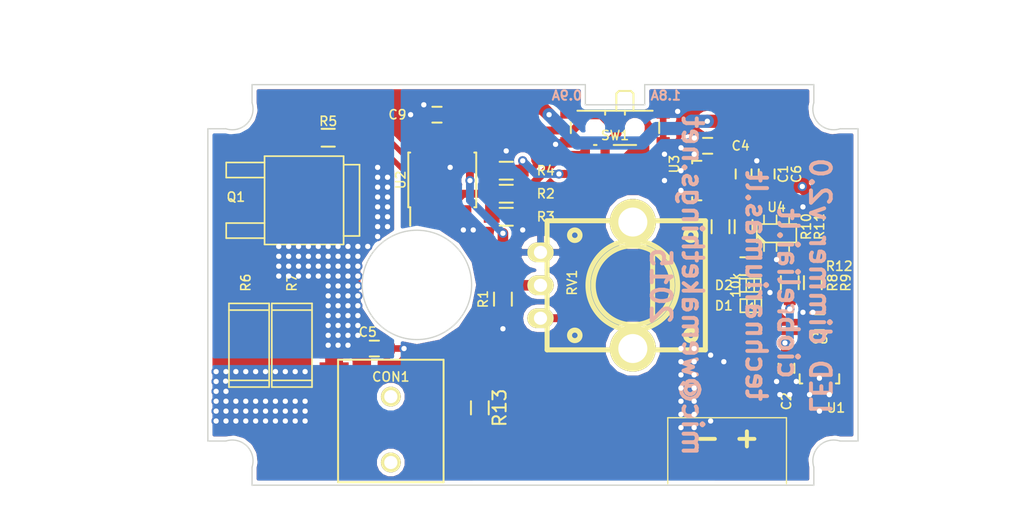
<source format=kicad_pcb>
(kicad_pcb (version 4) (host pcbnew 0.201511161334+6316~30~ubuntu14.04.1-product)

  (general
    (links 64)
    (no_connects 0)
    (area 109.826697 69.920466 159.226699 100.420468)
    (thickness 1.6)
    (drawings 36)
    (tracks 583)
    (zones 0)
    (modules 31)
    (nets 20)
  )

  (page A4)
  (layers
    (0 F.Cu signal)
    (31 B.Cu signal)
    (32 B.Adhes user)
    (33 F.Adhes user)
    (34 B.Paste user)
    (35 F.Paste user)
    (36 B.SilkS user)
    (37 F.SilkS user)
    (38 B.Mask user)
    (39 F.Mask user)
    (40 Dwgs.User user)
    (41 Cmts.User user)
    (42 Eco1.User user)
    (43 Eco2.User user)
    (44 Edge.Cuts user)
    (45 Margin user)
    (46 B.CrtYd user)
    (47 F.CrtYd user)
    (48 B.Fab user)
    (49 F.Fab user)
  )

  (setup
    (last_trace_width 0.25)
    (user_trace_width 0.4)
    (user_trace_width 0.6)
    (user_trace_width 0.8)
    (user_trace_width 1)
    (user_trace_width 1.6)
    (user_trace_width 2)
    (trace_clearance 0.2)
    (zone_clearance 0.3)
    (zone_45_only no)
    (trace_min 0.2)
    (segment_width 0.1)
    (edge_width 0.1)
    (via_size 0.7)
    (via_drill 0.4)
    (via_min_size 0.4)
    (via_min_drill 0.3)
    (uvia_size 0.3)
    (uvia_drill 0.1)
    (uvias_allowed no)
    (uvia_min_size 0.2)
    (uvia_min_drill 0.1)
    (pcb_text_width 0.3)
    (pcb_text_size 1.5 1.5)
    (mod_edge_width 0.15)
    (mod_text_size 0.7 0.7)
    (mod_text_width 0.12)
    (pad_size 1 0.8)
    (pad_drill 0)
    (pad_to_mask_clearance 0)
    (aux_axis_origin 0 0)
    (visible_elements FFFEFF7F)
    (pcbplotparams
      (layerselection 0x010f0_80000001)
      (usegerberextensions false)
      (excludeedgelayer true)
      (linewidth 0.100000)
      (plotframeref false)
      (viasonmask false)
      (mode 1)
      (useauxorigin false)
      (hpglpennumber 1)
      (hpglpenspeed 20)
      (hpglpendiameter 15)
      (hpglpenoverlay 2)
      (psnegative false)
      (psa4output false)
      (plotreference true)
      (plotvalue false)
      (plotinvisibletext false)
      (padsonsilk false)
      (subtractmaskfromsilk true)
      (outputformat 1)
      (mirror false)
      (drillshape 0)
      (scaleselection 1)
      (outputdirectory gerbers/))
  )

  (net 0 "")
  (net 1 +5V)
  (net 2 GND)
  (net 3 VCC)
  (net 4 "Net-(Q1-Pad1)")
  (net 5 "Net-(R5-Pad1)")
  (net 6 /OUTPUT)
  (net 7 +1.2V)
  (net 8 "Net-(R1-Pad1)")
  (net 9 "Net-(R2-Pad1)")
  (net 10 "Net-(R2-Pad2)")
  (net 11 "Net-(CON1-Pad3)")
  (net 12 "Net-(R4-Pad2)")
  (net 13 "Net-(R8-Pad2)")
  (net 14 "Net-(R10-Pad2)")
  (net 15 "Net-(R11-Pad2)")
  (net 16 "Net-(SW1-Pad2)")
  (net 17 "Net-(U4-Pad5)")
  (net 18 "Net-(Q1-Pad3)")
  (net 19 "Net-(D1-Pad2)")

  (net_class Default "This is the default net class."
    (clearance 0.2)
    (trace_width 0.25)
    (via_dia 0.7)
    (via_drill 0.4)
    (uvia_dia 0.3)
    (uvia_drill 0.1)
    (add_net +1.2V)
    (add_net +5V)
    (add_net /OUTPUT)
    (add_net GND)
    (add_net "Net-(CON1-Pad3)")
    (add_net "Net-(D1-Pad2)")
    (add_net "Net-(Q1-Pad1)")
    (add_net "Net-(Q1-Pad3)")
    (add_net "Net-(R1-Pad1)")
    (add_net "Net-(R10-Pad2)")
    (add_net "Net-(R11-Pad2)")
    (add_net "Net-(R2-Pad1)")
    (add_net "Net-(R2-Pad2)")
    (add_net "Net-(R4-Pad2)")
    (add_net "Net-(R5-Pad1)")
    (add_net "Net-(R8-Pad2)")
    (add_net "Net-(SW1-Pad2)")
    (add_net "Net-(U4-Pad5)")
    (add_net VCC)
  )

  (module w_smd_leds:Led_0603 (layer F.Cu) (tedit 56121A77) (tstamp 560AC77F)
    (at 151 85.2)
    (descr "SMD LED, 0603")
    (path /5601D7BE)
    (fp_text reference D2 (at -2 0) (layer F.SilkS)
      (effects (font (size 0.7 0.7) (thickness 0.12)))
    )
    (fp_text value RED (at 0 1.19888) (layer F.SilkS) hide
      (effects (font (size 0.7 0.7) (thickness 0.12)))
    )
    (fp_circle (center 0 0) (end 2.5 0) (layer Dwgs.User) (width 0.15))
    (fp_line (start 0.29972 0.50038) (end 0.29972 -0.50038) (layer F.SilkS) (width 0.127))
    (fp_line (start -0.29972 -0.50038) (end -0.29972 0.50038) (layer F.SilkS) (width 0.127))
    (fp_line (start 0 0.09906) (end 0 -0.09906) (layer F.SilkS) (width 0.127))
    (fp_line (start -0.09906 -0.20066) (end -0.09906 0.20066) (layer F.SilkS) (width 0.127))
    (fp_line (start -0.09906 0.20066) (end 0.09906 0) (layer F.SilkS) (width 0.127))
    (fp_line (start 0.09906 0) (end -0.09906 -0.20066) (layer F.SilkS) (width 0.127))
    (fp_line (start -0.8001 -0.50038) (end 0.8001 -0.50038) (layer F.SilkS) (width 0.127))
    (fp_line (start 0.8001 -0.50038) (end 0.8001 0.50038) (layer F.SilkS) (width 0.127))
    (fp_line (start 0.8001 0.50038) (end -0.8001 0.50038) (layer F.SilkS) (width 0.127))
    (fp_line (start -0.8001 0.50038) (end -0.8001 -0.50038) (layer F.SilkS) (width 0.127))
    (pad 1 smd rect (at -0.7493 0) (size 0.79756 0.79756) (layers F.Cu F.Paste F.Mask)
      (net 19 "Net-(D1-Pad2)"))
    (pad 2 smd rect (at 0.7493 0) (size 0.79756 0.79756) (layers F.Cu F.Paste F.Mask)
      (net 2 GND))
    (model walter/smd_leds/led_0603.wrl
      (at (xyz 0 0 0))
      (scale (xyz 1 1 1))
      (rotate (xyz 0 0 0))
    )
  )

  (module w_pin_strip:pin_socket_2 (layer F.Cu) (tedit 56121A04) (tstamp 559245EE)
    (at 149.25 93 180)
    (descr "Pin socket 2pin")
    (tags "CONN DEV")
    (path /55907369)
    (fp_text reference P1 (at 0 3.25 180) (layer F.SilkS) hide
      (effects (font (size 0.7 0.7) (thickness 0.12)))
    )
    (fp_text value POWER (at 0.75 5 180) (layer F.SilkS) hide
      (effects (font (size 0.7 0.7) (thickness 0.12)))
    )
    (pad 1 smd rect (at -1.27 0 180) (size 1.524 4) (layers F.Cu F.Paste F.Mask)
      (net 3 VCC))
    (pad 2 smd oval (at 1.27 0 180) (size 1.524 4) (layers F.Cu F.Paste F.Mask)
      (net 2 GND))
  )

  (module w_pth_resistors:trimmer_alps-rk09k1130ah1 (layer F.Cu) (tedit 0) (tstamp 55FF1341)
    (at 142.1 85.2 270)
    (descr "9mm trimmer, Alps RK09K1130AH1")
    (tags trimmer)
    (path /55E4A354)
    (autoplace_cost180 10)
    (fp_text reference RV1 (at -0.2 4.6 270) (layer F.SilkS)
      (effects (font (size 0.7 0.7) (thickness 0.12)))
    )
    (fp_text value 10k (at 0 -7.80034 270) (layer F.SilkS)
      (effects (font (size 0.7 0.7) (thickness 0.12)))
    )
    (fp_line (start 4.9 -5.5) (end 4.9 6.5) (layer F.SilkS) (width 0.381))
    (fp_line (start -4.9 6.5) (end -4.9 -5.5) (layer F.SilkS) (width 0.381))
    (fp_line (start -4.9 6.5) (end 4.9 6.5) (layer F.SilkS) (width 0.381))
    (fp_line (start -4.9 -5.5) (end 4.9 -5.5) (layer F.SilkS) (width 0.381))
    (fp_circle (center 3.8 4.4) (end 4.2 4.4) (layer F.SilkS) (width 0.381))
    (fp_circle (center -3.8 4.4) (end -4.2 4.4) (layer F.SilkS) (width 0.381))
    (fp_circle (center 3.8 -4.4) (end 3.4 -4.4) (layer F.SilkS) (width 0.381))
    (fp_circle (center -3.8 -4.4) (end -4.2 -4.4) (layer F.SilkS) (width 0.381))
    (fp_line (start -2.60096 -1.50114) (end 2.60096 -1.50114) (layer F.SilkS) (width 0.381))
    (fp_circle (center 0 0) (end -2.99974 0) (layer F.SilkS) (width 0.381))
    (fp_circle (center 0 0) (end -3.40106 0) (layer F.SilkS) (width 0.381))
    (pad 1 thru_hole oval (at -2.5 7 270) (size 1.5 2) (drill 1) (layers *.Cu *.Mask F.SilkS)
      (net 2 GND))
    (pad 2 thru_hole oval (at 0 7 270) (size 1.5 2) (drill 1) (layers *.Cu *.Mask F.SilkS)
      (net 8 "Net-(R1-Pad1)"))
    (pad 3 thru_hole oval (at 2.5 7 270) (size 1.5 2) (drill 1) (layers *.Cu *.Mask F.SilkS)
      (net 7 +1.2V))
    (pad "" thru_hole circle (at -4.8 0 270) (size 3.5 3.5) (drill 2.2) (layers *.Cu *.Mask F.SilkS))
    (pad "" thru_hole circle (at 4.8 0 270) (size 3.5 3.5) (drill 2.2) (layers *.Cu *.Mask F.SilkS))
    (model walter/pth_resistors/trimmer_alps-rk09k1130ah1.wrl
      (at (xyz 0 0 0))
      (scale (xyz 1 1 1))
      (rotate (xyz 0 0 0))
    )
  )

  (module Capacitors_SMD:C_0603_HandSoldering (layer F.Cu) (tedit 559A512F) (tstamp 559245A6)
    (at 147.773662 74.612874 180)
    (descr "Capacitor SMD 0603, hand soldering")
    (tags "capacitor 0603")
    (path /55E4C9A7)
    (attr smd)
    (fp_text reference C4 (at -2.5 0 180) (layer F.SilkS)
      (effects (font (size 0.7 0.7) (thickness 0.12)))
    )
    (fp_text value 1u (at 0 -1.5 180) (layer F.Fab)
      (effects (font (size 0.7 0.7) (thickness 0.12)))
    )
    (fp_line (start -1.85 -0.75) (end 1.85 -0.75) (layer F.CrtYd) (width 0.05))
    (fp_line (start -1.85 0.75) (end 1.85 0.75) (layer F.CrtYd) (width 0.05))
    (fp_line (start -1.85 -0.75) (end -1.85 0.75) (layer F.CrtYd) (width 0.05))
    (fp_line (start 1.85 -0.75) (end 1.85 0.75) (layer F.CrtYd) (width 0.05))
    (fp_line (start -0.35 -0.6) (end 0.35 -0.6) (layer F.SilkS) (width 0.15))
    (fp_line (start 0.35 0.6) (end -0.35 0.6) (layer F.SilkS) (width 0.15))
    (pad 1 smd rect (at -0.95 0 180) (size 1.2 0.75) (layers F.Cu F.Paste F.Mask)
      (net 7 +1.2V))
    (pad 2 smd rect (at 0.95 0 180) (size 1.2 0.75) (layers F.Cu F.Paste F.Mask)
      (net 2 GND))
    (model Capacitors_SMD.3dshapes/C_0603_HandSoldering.wrl
      (at (xyz 0 0 0))
      (scale (xyz 1 1 1))
      (rotate (xyz 0 0 0))
    )
  )

  (module Housings_SOT-23_SOT-143_TSOT-6:SOT-23_Handsoldering (layer F.Cu) (tedit 54E9291B) (tstamp 55FF136D)
    (at 147.25 77.25 90)
    (descr "SOT-23, Handsoldering")
    (tags SOT-23)
    (path /55E4C5AE)
    (attr smd)
    (fp_text reference U3 (at 1.25 -2 90) (layer F.SilkS)
      (effects (font (size 0.7 0.7) (thickness 0.12)))
    )
    (fp_text value REF3012 (at 0 3.81 90) (layer F.Fab)
      (effects (font (size 0.7 0.7) (thickness 0.12)))
    )
    (fp_line (start -1.49982 0.0508) (end -1.49982 -0.65024) (layer F.SilkS) (width 0.15))
    (fp_line (start -1.49982 -0.65024) (end -1.2509 -0.65024) (layer F.SilkS) (width 0.15))
    (fp_line (start 1.29916 -0.65024) (end 1.49982 -0.65024) (layer F.SilkS) (width 0.15))
    (fp_line (start 1.49982 -0.65024) (end 1.49982 0.0508) (layer F.SilkS) (width 0.15))
    (pad 1 smd rect (at -0.95 1.50114 90) (size 0.8001 1.80086) (layers F.Cu F.Paste F.Mask)
      (net 1 +5V))
    (pad 2 smd rect (at 0.95 1.50114 90) (size 0.8001 1.80086) (layers F.Cu F.Paste F.Mask)
      (net 7 +1.2V))
    (pad 3 smd rect (at 0 -1.50114 90) (size 0.8001 1.80086) (layers F.Cu F.Paste F.Mask)
      (net 2 GND))
    (model Housings_SOT-23_SOT-143_TSOT-6.3dshapes/SOT-23_Handsoldering.wrl
      (at (xyz 0 0 0))
      (scale (xyz 1 1 1))
      (rotate (xyz 0 0 0))
    )
  )

  (module Capacitors_SMD:C_0603_HandSoldering (layer F.Cu) (tedit 559A50F2) (tstamp 55924582)
    (at 150.5 76.75 90)
    (descr "Capacitor SMD 0603, hand soldering")
    (tags "capacitor 0603")
    (path /55906241)
    (attr smd)
    (fp_text reference C1 (at 0 3 90) (layer F.SilkS)
      (effects (font (size 0.7 0.7) (thickness 0.12)))
    )
    (fp_text value 1u (at 0 3 90) (layer F.Fab)
      (effects (font (size 0.7 0.7) (thickness 0.12)))
    )
    (fp_line (start -1.85 -0.75) (end 1.85 -0.75) (layer F.CrtYd) (width 0.05))
    (fp_line (start -1.85 0.75) (end 1.85 0.75) (layer F.CrtYd) (width 0.05))
    (fp_line (start -1.85 -0.75) (end -1.85 0.75) (layer F.CrtYd) (width 0.05))
    (fp_line (start 1.85 -0.75) (end 1.85 0.75) (layer F.CrtYd) (width 0.05))
    (fp_line (start -0.35 -0.6) (end 0.35 -0.6) (layer F.SilkS) (width 0.15))
    (fp_line (start 0.35 0.6) (end -0.35 0.6) (layer F.SilkS) (width 0.15))
    (pad 1 smd rect (at -0.95 0 90) (size 1.2 0.75) (layers F.Cu F.Paste F.Mask)
      (net 1 +5V))
    (pad 2 smd rect (at 0.95 0 90) (size 1.2 0.75) (layers F.Cu F.Paste F.Mask)
      (net 2 GND))
    (model Capacitors_SMD.3dshapes/C_0603_HandSoldering.wrl
      (at (xyz 0 0 0))
      (scale (xyz 1 1 1))
      (rotate (xyz 0 0 0))
    )
  )

  (module Capacitors_SMD:C_0603_HandSoldering (layer F.Cu) (tedit 559A5240) (tstamp 5592459A)
    (at 156.25 88 180)
    (descr "Capacitor SMD 0603, hand soldering")
    (tags "capacitor 0603")
    (path /55906630)
    (attr smd)
    (fp_text reference C3 (at 0 -1.25 180) (layer F.SilkS)
      (effects (font (size 0.7 0.7) (thickness 0.12)))
    )
    (fp_text value 1u (at -2.5 0 270) (layer F.Fab)
      (effects (font (size 0.7 0.7) (thickness 0.12)))
    )
    (fp_line (start -1.85 -0.75) (end 1.85 -0.75) (layer F.CrtYd) (width 0.05))
    (fp_line (start -1.85 0.75) (end 1.85 0.75) (layer F.CrtYd) (width 0.05))
    (fp_line (start -1.85 -0.75) (end -1.85 0.75) (layer F.CrtYd) (width 0.05))
    (fp_line (start 1.85 -0.75) (end 1.85 0.75) (layer F.CrtYd) (width 0.05))
    (fp_line (start -0.35 -0.6) (end 0.35 -0.6) (layer F.SilkS) (width 0.15))
    (fp_line (start 0.35 0.6) (end -0.35 0.6) (layer F.SilkS) (width 0.15))
    (pad 1 smd rect (at -0.95 0 180) (size 1.2 0.75) (layers F.Cu F.Paste F.Mask)
      (net 1 +5V))
    (pad 2 smd rect (at 0.95 0 180) (size 1.2 0.75) (layers F.Cu F.Paste F.Mask)
      (net 2 GND))
    (model Capacitors_SMD.3dshapes/C_0603_HandSoldering.wrl
      (at (xyz 0 0 0))
      (scale (xyz 1 1 1))
      (rotate (xyz 0 0 0))
    )
  )

  (module Capacitors_SMD:C_0603_HandSoldering (layer F.Cu) (tedit 559A5246) (tstamp 5592458E)
    (at 153.75 91.5 270)
    (descr "Capacitor SMD 0603, hand soldering")
    (tags "capacitor 0603")
    (path /559065A4)
    (attr smd)
    (fp_text reference C2 (at 2.5 0 270) (layer F.SilkS)
      (effects (font (size 0.7 0.7) (thickness 0.12)))
    )
    (fp_text value 1u (at -2.5 0 360) (layer F.Fab)
      (effects (font (size 0.7 0.7) (thickness 0.12)))
    )
    (fp_line (start -1.85 -0.75) (end 1.85 -0.75) (layer F.CrtYd) (width 0.05))
    (fp_line (start -1.85 0.75) (end 1.85 0.75) (layer F.CrtYd) (width 0.05))
    (fp_line (start -1.85 -0.75) (end -1.85 0.75) (layer F.CrtYd) (width 0.05))
    (fp_line (start 1.85 -0.75) (end 1.85 0.75) (layer F.CrtYd) (width 0.05))
    (fp_line (start -0.35 -0.6) (end 0.35 -0.6) (layer F.SilkS) (width 0.15))
    (fp_line (start 0.35 0.6) (end -0.35 0.6) (layer F.SilkS) (width 0.15))
    (pad 1 smd rect (at -0.95 0 270) (size 1.2 0.75) (layers F.Cu F.Paste F.Mask)
      (net 3 VCC))
    (pad 2 smd rect (at 0.95 0 270) (size 1.2 0.75) (layers F.Cu F.Paste F.Mask)
      (net 2 GND))
    (model Capacitors_SMD.3dshapes/C_0603_HandSoldering.wrl
      (at (xyz 0 0 0))
      (scale (xyz 1 1 1))
      (rotate (xyz 0 0 0))
    )
  )

  (module Housings_SOT-23_SOT-143_TSOT-6:SOT-23_Handsoldering (layer F.Cu) (tedit 54E9291B) (tstamp 55FF1342)
    (at 156.25 92 180)
    (descr "SOT-23, Handsoldering")
    (tags SOT-23)
    (path /559063B7)
    (attr smd)
    (fp_text reference U1 (at -1.25 -2.5 180) (layer F.SilkS)
      (effects (font (size 0.7 0.7) (thickness 0.12)))
    )
    (fp_text value LM78L05ACZ (at 0 3.81 180) (layer F.Fab)
      (effects (font (size 0.7 0.7) (thickness 0.12)))
    )
    (fp_line (start -1.49982 0.0508) (end -1.49982 -0.65024) (layer F.SilkS) (width 0.15))
    (fp_line (start -1.49982 -0.65024) (end -1.2509 -0.65024) (layer F.SilkS) (width 0.15))
    (fp_line (start 1.29916 -0.65024) (end 1.49982 -0.65024) (layer F.SilkS) (width 0.15))
    (fp_line (start 1.49982 -0.65024) (end 1.49982 0.0508) (layer F.SilkS) (width 0.15))
    (pad 1 smd rect (at -0.95 1.50114 180) (size 0.8001 1.80086) (layers F.Cu F.Paste F.Mask)
      (net 1 +5V))
    (pad 2 smd rect (at 0.95 1.50114 180) (size 0.8001 1.80086) (layers F.Cu F.Paste F.Mask)
      (net 3 VCC))
    (pad 3 smd rect (at 0 -1.50114 180) (size 0.8001 1.80086) (layers F.Cu F.Paste F.Mask)
      (net 2 GND))
    (model Housings_SOT-23_SOT-143_TSOT-6.3dshapes/SOT-23_Handsoldering.wrl
      (at (xyz 0 0 0))
      (scale (xyz 1 1 1))
      (rotate (xyz 0 0 0))
    )
  )

  (module w_smd_trans:d-pak (layer F.Cu) (tedit 0) (tstamp 55924613)
    (at 115.75 78.75 270)
    (descr D-pak)
    (path /55906DA2)
    (fp_text reference Q1 (at -0.25 3.75 360) (layer F.SilkS)
      (effects (font (size 0.7 0.7) (thickness 0.12)))
    )
    (fp_text value BUK6207-55C (at 0 5.9944 270) (layer F.SilkS) hide
      (effects (font (size 0.7 0.7) (thickness 0.12)))
    )
    (fp_line (start -2.7051 -4.4323) (end -2.7051 -5.6261) (layer F.SilkS) (width 0.127))
    (fp_line (start -2.7051 -5.6261) (end 2.7051 -5.6261) (layer F.SilkS) (width 0.127))
    (fp_line (start 2.7051 -5.6261) (end 2.7051 -4.4196) (layer F.SilkS) (width 0.127))
    (fp_line (start 1.7272 1.5748) (end 1.7272 4.4831) (layer F.SilkS) (width 0.127))
    (fp_line (start 2.8702 4.4831) (end 2.8702 1.5748) (layer F.SilkS) (width 0.127))
    (fp_line (start 1.7272 4.4831) (end 2.8702 4.4831) (layer F.SilkS) (width 0.127))
    (fp_line (start -2.8702 4.4831) (end -1.7272 4.4831) (layer F.SilkS) (width 0.127))
    (fp_line (start -1.7272 4.4831) (end -1.7272 1.5748) (layer F.SilkS) (width 0.127))
    (fp_line (start -2.8702 1.5748) (end -2.8702 4.4831) (layer F.SilkS) (width 0.127))
    (fp_line (start 3.3528 1.5748) (end 3.3528 -4.4196) (layer F.SilkS) (width 0.127))
    (fp_line (start 3.3528 -4.4196) (end -3.3528 -4.4196) (layer F.SilkS) (width 0.127))
    (fp_line (start -3.3528 -4.4196) (end -3.3528 1.5748) (layer F.SilkS) (width 0.127))
    (fp_line (start 3.3528 1.5748) (end -3.3528 1.5748) (layer F.SilkS) (width 0.127))
    (pad 1 smd rect (at -2.30124 3.1242 270) (size 1.6002 3.2004) (layers F.Cu F.Paste F.Mask)
      (net 4 "Net-(Q1-Pad1)"))
    (pad 3 smd rect (at 2.30124 3.1242 270) (size 1.6002 3.2004) (layers F.Cu F.Paste F.Mask)
      (net 18 "Net-(Q1-Pad3)"))
    (pad 2 smd rect (at 0 -3.1242 270) (size 6.49986 7.00024) (layers F.Cu F.Paste F.Mask)
      (net 6 /OUTPUT))
    (model walter/smd_trans/d-pak.wrl
      (at (xyz 0 0 0))
      (scale (xyz 1 1 1))
      (rotate (xyz 0 0 0))
    )
  )

  (module WURTH694102107102 (layer F.Cu) (tedit 56019424) (tstamp 5600E976)
    (at 123.75 95.5)
    (path /5601958E)
    (fp_text reference CON1 (at 0 -3.35) (layer F.SilkS)
      (effects (font (size 0.7 0.7) (thickness 0.12)))
    )
    (fp_text value BARREL_JACK (at 0 -0.5) (layer F.Fab) hide
      (effects (font (size 0.7 0.7) (thickness 0.12)))
    )
    (fp_line (start -4 -4.65) (end 4 -4.65) (layer F.SilkS) (width 0.15))
    (fp_line (start 4 4.65) (end -4 4.65) (layer F.SilkS) (width 0.15))
    (fp_line (start -4 -4.65) (end -4 4.65) (layer F.SilkS) (width 0.15))
    (fp_line (start 4 -4.65) (end 4 4.65) (layer F.SilkS) (width 0.15))
    (pad 2 smd rect (at 4.3 1.15) (size 2.2 2.2) (layers F.Cu F.Paste F.Mask)
      (net 3 VCC))
    (pad 3 smd rect (at 4.3 -3.35) (size 2.2 2.2) (layers F.Cu F.Paste F.Mask)
      (net 11 "Net-(CON1-Pad3)"))
    (pad 1 smd rect (at -4.3 -3.35) (size 2.2 2.2) (layers F.Cu F.Paste F.Mask)
      (net 6 /OUTPUT))
    (pad 1 smd rect (at -4.3 1.15) (size 2.2 2.2) (layers F.Cu F.Paste F.Mask)
      (net 6 /OUTPUT))
    (pad "" np_thru_hole circle (at 0 3.15) (size 1.5 1.5) (drill 1) (layers *.Cu *.Mask F.SilkS))
    (pad "" np_thru_hole circle (at 0 -1.85) (size 1.5 1.5) (drill 1) (layers *.Cu *.Mask F.SilkS))
    (model "/home/miceuz/Downloads/WURF CONN.wrl"
      (at (xyz 0 0 0.104331))
      (scale (xyz 0.393701 0.393701 0.393701))
      (rotate (xyz 0 0 0))
    )
  )

  (module w_smd_leds:Led_0603 (layer F.Cu) (tedit 559D7E27) (tstamp 559D8327)
    (at 151.05 86.75 180)
    (descr "SMD LED, 0603")
    (path /559D7EF2)
    (fp_text reference D1 (at 2.05 0 180) (layer F.SilkS)
      (effects (font (size 0.7 0.7) (thickness 0.12)))
    )
    (fp_text value BLUE (at 0 1.19888 180) (layer F.SilkS) hide
      (effects (font (size 0.7 0.7) (thickness 0.12)))
    )
    (fp_line (start 0.29972 0.50038) (end 0.29972 -0.50038) (layer F.SilkS) (width 0.127))
    (fp_line (start -0.29972 -0.50038) (end -0.29972 0.50038) (layer F.SilkS) (width 0.127))
    (fp_line (start 0 0.09906) (end 0 -0.09906) (layer F.SilkS) (width 0.127))
    (fp_line (start -0.09906 -0.20066) (end -0.09906 0.20066) (layer F.SilkS) (width 0.127))
    (fp_line (start -0.09906 0.20066) (end 0.09906 0) (layer F.SilkS) (width 0.127))
    (fp_line (start 0.09906 0) (end -0.09906 -0.20066) (layer F.SilkS) (width 0.127))
    (fp_line (start -0.8001 -0.50038) (end 0.8001 -0.50038) (layer F.SilkS) (width 0.127))
    (fp_line (start 0.8001 -0.50038) (end 0.8001 0.50038) (layer F.SilkS) (width 0.127))
    (fp_line (start 0.8001 0.50038) (end -0.8001 0.50038) (layer F.SilkS) (width 0.127))
    (fp_line (start -0.8001 0.50038) (end -0.8001 -0.50038) (layer F.SilkS) (width 0.127))
    (pad 1 smd rect (at -0.7493 0 180) (size 0.79756 0.79756) (layers F.Cu F.Paste F.Mask)
      (net 1 +5V))
    (pad 2 smd rect (at 0.7493 0 180) (size 0.79756 0.79756) (layers F.Cu F.Paste F.Mask)
      (net 19 "Net-(D1-Pad2)"))
    (model walter/smd_leds/led_0603.wrl
      (at (xyz 0 0 0))
      (scale (xyz 1 1 1))
      (rotate (xyz 0 0 0))
    )
  )

  (module Resistors_SMD:R_0603_HandSoldering (layer F.Cu) (tedit 559D7ADD) (tstamp 55924637)
    (at 132.5 80)
    (descr "Resistor SMD 0603, hand soldering")
    (tags "resistor 0603")
    (path /55E4D034)
    (attr smd)
    (fp_text reference R3 (at 3 0) (layer F.SilkS)
      (effects (font (size 0.7 0.7) (thickness 0.12)))
    )
    (fp_text value 10k (at 0 1.9) (layer F.Fab)
      (effects (font (size 0.7 0.7) (thickness 0.12)))
    )
    (fp_line (start -2 -0.8) (end 2 -0.8) (layer F.CrtYd) (width 0.05))
    (fp_line (start -2 0.8) (end 2 0.8) (layer F.CrtYd) (width 0.05))
    (fp_line (start -2 -0.8) (end -2 0.8) (layer F.CrtYd) (width 0.05))
    (fp_line (start 2 -0.8) (end 2 0.8) (layer F.CrtYd) (width 0.05))
    (fp_line (start 0.5 0.675) (end -0.5 0.675) (layer F.SilkS) (width 0.15))
    (fp_line (start -0.5 -0.675) (end 0.5 -0.675) (layer F.SilkS) (width 0.15))
    (pad 1 smd rect (at -1.1 0) (size 1.2 0.9) (layers F.Cu F.Paste F.Mask)
      (net 9 "Net-(R2-Pad1)"))
    (pad 2 smd rect (at 1.1 0) (size 1.2 0.9) (layers F.Cu F.Paste F.Mask)
      (net 2 GND))
    (model Resistors_SMD.3dshapes/R_0603_HandSoldering.wrl
      (at (xyz 0 0 0))
      (scale (xyz 1 1 1))
      (rotate (xyz 0 0 0))
    )
  )

  (module Resistors_SMD:R_0603_HandSoldering (layer F.Cu) (tedit 559A512C) (tstamp 5592461F)
    (at 132.25 86.25 270)
    (descr "Resistor SMD 0603, hand soldering")
    (tags "resistor 0603")
    (path /55E4A47A)
    (attr smd)
    (fp_text reference R1 (at 0 1.5 270) (layer F.SilkS)
      (effects (font (size 0.7 0.7) (thickness 0.12)))
    )
    (fp_text value 2k (at 0 1.9 270) (layer F.Fab)
      (effects (font (size 0.7 0.7) (thickness 0.12)))
    )
    (fp_line (start -2 -0.8) (end 2 -0.8) (layer F.CrtYd) (width 0.05))
    (fp_line (start -2 0.8) (end 2 0.8) (layer F.CrtYd) (width 0.05))
    (fp_line (start -2 -0.8) (end -2 0.8) (layer F.CrtYd) (width 0.05))
    (fp_line (start 2 -0.8) (end 2 0.8) (layer F.CrtYd) (width 0.05))
    (fp_line (start 0.5 0.675) (end -0.5 0.675) (layer F.SilkS) (width 0.15))
    (fp_line (start -0.5 -0.675) (end 0.5 -0.675) (layer F.SilkS) (width 0.15))
    (pad 1 smd rect (at -1.1 0 270) (size 1.2 0.9) (layers F.Cu F.Paste F.Mask)
      (net 8 "Net-(R1-Pad1)"))
    (pad 2 smd rect (at 1.1 0 270) (size 1.2 0.9) (layers F.Cu F.Paste F.Mask)
      (net 2 GND))
    (model Resistors_SMD.3dshapes/R_0603_HandSoldering.wrl
      (at (xyz 0 0 0))
      (scale (xyz 1 1 1))
      (rotate (xyz 0 0 0))
    )
  )

  (module Resistors_SMD:R_0603_HandSoldering (layer F.Cu) (tedit 559A51CA) (tstamp 5592462B)
    (at 132.5 78.25)
    (descr "Resistor SMD 0603, hand soldering")
    (tags "resistor 0603")
    (path /55E4CFC1)
    (attr smd)
    (fp_text reference R2 (at 3 0) (layer F.SilkS)
      (effects (font (size 0.7 0.7) (thickness 0.12)))
    )
    (fp_text value 17.4k (at 0 1.9) (layer F.Fab)
      (effects (font (size 0.7 0.7) (thickness 0.12)))
    )
    (fp_line (start -2 -0.8) (end 2 -0.8) (layer F.CrtYd) (width 0.05))
    (fp_line (start -2 0.8) (end 2 0.8) (layer F.CrtYd) (width 0.05))
    (fp_line (start -2 -0.8) (end -2 0.8) (layer F.CrtYd) (width 0.05))
    (fp_line (start 2 -0.8) (end 2 0.8) (layer F.CrtYd) (width 0.05))
    (fp_line (start 0.5 0.675) (end -0.5 0.675) (layer F.SilkS) (width 0.15))
    (fp_line (start -0.5 -0.675) (end 0.5 -0.675) (layer F.SilkS) (width 0.15))
    (pad 1 smd rect (at -1.1 0) (size 1.2 0.9) (layers F.Cu F.Paste F.Mask)
      (net 9 "Net-(R2-Pad1)"))
    (pad 2 smd rect (at 1.1 0) (size 1.2 0.9) (layers F.Cu F.Paste F.Mask)
      (net 10 "Net-(R2-Pad2)"))
    (model Resistors_SMD.3dshapes/R_0603_HandSoldering.wrl
      (at (xyz 0 0 0))
      (scale (xyz 1 1 1))
      (rotate (xyz 0 0 0))
    )
  )

  (module Resistors_SMD:R_0603_HandSoldering (layer F.Cu) (tedit 559A519B) (tstamp 5592464F)
    (at 119 74 180)
    (descr "Resistor SMD 0603, hand soldering")
    (tags "resistor 0603")
    (path /55906EB1)
    (attr smd)
    (fp_text reference R5 (at 0 1.25 180) (layer F.SilkS)
      (effects (font (size 0.7 0.7) (thickness 0.12)))
    )
    (fp_text value 220 (at 0 1.9 180) (layer F.Fab)
      (effects (font (size 0.7 0.7) (thickness 0.12)))
    )
    (fp_line (start -2 -0.8) (end 2 -0.8) (layer F.CrtYd) (width 0.05))
    (fp_line (start -2 0.8) (end 2 0.8) (layer F.CrtYd) (width 0.05))
    (fp_line (start -2 -0.8) (end -2 0.8) (layer F.CrtYd) (width 0.05))
    (fp_line (start 2 -0.8) (end 2 0.8) (layer F.CrtYd) (width 0.05))
    (fp_line (start 0.5 0.675) (end -0.5 0.675) (layer F.SilkS) (width 0.15))
    (fp_line (start -0.5 -0.675) (end 0.5 -0.675) (layer F.SilkS) (width 0.15))
    (pad 1 smd rect (at -1.1 0 180) (size 1.2 0.9) (layers F.Cu F.Paste F.Mask)
      (net 5 "Net-(R5-Pad1)"))
    (pad 2 smd rect (at 1.1 0 180) (size 1.2 0.9) (layers F.Cu F.Paste F.Mask)
      (net 4 "Net-(Q1-Pad1)"))
    (model Resistors_SMD.3dshapes/R_0603_HandSoldering.wrl
      (at (xyz 0 0 0))
      (scale (xyz 1 1 1))
      (rotate (xyz 0 0 0))
    )
  )

  (module Capacitors_SMD:C_0603_HandSoldering (layer F.Cu) (tedit 559D7AF6) (tstamp 559A33F9)
    (at 127.25 72.25 180)
    (descr "Capacitor SMD 0603, hand soldering")
    (tags "capacitor 0603")
    (path /559A3BEA)
    (attr smd)
    (fp_text reference C9 (at 3 0 180) (layer F.SilkS)
      (effects (font (size 0.7 0.7) (thickness 0.12)))
    )
    (fp_text value 1u (at 0 1.9 180) (layer F.Fab)
      (effects (font (size 0.7 0.7) (thickness 0.12)))
    )
    (fp_line (start -1.85 -0.75) (end 1.85 -0.75) (layer F.CrtYd) (width 0.05))
    (fp_line (start -1.85 0.75) (end 1.85 0.75) (layer F.CrtYd) (width 0.05))
    (fp_line (start -1.85 -0.75) (end -1.85 0.75) (layer F.CrtYd) (width 0.05))
    (fp_line (start 1.85 -0.75) (end 1.85 0.75) (layer F.CrtYd) (width 0.05))
    (fp_line (start -0.35 -0.6) (end 0.35 -0.6) (layer F.SilkS) (width 0.15))
    (fp_line (start 0.35 0.6) (end -0.35 0.6) (layer F.SilkS) (width 0.15))
    (pad 1 smd rect (at -0.95 0 180) (size 1.2 0.75) (layers F.Cu F.Paste F.Mask)
      (net 1 +5V))
    (pad 2 smd rect (at 0.95 0 180) (size 1.2 0.75) (layers F.Cu F.Paste F.Mask)
      (net 2 GND))
    (model Capacitors_SMD.3dshapes/C_0603_HandSoldering.wrl
      (at (xyz 0 0 0))
      (scale (xyz 1 1 1))
      (rotate (xyz 0 0 0))
    )
  )

  (module Housings_SOIC:SOIC-8_3.9x4.9mm_Pitch1.27mm (layer F.Cu) (tedit 54130A77) (tstamp 55FF134D)
    (at 127.65 77.2 90)
    (descr "8-Lead Plastic Small Outline (SN) - Narrow, 3.90 mm Body [SOIC] (see Microchip Packaging Specification 00000049BS.pdf)")
    (tags "SOIC 1.27")
    (path /55FD9DC9)
    (attr smd)
    (fp_text reference U2 (at 0 -3.15 90) (layer F.SilkS)
      (effects (font (size 0.7 0.7) (thickness 0.12)))
    )
    (fp_text value MCP6072 (at 0 3.5 90) (layer F.Fab)
      (effects (font (size 0.7 0.7) (thickness 0.12)))
    )
    (fp_line (start -3.75 -2.75) (end -3.75 2.75) (layer F.CrtYd) (width 0.05))
    (fp_line (start 3.75 -2.75) (end 3.75 2.75) (layer F.CrtYd) (width 0.05))
    (fp_line (start -3.75 -2.75) (end 3.75 -2.75) (layer F.CrtYd) (width 0.05))
    (fp_line (start -3.75 2.75) (end 3.75 2.75) (layer F.CrtYd) (width 0.05))
    (fp_line (start -2.075 -2.575) (end -2.075 -2.43) (layer F.SilkS) (width 0.15))
    (fp_line (start 2.075 -2.575) (end 2.075 -2.43) (layer F.SilkS) (width 0.15))
    (fp_line (start 2.075 2.575) (end 2.075 2.43) (layer F.SilkS) (width 0.15))
    (fp_line (start -2.075 2.575) (end -2.075 2.43) (layer F.SilkS) (width 0.15))
    (fp_line (start -2.075 -2.575) (end 2.075 -2.575) (layer F.SilkS) (width 0.15))
    (fp_line (start -2.075 2.575) (end 2.075 2.575) (layer F.SilkS) (width 0.15))
    (fp_line (start -2.075 -2.43) (end -3.475 -2.43) (layer F.SilkS) (width 0.15))
    (pad 1 smd rect (at -2.7 -1.905 90) (size 1.55 0.6) (layers F.Cu F.Paste F.Mask)
      (net 5 "Net-(R5-Pad1)"))
    (pad 2 smd rect (at -2.7 -0.635 90) (size 1.55 0.6) (layers F.Cu F.Paste F.Mask)
      (net 18 "Net-(Q1-Pad3)"))
    (pad 3 smd rect (at -2.7 0.635 90) (size 1.55 0.6) (layers F.Cu F.Paste F.Mask)
      (net 9 "Net-(R2-Pad1)"))
    (pad 4 smd rect (at -2.7 1.905 90) (size 1.55 0.6) (layers F.Cu F.Paste F.Mask)
      (net 2 GND))
    (pad 5 smd rect (at 2.7 1.905 90) (size 1.55 0.6) (layers F.Cu F.Paste F.Mask)
      (net 8 "Net-(R1-Pad1)"))
    (pad 6 smd rect (at 2.7 0.635 90) (size 1.55 0.6) (layers F.Cu F.Paste F.Mask)
      (net 16 "Net-(SW1-Pad2)"))
    (pad 7 smd rect (at 2.7 -0.635 90) (size 1.55 0.6) (layers F.Cu F.Paste F.Mask)
      (net 16 "Net-(SW1-Pad2)"))
    (pad 8 smd rect (at 2.7 -1.905 90) (size 1.55 0.6) (layers F.Cu F.Paste F.Mask)
      (net 1 +5V))
    (model Housings_SOIC.3dshapes/SOIC-8_3.9x4.9mm_Pitch1.27mm.wrl
      (at (xyz 0 0 0))
      (scale (xyz 1 1 1))
      (rotate (xyz 0 0 0))
    )
  )

  (module Capacitors_SMD:C_0603_HandSoldering (layer F.Cu) (tedit 541A9B4D) (tstamp 56003D7A)
    (at 122.5 90)
    (descr "Capacitor SMD 0603, hand soldering")
    (tags "capacitor 0603")
    (path /56003E95)
    (attr smd)
    (fp_text reference C5 (at -0.5 -1.25) (layer F.SilkS)
      (effects (font (size 0.7 0.7) (thickness 0.12)))
    )
    (fp_text value 1u (at 0 1.9) (layer F.Fab)
      (effects (font (size 0.7 0.7) (thickness 0.12)))
    )
    (fp_line (start -1.85 -0.75) (end 1.85 -0.75) (layer F.CrtYd) (width 0.05))
    (fp_line (start -1.85 0.75) (end 1.85 0.75) (layer F.CrtYd) (width 0.05))
    (fp_line (start -1.85 -0.75) (end -1.85 0.75) (layer F.CrtYd) (width 0.05))
    (fp_line (start 1.85 -0.75) (end 1.85 0.75) (layer F.CrtYd) (width 0.05))
    (fp_line (start -0.35 -0.6) (end 0.35 -0.6) (layer F.SilkS) (width 0.15))
    (fp_line (start 0.35 0.6) (end -0.35 0.6) (layer F.SilkS) (width 0.15))
    (pad 1 smd rect (at -0.95 0) (size 1.2 0.75) (layers F.Cu F.Paste F.Mask)
      (net 6 /OUTPUT))
    (pad 2 smd rect (at 0.95 0) (size 1.2 0.75) (layers F.Cu F.Paste F.Mask)
      (net 2 GND))
    (model Capacitors_SMD.3dshapes/C_0603_HandSoldering.wrl
      (at (xyz 0 0 0))
      (scale (xyz 1 1 1))
      (rotate (xyz 0 0 0))
    )
  )

  (module w_smd_resistors:r_2512 (layer F.Cu) (tedit 0) (tstamp 5592484C)
    (at 116.25 89.75 90)
    (descr "SMT resistor, 2512")
    (path /55913495)
    (fp_text reference R7 (at 4.75 0 90) (layer F.SilkS)
      (effects (font (size 0.7 0.7) (thickness 0.12)))
    )
    (fp_text value 0R5 (at 0 2.032 90) (layer F.SilkS) hide
      (effects (font (size 0.7 0.7) (thickness 0.12)))
    )
    (fp_line (start 2.667 -1.524) (end 2.667 1.524) (layer F.SilkS) (width 0.127))
    (fp_line (start -2.667 -1.524) (end -2.667 1.524) (layer F.SilkS) (width 0.127))
    (fp_line (start -3.175 -1.524) (end -3.175 1.524) (layer F.SilkS) (width 0.127))
    (fp_line (start -3.175 1.524) (end 3.175 1.524) (layer F.SilkS) (width 0.127))
    (fp_line (start 3.175 1.524) (end 3.175 -1.524) (layer F.SilkS) (width 0.127))
    (fp_line (start 3.175 -1.524) (end -3.175 -1.524) (layer F.SilkS) (width 0.127))
    (pad 1 smd rect (at 3.1877 0 90) (size 1.6002 3.175) (layers F.Cu F.Paste F.Mask)
      (net 18 "Net-(Q1-Pad3)"))
    (pad 2 smd rect (at -3.1877 0 90) (size 1.6002 3.175) (layers F.Cu F.Paste F.Mask)
      (net 2 GND))
    (model walter/smd_resistors/r_2512.wrl
      (at (xyz 0 0 0))
      (scale (xyz 1 1 1))
      (rotate (xyz 0 0 0))
    )
  )

  (module w_smd_resistors:r_2512 (layer F.Cu) (tedit 0) (tstamp 5592465B)
    (at 113 89.75 90)
    (descr "SMT resistor, 2512")
    (path /55907800)
    (fp_text reference R6 (at 4.75 -0.25 90) (layer F.SilkS)
      (effects (font (size 0.7 0.7) (thickness 0.12)))
    )
    (fp_text value 0R5 (at 0 2.032 90) (layer F.SilkS) hide
      (effects (font (size 0.7 0.7) (thickness 0.12)))
    )
    (fp_line (start 2.667 -1.524) (end 2.667 1.524) (layer F.SilkS) (width 0.127))
    (fp_line (start -2.667 -1.524) (end -2.667 1.524) (layer F.SilkS) (width 0.127))
    (fp_line (start -3.175 -1.524) (end -3.175 1.524) (layer F.SilkS) (width 0.127))
    (fp_line (start -3.175 1.524) (end 3.175 1.524) (layer F.SilkS) (width 0.127))
    (fp_line (start 3.175 1.524) (end 3.175 -1.524) (layer F.SilkS) (width 0.127))
    (fp_line (start 3.175 -1.524) (end -3.175 -1.524) (layer F.SilkS) (width 0.127))
    (pad 1 smd rect (at 3.1877 0 90) (size 1.6002 3.175) (layers F.Cu F.Paste F.Mask)
      (net 18 "Net-(Q1-Pad3)"))
    (pad 2 smd rect (at -3.1877 0 90) (size 1.6002 3.175) (layers F.Cu F.Paste F.Mask)
      (net 2 GND))
    (model walter/smd_resistors/r_2512.wrl
      (at (xyz 0 0 0))
      (scale (xyz 1 1 1))
      (rotate (xyz 0 0 0))
    )
  )

  (module Resistors_SMD:R_0603_HandSoldering (layer F.Cu) (tedit 5418A00F) (tstamp 560AC78B)
    (at 132.5 76.5)
    (descr "Resistor SMD 0603, hand soldering")
    (tags "resistor 0603")
    (path /5601B28E)
    (attr smd)
    (fp_text reference R4 (at 3 0) (layer F.SilkS)
      (effects (font (size 0.7 0.7) (thickness 0.12)))
    )
    (fp_text value 45.3k (at 0 1.9) (layer F.Fab)
      (effects (font (size 0.7 0.7) (thickness 0.12)))
    )
    (fp_line (start -2 -0.8) (end 2 -0.8) (layer F.CrtYd) (width 0.05))
    (fp_line (start -2 0.8) (end 2 0.8) (layer F.CrtYd) (width 0.05))
    (fp_line (start -2 -0.8) (end -2 0.8) (layer F.CrtYd) (width 0.05))
    (fp_line (start 2 -0.8) (end 2 0.8) (layer F.CrtYd) (width 0.05))
    (fp_line (start 0.5 0.675) (end -0.5 0.675) (layer F.SilkS) (width 0.15))
    (fp_line (start -0.5 -0.675) (end 0.5 -0.675) (layer F.SilkS) (width 0.15))
    (pad 1 smd rect (at -1.1 0) (size 1.2 0.9) (layers F.Cu F.Paste F.Mask)
      (net 9 "Net-(R2-Pad1)"))
    (pad 2 smd rect (at 1.1 0) (size 1.2 0.9) (layers F.Cu F.Paste F.Mask)
      (net 12 "Net-(R4-Pad2)"))
    (model Resistors_SMD.3dshapes/R_0603_HandSoldering.wrl
      (at (xyz 0 0 0))
      (scale (xyz 1 1 1))
      (rotate (xyz 0 0 0))
    )
  )

  (module Resistors_SMD:R_0603_HandSoldering (layer F.Cu) (tedit 5418A00F) (tstamp 560AC797)
    (at 154 85 90)
    (descr "Resistor SMD 0603, hand soldering")
    (tags "resistor 0603")
    (path /5601DB54)
    (attr smd)
    (fp_text reference R8 (at 0 3.25 90) (layer F.SilkS)
      (effects (font (size 0.7 0.7) (thickness 0.12)))
    )
    (fp_text value 78.7k (at 0 1.9 90) (layer F.Fab)
      (effects (font (size 0.7 0.7) (thickness 0.12)))
    )
    (fp_line (start -2 -0.8) (end 2 -0.8) (layer F.CrtYd) (width 0.05))
    (fp_line (start -2 0.8) (end 2 0.8) (layer F.CrtYd) (width 0.05))
    (fp_line (start -2 -0.8) (end -2 0.8) (layer F.CrtYd) (width 0.05))
    (fp_line (start 2 -0.8) (end 2 0.8) (layer F.CrtYd) (width 0.05))
    (fp_line (start 0.5 0.675) (end -0.5 0.675) (layer F.SilkS) (width 0.15))
    (fp_line (start -0.5 -0.675) (end 0.5 -0.675) (layer F.SilkS) (width 0.15))
    (pad 1 smd rect (at -1.1 0 90) (size 1.2 0.9) (layers F.Cu F.Paste F.Mask)
      (net 3 VCC))
    (pad 2 smd rect (at 1.1 0 90) (size 1.2 0.9) (layers F.Cu F.Paste F.Mask)
      (net 13 "Net-(R8-Pad2)"))
    (model Resistors_SMD.3dshapes/R_0603_HandSoldering.wrl
      (at (xyz 0 0 0))
      (scale (xyz 1 1 1))
      (rotate (xyz 0 0 0))
    )
  )

  (module Resistors_SMD:R_0603_HandSoldering (layer F.Cu) (tedit 5418A00F) (tstamp 560AC7A3)
    (at 155.75 85 270)
    (descr "Resistor SMD 0603, hand soldering")
    (tags "resistor 0603")
    (path /5601DBF4)
    (attr smd)
    (fp_text reference R9 (at 0 -2.5 270) (layer F.SilkS)
      (effects (font (size 0.7 0.7) (thickness 0.12)))
    )
    (fp_text value 10k (at 0 1.9 270) (layer F.Fab)
      (effects (font (size 0.7 0.7) (thickness 0.12)))
    )
    (fp_line (start -2 -0.8) (end 2 -0.8) (layer F.CrtYd) (width 0.05))
    (fp_line (start -2 0.8) (end 2 0.8) (layer F.CrtYd) (width 0.05))
    (fp_line (start -2 -0.8) (end -2 0.8) (layer F.CrtYd) (width 0.05))
    (fp_line (start 2 -0.8) (end 2 0.8) (layer F.CrtYd) (width 0.05))
    (fp_line (start 0.5 0.675) (end -0.5 0.675) (layer F.SilkS) (width 0.15))
    (fp_line (start -0.5 -0.675) (end 0.5 -0.675) (layer F.SilkS) (width 0.15))
    (pad 1 smd rect (at -1.1 0 270) (size 1.2 0.9) (layers F.Cu F.Paste F.Mask)
      (net 13 "Net-(R8-Pad2)"))
    (pad 2 smd rect (at 1.1 0 270) (size 1.2 0.9) (layers F.Cu F.Paste F.Mask)
      (net 2 GND))
    (model Resistors_SMD.3dshapes/R_0603_HandSoldering.wrl
      (at (xyz 0 0 0))
      (scale (xyz 1 1 1))
      (rotate (xyz 0 0 0))
    )
  )

  (module Resistors_SMD:R_0603_HandSoldering (layer F.Cu) (tedit 5418A00F) (tstamp 560AC7AF)
    (at 148.75 80.75 90)
    (descr "Resistor SMD 0603, hand soldering")
    (tags "resistor 0603")
    (path /560382D1)
    (attr smd)
    (fp_text reference R10 (at 0 6.5 90) (layer F.SilkS)
      (effects (font (size 0.7 0.7) (thickness 0.12)))
    )
    (fp_text value 10k (at 0 1.9 90) (layer F.Fab)
      (effects (font (size 0.7 0.7) (thickness 0.12)))
    )
    (fp_line (start -2 -0.8) (end 2 -0.8) (layer F.CrtYd) (width 0.05))
    (fp_line (start -2 0.8) (end 2 0.8) (layer F.CrtYd) (width 0.05))
    (fp_line (start -2 -0.8) (end -2 0.8) (layer F.CrtYd) (width 0.05))
    (fp_line (start 2 -0.8) (end 2 0.8) (layer F.CrtYd) (width 0.05))
    (fp_line (start 0.5 0.675) (end -0.5 0.675) (layer F.SilkS) (width 0.15))
    (fp_line (start -0.5 -0.675) (end 0.5 -0.675) (layer F.SilkS) (width 0.15))
    (pad 1 smd rect (at -1.1 0 90) (size 1.2 0.9) (layers F.Cu F.Paste F.Mask)
      (net 7 +1.2V))
    (pad 2 smd rect (at 1.1 0 90) (size 1.2 0.9) (layers F.Cu F.Paste F.Mask)
      (net 14 "Net-(R10-Pad2)"))
    (model Resistors_SMD.3dshapes/R_0603_HandSoldering.wrl
      (at (xyz 0 0 0))
      (scale (xyz 1 1 1))
      (rotate (xyz 0 0 0))
    )
  )

  (module Resistors_SMD:R_0603_HandSoldering (layer F.Cu) (tedit 5418A00F) (tstamp 560AC7BB)
    (at 150.5 80.75 270)
    (descr "Resistor SMD 0603, hand soldering")
    (tags "resistor 0603")
    (path /56038115)
    (attr smd)
    (fp_text reference R11 (at 0 -5.75 270) (layer F.SilkS)
      (effects (font (size 0.7 0.7) (thickness 0.12)))
    )
    (fp_text value 1M (at 0 1.9 270) (layer F.Fab)
      (effects (font (size 0.7 0.7) (thickness 0.12)))
    )
    (fp_line (start -2 -0.8) (end 2 -0.8) (layer F.CrtYd) (width 0.05))
    (fp_line (start -2 0.8) (end 2 0.8) (layer F.CrtYd) (width 0.05))
    (fp_line (start -2 -0.8) (end -2 0.8) (layer F.CrtYd) (width 0.05))
    (fp_line (start 2 -0.8) (end 2 0.8) (layer F.CrtYd) (width 0.05))
    (fp_line (start 0.5 0.675) (end -0.5 0.675) (layer F.SilkS) (width 0.15))
    (fp_line (start -0.5 -0.675) (end 0.5 -0.675) (layer F.SilkS) (width 0.15))
    (pad 1 smd rect (at -1.1 0 270) (size 1.2 0.9) (layers F.Cu F.Paste F.Mask)
      (net 14 "Net-(R10-Pad2)"))
    (pad 2 smd rect (at 1.1 0 270) (size 1.2 0.9) (layers F.Cu F.Paste F.Mask)
      (net 15 "Net-(R11-Pad2)"))
    (model Resistors_SMD.3dshapes/R_0603_HandSoldering.wrl
      (at (xyz 0 0 0))
      (scale (xyz 1 1 1))
      (rotate (xyz 0 0 0))
    )
  )

  (module Resistors_SMD:R_0603_HandSoldering (layer F.Cu) (tedit 5418A00F) (tstamp 560AC7C7)
    (at 150.75 83.75 180)
    (descr "Resistor SMD 0603, hand soldering")
    (tags "resistor 0603")
    (path /5601D730)
    (attr smd)
    (fp_text reference R12 (at -7 0 180) (layer F.SilkS)
      (effects (font (size 0.7 0.7) (thickness 0.12)))
    )
    (fp_text value 220 (at 0 1.9 180) (layer F.Fab)
      (effects (font (size 0.7 0.7) (thickness 0.12)))
    )
    (fp_line (start -2 -0.8) (end 2 -0.8) (layer F.CrtYd) (width 0.05))
    (fp_line (start -2 0.8) (end 2 0.8) (layer F.CrtYd) (width 0.05))
    (fp_line (start -2 -0.8) (end -2 0.8) (layer F.CrtYd) (width 0.05))
    (fp_line (start 2 -0.8) (end 2 0.8) (layer F.CrtYd) (width 0.05))
    (fp_line (start 0.5 0.675) (end -0.5 0.675) (layer F.SilkS) (width 0.15))
    (fp_line (start -0.5 -0.675) (end 0.5 -0.675) (layer F.SilkS) (width 0.15))
    (pad 1 smd rect (at -1.1 0 180) (size 1.2 0.9) (layers F.Cu F.Paste F.Mask)
      (net 15 "Net-(R11-Pad2)"))
    (pad 2 smd rect (at 1.1 0 180) (size 1.2 0.9) (layers F.Cu F.Paste F.Mask)
      (net 19 "Net-(D1-Pad2)"))
    (model Resistors_SMD.3dshapes/R_0603_HandSoldering.wrl
      (at (xyz 0 0 0))
      (scale (xyz 1 1 1))
      (rotate (xyz 0 0 0))
    )
  )

  (module Buttons_Switches_SMD:SW_SPDT_PCM12 (layer F.Cu) (tedit 562B6C74) (tstamp 560AC7E8)
    (at 140.75 73.575 180)
    (descr "Ultraminiature Surface Mount Slide Switch")
    (path /5601B322)
    (attr smd)
    (fp_text reference SW1 (at 0 -0.25 180) (layer F.SilkS)
      (effects (font (size 0.7 0.7) (thickness 0.12)))
    )
    (fp_text value Switch_SPDT_x2 (at 0 0.325 180) (layer F.Fab)
      (effects (font (size 0.7 0.7) (thickness 0.12)))
    )
    (fp_line (start 0.75 1.325) (end 0.75 1.625) (layer F.SilkS) (width 0.15))
    (fp_line (start -0.75 1.325) (end -0.75 1.625) (layer F.SilkS) (width 0.15))
    (fp_line (start 1.4 -0.975) (end 1.6 -0.975) (layer F.SilkS) (width 0.15))
    (fp_line (start -4.4 -2.45) (end 4.4 -2.45) (layer F.CrtYd) (width 0.05))
    (fp_line (start 4.4 -2.45) (end 4.4 2.1) (layer F.CrtYd) (width 0.05))
    (fp_line (start 4.4 2.1) (end 1.65 2.1) (layer F.CrtYd) (width 0.05))
    (fp_line (start 1.65 2.1) (end 1.65 3.4) (layer F.CrtYd) (width 0.05))
    (fp_line (start 1.65 3.4) (end -1.65 3.4) (layer F.CrtYd) (width 0.05))
    (fp_line (start -1.65 3.4) (end -1.65 2.1) (layer F.CrtYd) (width 0.05))
    (fp_line (start -1.65 2.1) (end -4.4 2.1) (layer F.CrtYd) (width 0.05))
    (fp_line (start -4.4 2.1) (end -4.4 -2.45) (layer F.CrtYd) (width 0.05))
    (fp_line (start -1.4 2.925) (end -1.2 3.125) (layer F.SilkS) (width 0.15))
    (fp_line (start -0.1 2.925) (end -0.3 3.125) (layer F.SilkS) (width 0.15))
    (fp_line (start -1.4 1.625) (end -1.4 2.925) (layer F.SilkS) (width 0.15))
    (fp_line (start -1.2 3.125) (end -0.3 3.125) (layer F.SilkS) (width 0.15))
    (fp_line (start -0.1 2.925) (end -0.1 1.625) (layer F.SilkS) (width 0.15))
    (fp_line (start -2.85 1.625) (end 2.85 1.625) (layer F.SilkS) (width 0.15))
    (fp_line (start -1.6 -0.975) (end 0.1 -0.975) (layer F.SilkS) (width 0.15))
    (fp_line (start -3.35 -0.075) (end -3.35 0.725) (layer F.SilkS) (width 0.15))
    (fp_line (start 3.35 0.725) (end 3.35 -0.075) (layer F.SilkS) (width 0.15))
    (pad "" np_thru_hole circle (at -1.5 0.325 180) (size 0.9 0.9) (drill 0.9) (layers *.Cu *.Mask))
    (pad "" np_thru_hole circle (at 1.5 0.325 180) (size 0.9 0.9) (drill 0.9) (layers *.Cu *.Mask))
    (pad 1 smd rect (at -2.25 -1.425 180) (size 0.7 1.5) (layers F.Cu F.Paste F.Mask)
      (net 12 "Net-(R4-Pad2)"))
    (pad 2 smd rect (at 0.75 -1.425 180) (size 0.7 1.5) (layers F.Cu F.Paste F.Mask)
      (net 16 "Net-(SW1-Pad2)"))
    (pad 3 smd rect (at 2.25 -1.425 180) (size 0.7 1.5) (layers F.Cu F.Paste F.Mask)
      (net 10 "Net-(R2-Pad2)"))
    (pad "" smd rect (at -3.65 1.425 180) (size 1 0.8) (layers F.Cu F.Paste F.Mask)
      (net 2 GND))
    (pad "" smd rect (at 3.65 1.425 180) (size 1 0.8) (layers F.Cu F.Paste F.Mask)
      (net 2 GND))
    (pad "" smd rect (at 3.65 -0.775 180) (size 1 0.8) (layers F.Cu F.Paste F.Mask)
      (net 2 GND))
    (pad "" smd rect (at -3.65 -0.775 180) (size 1 0.8) (layers F.Cu F.Paste F.Mask)
      (net 2 GND))
    (model "/home/miceuz/Xaltura/linear-dimmer/3d/User Library-pcm12smtr.wrl"
      (at (xyz 0 -0.015 0))
      (scale (xyz 0.393701 0.393701 0.393701))
      (rotate (xyz 0 0 0))
    )
  )

  (module w_smd_trans:sot23-6 (layer F.Cu) (tedit 0) (tstamp 560AC7FE)
    (at 153 81.25)
    (descr SOT23-6)
    (path /56041E60)
    (fp_text reference U4 (at 0 -1.9812) (layer F.SilkS)
      (effects (font (size 0.7 0.7) (thickness 0.12)))
    )
    (fp_text value MCP65R41T (at 0 0) (layer F.SilkS) hide
      (effects (font (size 0.7 0.7) (thickness 0.12)))
    )
    (fp_line (start -0.8509 0.6985) (end -1.4986 0.0508) (layer F.SilkS) (width 0.127))
    (fp_line (start -1.0033 0.6985) (end -1.4986 0.2032) (layer F.SilkS) (width 0.127))
    (fp_line (start 0 -0.6985) (end 0 -1.3589) (layer F.SilkS) (width 0.127))
    (fp_line (start 0.9525 -0.6985) (end 0.9525 -1.3589) (layer F.SilkS) (width 0.127))
    (fp_line (start -0.9525 -0.6985) (end -0.9525 -1.3589) (layer F.SilkS) (width 0.127))
    (fp_line (start 0 0.6985) (end 0 1.3589) (layer F.SilkS) (width 0.127))
    (fp_line (start 0.9525 0.6985) (end 0.9525 1.3589) (layer F.SilkS) (width 0.127))
    (fp_line (start -0.9525 0.6985) (end -0.9525 1.3589) (layer F.SilkS) (width 0.127))
    (fp_line (start -1.4986 -0.6985) (end 1.4986 -0.6985) (layer F.SilkS) (width 0.127))
    (fp_line (start 1.4986 -0.6985) (end 1.4986 0.6985) (layer F.SilkS) (width 0.127))
    (fp_line (start 1.4986 0.6985) (end -1.4986 0.6985) (layer F.SilkS) (width 0.127))
    (fp_line (start -1.4986 0.6985) (end -1.4986 -0.6985) (layer F.SilkS) (width 0.127))
    (pad 1 smd rect (at -0.9525 1.05664) (size 0.59944 1.00076) (layers F.Cu F.Paste F.Mask)
      (net 15 "Net-(R11-Pad2)"))
    (pad 3 smd rect (at 0.9525 1.05664) (size 0.59944 1.00076) (layers F.Cu F.Paste F.Mask)
      (net 14 "Net-(R10-Pad2)"))
    (pad 2 smd rect (at 0 1.05664) (size 0.59944 1.00076) (layers F.Cu F.Paste F.Mask)
      (net 2 GND))
    (pad 4 smd rect (at 0.9525 -1.05664) (size 0.59944 1.00076) (layers F.Cu F.Paste F.Mask)
      (net 13 "Net-(R8-Pad2)"))
    (pad 6 smd rect (at -0.9525 -1.05664) (size 0.59944 1.00076) (layers F.Cu F.Paste F.Mask)
      (net 1 +5V))
    (pad 5 smd rect (at 0 -1.05664) (size 0.59944 1.00076) (layers F.Cu F.Paste F.Mask)
      (net 17 "Net-(U4-Pad5)"))
    (model walter/smd_trans/sot23-6.wrl
      (at (xyz 0 0 0))
      (scale (xyz 1 1 1))
      (rotate (xyz 0 0 0))
    )
  )

  (module Capacitors_SMD:C_0603_HandSoldering (layer F.Cu) (tedit 541A9B4D) (tstamp 560AD26F)
    (at 152.25 76.75 90)
    (descr "Capacitor SMD 0603, hand soldering")
    (tags "capacitor 0603")
    (path /560545C3)
    (attr smd)
    (fp_text reference C6 (at 0 2.25 90) (layer F.SilkS)
      (effects (font (size 0.7 0.7) (thickness 0.12)))
    )
    (fp_text value 1u (at 0 1.9 90) (layer F.Fab)
      (effects (font (size 0.7 0.7) (thickness 0.12)))
    )
    (fp_line (start -1.85 -0.75) (end 1.85 -0.75) (layer F.CrtYd) (width 0.05))
    (fp_line (start -1.85 0.75) (end 1.85 0.75) (layer F.CrtYd) (width 0.05))
    (fp_line (start -1.85 -0.75) (end -1.85 0.75) (layer F.CrtYd) (width 0.05))
    (fp_line (start 1.85 -0.75) (end 1.85 0.75) (layer F.CrtYd) (width 0.05))
    (fp_line (start -0.35 -0.6) (end 0.35 -0.6) (layer F.SilkS) (width 0.15))
    (fp_line (start 0.35 0.6) (end -0.35 0.6) (layer F.SilkS) (width 0.15))
    (pad 1 smd rect (at -0.95 0 90) (size 1.2 0.75) (layers F.Cu F.Paste F.Mask)
      (net 1 +5V))
    (pad 2 smd rect (at 0.95 0 90) (size 1.2 0.75) (layers F.Cu F.Paste F.Mask)
      (net 2 GND))
    (model Capacitors_SMD.3dshapes/C_0603_HandSoldering.wrl
      (at (xyz 0 0 0))
      (scale (xyz 1 1 1))
      (rotate (xyz 0 0 0))
    )
  )

  (module Resistors_SMD:R_0603_HandSoldering (layer F.Cu) (tedit 5418A00F) (tstamp 562B6B88)
    (at 130.5 94.5 90)
    (descr "Resistor SMD 0603, hand soldering")
    (tags "resistor 0603")
    (path /562B7842)
    (attr smd)
    (fp_text reference R13 (at 0 1.5 90) (layer F.SilkS)
      (effects (font (size 1 1) (thickness 0.15)))
    )
    (fp_text value 2k (at 0 1.9 90) (layer F.Fab)
      (effects (font (size 1 1) (thickness 0.15)))
    )
    (fp_line (start -2 -0.8) (end 2 -0.8) (layer F.CrtYd) (width 0.05))
    (fp_line (start -2 0.8) (end 2 0.8) (layer F.CrtYd) (width 0.05))
    (fp_line (start -2 -0.8) (end -2 0.8) (layer F.CrtYd) (width 0.05))
    (fp_line (start 2 -0.8) (end 2 0.8) (layer F.CrtYd) (width 0.05))
    (fp_line (start 0.5 0.675) (end -0.5 0.675) (layer F.SilkS) (width 0.15))
    (fp_line (start -0.5 -0.675) (end 0.5 -0.675) (layer F.SilkS) (width 0.15))
    (pad 1 smd rect (at -1.1 0 90) (size 1.2 0.9) (layers F.Cu F.Paste F.Mask)
      (net 3 VCC))
    (pad 2 smd rect (at 1.1 0 90) (size 1.2 0.9) (layers F.Cu F.Paste F.Mask)
      (net 6 /OUTPUT))
    (model Resistors_SMD.3dshapes/R_0603_HandSoldering.wrl
      (at (xyz 0 0 0))
      (scale (xyz 1 1 1))
      (rotate (xyz 0 0 0))
    )
  )

  (gr_text 1.8A (at 144.6 70.8) (layer B.SilkS)
    (effects (font (size 0.7 0.7) (thickness 0.15)) (justify mirror))
  )
  (gr_text 0.9A (at 137.1 70.8) (layer B.SilkS)
    (effects (font (size 0.7 0.7) (thickness 0.15)) (justify mirror))
  )
  (gr_text "LED dimmer v2.0\nciobreliai.lt \ntechnariumas.lt\n\nmic@wemakethings.net\n2015" (at 150.25 85.25 270) (layer B.SilkS)
    (effects (font (size 1.5 1.5) (thickness 0.3)) (justify mirror))
  )
  (dimension 5 (width 0.3) (layer Dwgs.User)
    (gr_text "5,000 mm" (at 169.1 97.75 90) (layer Dwgs.User)
      (effects (font (size 1.5 1.5) (thickness 0.3)))
    )
    (feature1 (pts (xy 159.25 95.25) (xy 170.45 95.25)))
    (feature2 (pts (xy 159.25 100.25) (xy 170.45 100.25)))
    (crossbar (pts (xy 167.75 100.25) (xy 167.75 95.25)))
    (arrow1a (pts (xy 167.75 95.25) (xy 168.336421 96.376504)))
    (arrow1b (pts (xy 167.75 95.25) (xy 167.163579 96.376504)))
    (arrow2a (pts (xy 167.75 100.25) (xy 168.336421 99.123496)))
    (arrow2b (pts (xy 167.75 100.25) (xy 167.163579 99.123496)))
  )
  (gr_line (start 138.5 71.5) (end 138.5 69.970467) (layer Edge.Cuts) (width 0.1))
  (gr_line (start 143 71.5) (end 143 69.970467) (layer Edge.Cuts) (width 0.1))
  (gr_text "- +" (at 149.25 96.75) (layer F.SilkS)
    (effects (font (size 1.5 1.5) (thickness 0.3)))
  )
  (dimension 5 (width 0.3) (layer Dwgs.User)
    (gr_text "5,000 mm" (at 100.4 72.5 270) (layer Dwgs.User)
      (effects (font (size 1.5 1.5) (thickness 0.3)))
    )
    (feature1 (pts (xy 110 75) (xy 99.05 75)))
    (feature2 (pts (xy 110 70) (xy 99.05 70)))
    (crossbar (pts (xy 101.75 70) (xy 101.75 75)))
    (arrow1a (pts (xy 101.75 75) (xy 101.163579 73.873496)))
    (arrow1b (pts (xy 101.75 75) (xy 102.336421 73.873496)))
    (arrow2a (pts (xy 101.75 70) (xy 101.163579 71.126504)))
    (arrow2b (pts (xy 101.75 70) (xy 102.336421 71.126504)))
  )
  (gr_line (start 111.246463 97.020467) (end 109.876698 97.020467) (layer Edge.Cuts) (width 0.1))
  (gr_arc (start 111.726698 98.520467) (end 113.226698 99.000701) (angle -125.5055803) (layer Edge.Cuts) (width 0.1))
  (dimension 1 (width 0.3) (layer Dwgs.User)
    (gr_text "1,000 mm" (at 110.5 104.1) (layer Dwgs.User)
      (effects (font (size 1.5 1.5) (thickness 0.3)))
    )
    (feature1 (pts (xy 111 100.5) (xy 111 105.45)))
    (feature2 (pts (xy 110 100.5) (xy 110 105.45)))
    (crossbar (pts (xy 110 102.75) (xy 111 102.75)))
    (arrow1a (pts (xy 111 102.75) (xy 109.873496 103.336421)))
    (arrow1b (pts (xy 111 102.75) (xy 109.873496 102.163579)))
    (arrow2a (pts (xy 110 102.75) (xy 111.126504 103.336421)))
    (arrow2b (pts (xy 110 102.75) (xy 111.126504 102.163579)))
  )
  (dimension 5 (width 0.3) (layer Dwgs.User)
    (gr_text "5,000 mm" (at 105.65 98 90) (layer Dwgs.User)
      (effects (font (size 1.5 1.5) (thickness 0.3)))
    )
    (feature1 (pts (xy 110 95.5) (xy 104.3 95.5)))
    (feature2 (pts (xy 110 100.5) (xy 104.3 100.5)))
    (crossbar (pts (xy 107 100.5) (xy 107 95.5)))
    (arrow1a (pts (xy 107 95.5) (xy 107.586421 96.626504)))
    (arrow1b (pts (xy 107 95.5) (xy 106.413579 96.626504)))
    (arrow2a (pts (xy 107 100.5) (xy 107.586421 99.373496)))
    (arrow2b (pts (xy 107 100.5) (xy 106.413579 99.373496)))
  )
  (gr_line (start 144.75 100.25) (end 153.75 100.25) (layer Dwgs.User) (width 0.1))
  (gr_line (start 144.75 95.25) (end 144.75 100.25) (layer F.SilkS) (width 0.1))
  (gr_line (start 153.75 95.25) (end 144.75 95.25) (layer F.SilkS) (width 0.1))
  (gr_line (start 153.75 100.25) (end 153.75 95.25) (layer F.SilkS) (width 0.1))
  (gr_line (start 143 69.970467) (end 155.826698 69.970467) (layer Edge.Cuts) (width 0.1))
  (gr_line (start 113.226698 69.970467) (end 138.5 69.970467) (layer Edge.Cuts) (width 0.1))
  (gr_line (start 138.5 71.5) (end 143 71.5) (layer Edge.Cuts) (width 0.1))
  (dimension 30.5 (width 0.3) (layer Cmts.User)
    (gr_text "30,500 mm" (at 102.9 85.25 270) (layer Cmts.User)
      (effects (font (size 1.5 1.5) (thickness 0.3)))
    )
    (feature1 (pts (xy 110 100.5) (xy 101.55 100.5)))
    (feature2 (pts (xy 110 70) (xy 101.55 70)))
    (crossbar (pts (xy 104.25 70) (xy 104.25 100.5)))
    (arrow1a (pts (xy 104.25 100.5) (xy 103.663579 99.373496)))
    (arrow1b (pts (xy 104.25 100.5) (xy 104.836421 99.373496)))
    (arrow2a (pts (xy 104.25 70) (xy 103.663579 71.126504)))
    (arrow2b (pts (xy 104.25 70) (xy 104.836421 71.126504)))
  )
  (dimension 49 (width 0.3) (layer Cmts.User)
    (gr_text "49,000 mm" (at 134.5 65.4) (layer Cmts.User)
      (effects (font (size 1.5 1.5) (thickness 0.3)))
    )
    (feature1 (pts (xy 159 70) (xy 159 64.05)))
    (feature2 (pts (xy 110 70) (xy 110 64.05)))
    (crossbar (pts (xy 110 66.75) (xy 159 66.75)))
    (arrow1a (pts (xy 159 66.75) (xy 157.873496 67.336421)))
    (arrow1b (pts (xy 159 66.75) (xy 157.873496 66.163579)))
    (arrow2a (pts (xy 110 66.75) (xy 111.126504 67.336421)))
    (arrow2b (pts (xy 110 66.75) (xy 111.126504 66.163579)))
  )
  (gr_line (start 159.176698 97.020467) (end 159.176698 73.320467) (layer Edge.Cuts) (width 0.1))
  (gr_line (start 157.806932 97.020467) (end 159.176698 97.020467) (layer Edge.Cuts) (width 0.1))
  (gr_line (start 155.826698 100.370467) (end 155.826698 99.000701) (layer Edge.Cuts) (width 0.1))
  (gr_line (start 113.226698 100.370467) (end 113.226698 99.000701) (layer Edge.Cuts) (width 0.1))
  (gr_line (start 111.246463 73.320467) (end 109.876698 73.320467) (layer Edge.Cuts) (width 0.1))
  (gr_line (start 113.226698 69.970467) (end 113.226698 71.340233) (layer Edge.Cuts) (width 0.1))
  (gr_circle (center 125.726698 85.170467) (end 125.726698 81.020467) (layer Edge.Cuts) (width 0.1))
  (gr_circle (center 142.076698 85.170467) (end 142.076698 82.170467) (layer Dwgs.User) (width 0.1))
  (gr_line (start 113.226698 100.370467) (end 155.826698 100.370467) (layer Edge.Cuts) (width 0.1))
  (gr_line (start 109.876698 73.320467) (end 109.876698 97.020467) (layer Edge.Cuts) (width 0.1))
  (gr_arc (start 111.726698 71.820467) (end 111.246463 73.320467) (angle -125.5055803) (layer Edge.Cuts) (width 0.1))
  (gr_arc (start 157.326698 71.820467) (end 155.826698 71.340233) (angle -125.5055803) (layer Edge.Cuts) (width 0.1))
  (gr_arc (start 157.326698 98.520467) (end 157.806932 97.020467) (angle -125.5055803) (layer Edge.Cuts) (width 0.1))
  (gr_line (start 157.806932 73.320467) (end 159.176698 73.320467) (layer Edge.Cuts) (width 0.1))
  (gr_line (start 155.826698 69.970467) (end 155.826698 71.340233) (layer Edge.Cuts) (width 0.1))

  (segment (start 151.7993 86.75) (end 151.7993 87.54878) (width 0.4) (layer F.Cu) (net 1))
  (segment (start 151.7993 87.54878) (end 153.025521 88.775001) (width 0.4) (layer F.Cu) (net 1))
  (segment (start 153.025521 88.775001) (end 155.976521 88.775001) (width 0.4) (layer F.Cu) (net 1))
  (segment (start 155.976521 88.775001) (end 157.2 89.99848) (width 0.4) (layer F.Cu) (net 1))
  (segment (start 157.2 89.99848) (end 157.2 90.49886) (width 0.4) (layer F.Cu) (net 1))
  (segment (start 125.745 74.5) (end 125.75 74.495) (width 0.6) (layer F.Cu) (net 1))
  (segment (start 125.75 74.495) (end 125.75 73.789998) (width 0.6) (layer F.Cu) (net 1))
  (segment (start 125.75 73.789998) (end 126.314999 73.224999) (width 0.6) (layer F.Cu) (net 1))
  (segment (start 126.314999 73.224999) (end 127.225001 73.224999) (width 0.6) (layer F.Cu) (net 1))
  (segment (start 127.225001 73.224999) (end 128.2 72.25) (width 0.6) (layer F.Cu) (net 1))
  (segment (start 147.75 72.75) (end 146.554002 72.75) (width 1) (layer B.Cu) (net 1))
  (segment (start 136.099999 72.600009) (end 135.75 72.25001) (width 1) (layer B.Cu) (net 1))
  (segment (start 137.899991 74.400001) (end 136.099999 72.600009) (width 1) (layer B.Cu) (net 1))
  (segment (start 143.902001 73.300001) (end 142.802001 74.400001) (width 1) (layer B.Cu) (net 1))
  (segment (start 146.004001 73.300001) (end 143.902001 73.300001) (width 1) (layer B.Cu) (net 1))
  (segment (start 146.554002 72.75) (end 146.004001 73.300001) (width 1) (layer B.Cu) (net 1))
  (segment (start 142.802001 74.400001) (end 137.899991 74.400001) (width 1) (layer B.Cu) (net 1))
  (segment (start 128.2 72.25) (end 128.425 72.25) (width 1) (layer F.Cu) (net 1))
  (segment (start 128.425 72.25) (end 128.925 71.75) (width 1) (layer F.Cu) (net 1))
  (segment (start 128.925 71.75) (end 135.24999 71.75) (width 1) (layer F.Cu) (net 1))
  (segment (start 135.24999 71.75) (end 135.450001 71.950011) (width 1) (layer F.Cu) (net 1))
  (segment (start 135.450001 71.950011) (end 135.75 72.25001) (width 1) (layer F.Cu) (net 1))
  (via (at 135.75 72.25001) (size 0.7) (drill 0.4) (layers F.Cu B.Cu) (net 1))
  (segment (start 151.435002 72.75) (end 147.75 72.75) (width 1) (layer F.Cu) (net 1))
  (via (at 147.75 72.75) (size 0.7) (drill 0.4) (layers F.Cu B.Cu) (net 1))
  (segment (start 154.95 77.7) (end 154.95 76.264998) (width 1) (layer F.Cu) (net 1))
  (segment (start 154.95 76.264998) (end 151.435002 72.75) (width 1) (layer F.Cu) (net 1))
  (via (at 154.95 77.7) (size 0.7) (drill 0.4) (layers F.Cu B.Cu) (net 1))
  (segment (start 157.2 88) (end 157.2 79.95) (width 1) (layer F.Cu) (net 1))
  (segment (start 157.2 79.95) (end 154.95 77.7) (width 1) (layer F.Cu) (net 1))
  (segment (start 154.95 77.7) (end 152.25 77.7) (width 1) (layer F.Cu) (net 1))
  (segment (start 150.5 77.7) (end 149.25114 77.7) (width 1) (layer F.Cu) (net 1))
  (segment (start 149.25114 77.7) (end 148.75114 78.2) (width 1) (layer F.Cu) (net 1))
  (segment (start 152.25 77.7) (end 150.5 77.7) (width 1) (layer F.Cu) (net 1))
  (segment (start 152.0475 80.19336) (end 152.0475 77.9025) (width 0.6) (layer F.Cu) (net 1))
  (segment (start 152.0475 77.9025) (end 152.25 77.7) (width 0.6) (layer F.Cu) (net 1))
  (segment (start 157.2 90.49886) (end 157.2 88) (width 0.8) (layer F.Cu) (net 1))
  (segment (start 154.99999 79.24999) (end 155 79.24999) (width 0.6) (layer B.Cu) (net 2))
  (segment (start 151.5 75.75) (end 154.99999 79.24999) (width 0.6) (layer B.Cu) (net 2))
  (via (at 155 79.24999) (size 0.7) (drill 0.4) (layers F.Cu B.Cu) (net 2))
  (segment (start 144.4 72.15) (end 145.35 72.15) (width 0.4) (layer F.Cu) (net 2))
  (segment (start 145.35 72.15) (end 145.5 72) (width 0.4) (layer F.Cu) (net 2))
  (via (at 145.5 72) (size 0.7) (drill 0.4) (layers F.Cu B.Cu) (net 2))
  (via (at 136.241549 74.500382) (size 0.7) (drill 0.4) (layers F.Cu B.Cu) (net 2))
  (segment (start 136.949618 74.500382) (end 136.665813 74.500382) (width 0.4) (layer F.Cu) (net 2))
  (segment (start 136.665813 74.500382) (end 136.241549 74.500382) (width 0.4) (layer F.Cu) (net 2))
  (segment (start 137.1 74.35) (end 136.949618 74.500382) (width 0.4) (layer F.Cu) (net 2))
  (segment (start 144.4 74.35) (end 144.4 75.15) (width 0.4) (layer F.Cu) (net 2))
  (segment (start 144.4 75.15) (end 144.5 75.25) (width 0.4) (layer F.Cu) (net 2))
  (via (at 144.5 75.25) (size 0.7) (drill 0.4) (layers F.Cu B.Cu) (net 2))
  (segment (start 152.5 85.75) (end 152.2993 85.75) (width 0.25) (layer F.Cu) (net 2))
  (segment (start 152.2993 85.75) (end 151.7493 85.2) (width 0.25) (layer F.Cu) (net 2))
  (segment (start 153 82.30664) (end 153 83.250008) (width 0.4) (layer F.Cu) (net 2))
  (via (at 153 83.250008) (size 0.7) (drill 0.4) (layers F.Cu B.Cu) (net 2))
  (segment (start 126.3 72.25) (end 125.25 72.25) (width 0.25) (layer F.Cu) (net 2))
  (via (at 125.25 72.25) (size 0.7) (drill 0.4) (layers F.Cu B.Cu) (net 2))
  (segment (start 126.3 72.25) (end 126.3 71.55) (width 0.25) (layer F.Cu) (net 2))
  (segment (start 126.3 71.55) (end 126.25 71.5) (width 0.25) (layer F.Cu) (net 2))
  (via (at 126.25 71.5) (size 0.7) (drill 0.4) (layers F.Cu B.Cu) (net 2))
  (segment (start 146.239985 75.25) (end 146.103703 75.113718) (width 0.4) (layer B.Cu) (net 2))
  (via (at 146.769477 74.019477) (size 0.7) (drill 0.4) (layers F.Cu B.Cu) (net 2))
  (via (at 145.753704 74.763719) (size 0.7) (drill 0.4) (layers F.Cu B.Cu) (net 2))
  (segment (start 146.75 75.25) (end 146.239985 75.25) (width 0.4) (layer B.Cu) (net 2))
  (segment (start 146.103703 75.113718) (end 145.753704 74.763719) (width 0.4) (layer B.Cu) (net 2))
  (segment (start 146.769477 74.019477) (end 146.025235 74.763719) (width 0.4) (layer F.Cu) (net 2))
  (segment (start 146.025235 74.763719) (end 145.753704 74.763719) (width 0.4) (layer F.Cu) (net 2))
  (segment (start 123.45 90) (end 124.75 90) (width 0.4) (layer F.Cu) (net 2))
  (via (at 124.75 90) (size 0.7) (drill 0.4) (layers F.Cu B.Cu) (net 2))
  (segment (start 132.5 75) (end 129.5 75) (width 0.6) (layer B.Cu) (net 2))
  (via (at 128.25 76.25) (size 0.7) (drill 0.4) (layers F.Cu B.Cu) (net 2))
  (segment (start 129.5 75) (end 128.25 76.25) (width 0.6) (layer B.Cu) (net 2))
  (segment (start 132.5 78) (end 132.5 75.424264) (width 0.4) (layer B.Cu) (net 2))
  (segment (start 134.5 80) (end 132.5 78) (width 0.4) (layer B.Cu) (net 2))
  (segment (start 132.5 75.424264) (end 132.5 75) (width 0.4) (layer B.Cu) (net 2))
  (segment (start 145.75 95) (end 145.75 96) (width 1) (layer F.Cu) (net 2))
  (via (at 145.75 96) (size 0.7) (drill 0.4) (layers F.Cu B.Cu) (net 2))
  (segment (start 145.75 94) (end 145.75 95) (width 1) (layer B.Cu) (net 2))
  (via (at 145.75 95) (size 0.7) (drill 0.4) (layers F.Cu B.Cu) (net 2))
  (segment (start 145.75 93) (end 145.75 94) (width 1) (layer F.Cu) (net 2))
  (via (at 145.75 94) (size 0.7) (drill 0.4) (layers F.Cu B.Cu) (net 2))
  (segment (start 145.75 92) (end 145.75 93) (width 1) (layer B.Cu) (net 2))
  (via (at 145.75 93) (size 0.7) (drill 0.4) (layers F.Cu B.Cu) (net 2))
  (segment (start 145.75 91) (end 145.75 92) (width 1) (layer F.Cu) (net 2))
  (via (at 145.75 92) (size 0.7) (drill 0.4) (layers F.Cu B.Cu) (net 2))
  (segment (start 145.75 90) (end 145.75 91) (width 1) (layer B.Cu) (net 2))
  (via (at 145.75 91) (size 0.7) (drill 0.4) (layers F.Cu B.Cu) (net 2))
  (segment (start 146.75 90) (end 145.75 90) (width 1) (layer F.Cu) (net 2))
  (via (at 145.75 90) (size 0.7) (drill 0.4) (layers F.Cu B.Cu) (net 2))
  (segment (start 146.75 93) (end 146.75 92) (width 1) (layer F.Cu) (net 2))
  (segment (start 146.75 94) (end 146.75 93) (width 1) (layer F.Cu) (net 2))
  (segment (start 146.75 95) (end 147.5 95) (width 1) (layer F.Cu) (net 2))
  (segment (start 147.5 95) (end 148 95.5) (width 1) (layer F.Cu) (net 2))
  (segment (start 146.75 91) (end 147.5 91) (width 1) (layer F.Cu) (net 2))
  (segment (start 147.5 91) (end 148 90.5) (width 1) (layer F.Cu) (net 2))
  (segment (start 148 90.5) (end 148 92.98) (width 1) (layer F.Cu) (net 2))
  (segment (start 148 92.98) (end 147.98 93) (width 1) (layer F.Cu) (net 2))
  (segment (start 148 95.5) (end 148 93.02) (width 1) (layer F.Cu) (net 2))
  (segment (start 148 93.02) (end 147.98 93) (width 1) (layer F.Cu) (net 2))
  (segment (start 146.75 94) (end 146.98 94) (width 1) (layer F.Cu) (net 2))
  (segment (start 146.98 94) (end 147.98 93) (width 1) (layer F.Cu) (net 2))
  (segment (start 146.75 92) (end 146.98 92) (width 1) (layer F.Cu) (net 2))
  (segment (start 146.98 92) (end 147.98 93) (width 1) (layer F.Cu) (net 2))
  (segment (start 146.75 91) (end 146.75 90) (width 1) (layer B.Cu) (net 2))
  (via (at 146.75 90) (size 0.7) (drill 0.4) (layers F.Cu B.Cu) (net 2))
  (segment (start 146.75 95) (end 146.75 96) (width 1) (layer F.Cu) (net 2))
  (via (at 146.75 96) (size 0.7) (drill 0.4) (layers F.Cu B.Cu) (net 2))
  (via (at 148 95.5) (size 0.7) (drill 0.4) (layers F.Cu B.Cu) (net 2))
  (segment (start 146.75 94) (end 146.75 95) (width 1) (layer F.Cu) (net 2))
  (via (at 146.75 95) (size 0.7) (drill 0.4) (layers F.Cu B.Cu) (net 2))
  (via (at 146.75 94) (size 0.7) (drill 0.4) (layers F.Cu B.Cu) (net 2))
  (segment (start 148 90.5) (end 148.5 90.5) (width 1) (layer F.Cu) (net 2))
  (segment (start 148.5 90.5) (end 149 91) (width 1) (layer F.Cu) (net 2))
  (via (at 149 91) (size 0.7) (drill 0.4) (layers F.Cu B.Cu) (net 2))
  (via (at 148 90.5) (size 0.7) (drill 0.4) (layers F.Cu B.Cu) (net 2))
  (segment (start 146.75 92) (end 146.75 91) (width 1) (layer F.Cu) (net 2))
  (via (at 146.75 91) (size 0.7) (drill 0.4) (layers F.Cu B.Cu) (net 2))
  (via (at 146.75 92) (size 0.7) (drill 0.4) (layers F.Cu B.Cu) (net 2))
  (segment (start 147.98 93) (end 146.75 93) (width 1) (layer F.Cu) (net 2))
  (via (at 146.75 93) (size 0.7) (drill 0.4) (layers F.Cu B.Cu) (net 2))
  (segment (start 116.5 95.5) (end 117.25 95.5) (width 0.4) (layer B.Cu) (net 2))
  (via (at 117.25 95.5) (size 0.7) (drill 0.4) (layers F.Cu B.Cu) (net 2))
  (segment (start 115.75 95.5) (end 116.5 95.5) (width 0.4) (layer F.Cu) (net 2))
  (via (at 116.5 95.5) (size 0.7) (drill 0.4) (layers F.Cu B.Cu) (net 2))
  (segment (start 115 95.5) (end 115.75 95.5) (width 0.4) (layer B.Cu) (net 2))
  (via (at 115.75 95.5) (size 0.7) (drill 0.4) (layers F.Cu B.Cu) (net 2))
  (segment (start 114.25 95.5) (end 115 95.5) (width 0.4) (layer F.Cu) (net 2))
  (via (at 115 95.5) (size 0.7) (drill 0.4) (layers F.Cu B.Cu) (net 2))
  (segment (start 113.5 95.5) (end 114.25 95.5) (width 0.4) (layer B.Cu) (net 2))
  (via (at 114.25 95.5) (size 0.7) (drill 0.4) (layers F.Cu B.Cu) (net 2))
  (segment (start 112.75 95.5) (end 113.5 95.5) (width 0.4) (layer F.Cu) (net 2))
  (via (at 113.5 95.5) (size 0.7) (drill 0.4) (layers F.Cu B.Cu) (net 2))
  (segment (start 112 95.5) (end 112.75 95.5) (width 0.4) (layer B.Cu) (net 2))
  (via (at 112.75 95.5) (size 0.7) (drill 0.4) (layers F.Cu B.Cu) (net 2))
  (segment (start 111.25 95.5) (end 112 95.5) (width 0.4) (layer F.Cu) (net 2))
  (via (at 112 95.5) (size 0.7) (drill 0.4) (layers F.Cu B.Cu) (net 2))
  (segment (start 110.5 95.5) (end 111.25 95.5) (width 0.4) (layer B.Cu) (net 2))
  (via (at 111.25 95.5) (size 0.7) (drill 0.4) (layers F.Cu B.Cu) (net 2))
  (segment (start 110.5 94.75) (end 110.5 95.5) (width 0.4) (layer F.Cu) (net 2))
  (via (at 110.5 95.5) (size 0.7) (drill 0.4) (layers F.Cu B.Cu) (net 2))
  (segment (start 111.25 94.75) (end 110.5 94.75) (width 0.4) (layer B.Cu) (net 2))
  (via (at 110.5 94.75) (size 0.7) (drill 0.4) (layers F.Cu B.Cu) (net 2))
  (segment (start 112 94.75) (end 111.25 94.75) (width 0.4) (layer F.Cu) (net 2))
  (via (at 111.25 94.75) (size 0.7) (drill 0.4) (layers F.Cu B.Cu) (net 2))
  (segment (start 112.75 94.75) (end 112 94.75) (width 0.4) (layer B.Cu) (net 2))
  (via (at 112 94.75) (size 0.7) (drill 0.4) (layers F.Cu B.Cu) (net 2))
  (segment (start 113.5 94.75) (end 112.75 94.75) (width 0.4) (layer F.Cu) (net 2))
  (via (at 112.75 94.75) (size 0.7) (drill 0.4) (layers F.Cu B.Cu) (net 2))
  (segment (start 114.25 94.75) (end 113.5 94.75) (width 0.4) (layer B.Cu) (net 2))
  (via (at 113.5 94.75) (size 0.7) (drill 0.4) (layers F.Cu B.Cu) (net 2))
  (segment (start 115 94.75) (end 114.25 94.75) (width 0.4) (layer F.Cu) (net 2))
  (via (at 114.25 94.75) (size 0.7) (drill 0.4) (layers F.Cu B.Cu) (net 2))
  (segment (start 115.75 94.75) (end 115 94.75) (width 0.4) (layer B.Cu) (net 2))
  (via (at 115 94.75) (size 0.7) (drill 0.4) (layers F.Cu B.Cu) (net 2))
  (segment (start 116.5 94.75) (end 115.75 94.75) (width 0.4) (layer F.Cu) (net 2))
  (via (at 115.75 94.75) (size 0.7) (drill 0.4) (layers F.Cu B.Cu) (net 2))
  (segment (start 117.25 94.75) (end 116.5 94.75) (width 0.4) (layer B.Cu) (net 2))
  (via (at 116.5 94.75) (size 0.7) (drill 0.4) (layers F.Cu B.Cu) (net 2))
  (segment (start 117.25 94) (end 117.25 94.75) (width 0.4) (layer F.Cu) (net 2))
  (via (at 117.25 94.75) (size 0.7) (drill 0.4) (layers F.Cu B.Cu) (net 2))
  (segment (start 132.25 87.35) (end 132.25 88.5) (width 0.4) (layer F.Cu) (net 2))
  (via (at 132.25 88.5) (size 0.7) (drill 0.4) (layers F.Cu B.Cu) (net 2))
  (segment (start 114.25 94) (end 114.0623 94) (width 0.4) (layer F.Cu) (net 2))
  (segment (start 114.0623 94) (end 113 92.9377) (width 0.4) (layer F.Cu) (net 2))
  (segment (start 115 94) (end 115.1877 94) (width 0.4) (layer F.Cu) (net 2))
  (segment (start 115.1877 94) (end 116.25 92.9377) (width 0.4) (layer F.Cu) (net 2))
  (segment (start 115.75 94) (end 115.75 93.4377) (width 0.4) (layer F.Cu) (net 2))
  (segment (start 115.75 93.4377) (end 116.25 92.9377) (width 0.4) (layer F.Cu) (net 2))
  (segment (start 116.5 94) (end 116.5 93.1877) (width 0.4) (layer F.Cu) (net 2))
  (segment (start 116.5 93.1877) (end 116.25 92.9377) (width 0.4) (layer F.Cu) (net 2))
  (segment (start 117.25 94) (end 117.25 93.9377) (width 0.4) (layer F.Cu) (net 2))
  (segment (start 117.25 93.9377) (end 116.25 92.9377) (width 0.4) (layer F.Cu) (net 2))
  (segment (start 117.25 91.75) (end 117.25 91.9377) (width 0.4) (layer F.Cu) (net 2))
  (segment (start 117.25 91.9377) (end 116.25 92.9377) (width 0.4) (layer F.Cu) (net 2))
  (segment (start 116.5 91.75) (end 116.5 92.6877) (width 0.4) (layer F.Cu) (net 2))
  (segment (start 116.5 92.6877) (end 116.25 92.9377) (width 0.4) (layer F.Cu) (net 2))
  (segment (start 115.75 91.75) (end 115.75 92.4377) (width 0.4) (layer F.Cu) (net 2))
  (segment (start 115.75 92.4377) (end 116.25 92.9377) (width 0.4) (layer F.Cu) (net 2))
  (segment (start 115 91.75) (end 115.0623 91.75) (width 0.4) (layer F.Cu) (net 2))
  (segment (start 115.0623 91.75) (end 116.25 92.9377) (width 0.4) (layer F.Cu) (net 2))
  (segment (start 114.25 91.75) (end 114.1877 91.75) (width 0.4) (layer F.Cu) (net 2))
  (segment (start 114.1877 91.75) (end 113 92.9377) (width 0.4) (layer F.Cu) (net 2))
  (segment (start 113.5 91.75) (end 113.5 92.4377) (width 0.4) (layer F.Cu) (net 2))
  (segment (start 113.5 92.4377) (end 113 92.9377) (width 0.4) (layer F.Cu) (net 2))
  (segment (start 112.75 91.75) (end 112.75 92.6877) (width 0.4) (layer F.Cu) (net 2))
  (segment (start 112.75 92.6877) (end 113 92.9377) (width 0.4) (layer F.Cu) (net 2))
  (segment (start 112 91.75) (end 112 91.9377) (width 0.4) (layer F.Cu) (net 2))
  (segment (start 112 91.9377) (end 113 92.9377) (width 0.4) (layer F.Cu) (net 2))
  (segment (start 111.25 93.25) (end 112.6877 93.25) (width 0.4) (layer F.Cu) (net 2))
  (segment (start 112.6877 93.25) (end 113 92.9377) (width 0.4) (layer F.Cu) (net 2))
  (segment (start 112 94) (end 112 93.9377) (width 0.4) (layer F.Cu) (net 2))
  (segment (start 112 93.9377) (end 113 92.9377) (width 0.4) (layer F.Cu) (net 2))
  (segment (start 112.75 94) (end 112.75 93.1877) (width 0.4) (layer F.Cu) (net 2))
  (segment (start 112.75 93.1877) (end 113 92.9377) (width 0.4) (layer F.Cu) (net 2))
  (segment (start 113.5 94) (end 113.5 93.4377) (width 0.4) (layer F.Cu) (net 2))
  (segment (start 113.5 93.4377) (end 113 92.9377) (width 0.4) (layer F.Cu) (net 2))
  (segment (start 116.5 94) (end 117.25 94) (width 0.4) (layer F.Cu) (net 2))
  (via (at 117.25 94) (size 0.7) (drill 0.4) (layers F.Cu B.Cu) (net 2))
  (segment (start 115.75 94) (end 116.5 94) (width 0.4) (layer B.Cu) (net 2))
  (via (at 116.5 94) (size 0.7) (drill 0.4) (layers F.Cu B.Cu) (net 2))
  (segment (start 115 94) (end 115.75 94) (width 0.4) (layer F.Cu) (net 2))
  (via (at 115.75 94) (size 0.7) (drill 0.4) (layers F.Cu B.Cu) (net 2))
  (segment (start 114.25 94) (end 115 94) (width 0.4) (layer B.Cu) (net 2))
  (via (at 115 94) (size 0.7) (drill 0.4) (layers F.Cu B.Cu) (net 2))
  (segment (start 113.5 94) (end 114.25 94) (width 0.4) (layer F.Cu) (net 2))
  (via (at 114.25 94) (size 0.7) (drill 0.4) (layers F.Cu B.Cu) (net 2))
  (segment (start 112.75 94) (end 113.5 94) (width 0.4) (layer B.Cu) (net 2))
  (via (at 113.5 94) (size 0.7) (drill 0.4) (layers F.Cu B.Cu) (net 2))
  (segment (start 112 94) (end 112.75 94) (width 0.4) (layer F.Cu) (net 2))
  (via (at 112.75 94) (size 0.7) (drill 0.4) (layers F.Cu B.Cu) (net 2))
  (segment (start 111.25 94) (end 112 94) (width 0.4) (layer B.Cu) (net 2))
  (via (at 112 94) (size 0.7) (drill 0.4) (layers F.Cu B.Cu) (net 2))
  (segment (start 111.25 94) (end 110.5 94) (width 0.4) (layer F.Cu) (net 2))
  (via (at 110.5 94) (size 0.7) (drill 0.4) (layers F.Cu B.Cu) (net 2))
  (segment (start 111.25 93.25) (end 111.25 94) (width 0.4) (layer B.Cu) (net 2))
  (via (at 111.25 94) (size 0.7) (drill 0.4) (layers F.Cu B.Cu) (net 2))
  (segment (start 110.5 93.25) (end 111.25 93.25) (width 0.4) (layer F.Cu) (net 2))
  (via (at 111.25 93.25) (size 0.7) (drill 0.4) (layers F.Cu B.Cu) (net 2))
  (segment (start 110.5 92.5) (end 110.5 93.25) (width 0.4) (layer B.Cu) (net 2))
  (via (at 110.5 93.25) (size 0.7) (drill 0.4) (layers F.Cu B.Cu) (net 2))
  (segment (start 111.6877 92.9377) (end 111.227302 92.477302) (width 0.4) (layer F.Cu) (net 2))
  (segment (start 111.227302 92.477302) (end 110.5 91.75) (width 0.4) (layer F.Cu) (net 2))
  (segment (start 110.5 92.5) (end 111.204604 92.5) (width 0.4) (layer B.Cu) (net 2))
  (segment (start 111.204604 92.5) (end 111.227302 92.477302) (width 0.4) (layer B.Cu) (net 2))
  (via (at 111.227302 92.477302) (size 0.7) (drill 0.4) (layers F.Cu B.Cu) (net 2))
  (segment (start 110.5 91.75) (end 110.5 92.5) (width 0.4) (layer F.Cu) (net 2))
  (via (at 110.5 92.5) (size 0.7) (drill 0.4) (layers F.Cu B.Cu) (net 2))
  (segment (start 116.5 91.75) (end 117.25 91.75) (width 0.4) (layer B.Cu) (net 2))
  (via (at 117.25 91.75) (size 0.7) (drill 0.4) (layers F.Cu B.Cu) (net 2))
  (segment (start 115.75 91.75) (end 116.5 91.75) (width 0.4) (layer F.Cu) (net 2))
  (via (at 116.5 91.75) (size 0.7) (drill 0.4) (layers F.Cu B.Cu) (net 2))
  (segment (start 115 91.75) (end 115.75 91.75) (width 0.4) (layer B.Cu) (net 2))
  (via (at 115.75 91.75) (size 0.7) (drill 0.4) (layers F.Cu B.Cu) (net 2))
  (segment (start 114.25 91.75) (end 115 91.75) (width 0.4) (layer F.Cu) (net 2))
  (via (at 115 91.75) (size 0.7) (drill 0.4) (layers F.Cu B.Cu) (net 2))
  (segment (start 113.5 91.75) (end 114.25 91.75) (width 0.4) (layer B.Cu) (net 2))
  (via (at 114.25 91.75) (size 0.7) (drill 0.4) (layers F.Cu B.Cu) (net 2))
  (segment (start 112.75 91.75) (end 113.5 91.75) (width 0.4) (layer F.Cu) (net 2))
  (via (at 113.5 91.75) (size 0.7) (drill 0.4) (layers F.Cu B.Cu) (net 2))
  (segment (start 112 91.75) (end 112.75 91.75) (width 0.4) (layer B.Cu) (net 2))
  (via (at 112.75 91.75) (size 0.7) (drill 0.4) (layers F.Cu B.Cu) (net 2))
  (segment (start 111.25 91.75) (end 112 91.75) (width 0.4) (layer F.Cu) (net 2))
  (via (at 112 91.75) (size 0.7) (drill 0.4) (layers F.Cu B.Cu) (net 2))
  (segment (start 110.5 91.75) (end 111.25 91.75) (width 0.4) (layer B.Cu) (net 2))
  (via (at 111.25 91.75) (size 0.7) (drill 0.4) (layers F.Cu B.Cu) (net 2))
  (segment (start 113 92.9377) (end 111.6877 92.9377) (width 0.4) (layer F.Cu) (net 2))
  (via (at 110.5 91.75) (size 0.7) (drill 0.4) (layers F.Cu B.Cu) (net 2))
  (segment (start 155.75 86.1) (end 155.75 87.55) (width 0.4) (layer F.Cu) (net 2))
  (segment (start 155.75 87.55) (end 155.3 88) (width 0.4) (layer F.Cu) (net 2))
  (via (at 132.5 75) (size 0.7) (drill 0.4) (layers F.Cu B.Cu) (net 2))
  (segment (start 150.5 75.8) (end 151.45 75.8) (width 0.4) (layer F.Cu) (net 2))
  (segment (start 151.45 75.8) (end 151.5 75.75) (width 0.4) (layer F.Cu) (net 2))
  (via (at 151.5 75.75) (size 0.7) (drill 0.4) (layers F.Cu B.Cu) (net 2))
  (segment (start 146.823662 74.612874) (end 146.823662 75.176338) (width 0.4) (layer F.Cu) (net 2))
  (segment (start 146.823662 75.176338) (end 146.75 75.25) (width 0.4) (layer F.Cu) (net 2))
  (via (at 146.75 75.25) (size 0.7) (drill 0.4) (layers F.Cu B.Cu) (net 2))
  (segment (start 144.5 77.25) (end 145 77.25) (width 0.4) (layer F.Cu) (net 2))
  (segment (start 145 77.25) (end 145.75 78) (width 0.4) (layer F.Cu) (net 2))
  (via (at 145.75 78) (size 0.7) (drill 0.4) (layers F.Cu B.Cu) (net 2))
  (segment (start 145.75 76.5) (end 145.25 76.5) (width 0.4) (layer B.Cu) (net 2))
  (segment (start 145.25 76.5) (end 144.5 77.25) (width 0.4) (layer B.Cu) (net 2))
  (via (at 144.5 77.25) (size 0.7) (drill 0.4) (layers F.Cu B.Cu) (net 2))
  (segment (start 145.74886 77.25) (end 145.74886 76.50114) (width 0.4) (layer F.Cu) (net 2))
  (segment (start 145.74886 76.50114) (end 145.75 76.5) (width 0.4) (layer F.Cu) (net 2))
  (via (at 145.75 76.5) (size 0.7) (drill 0.4) (layers F.Cu B.Cu) (net 2))
  (segment (start 157 93.5) (end 157 93) (width 0.4) (layer B.Cu) (net 2))
  (segment (start 157 93) (end 156.25 92.25) (width 0.4) (layer B.Cu) (net 2))
  (via (at 156.25 92.25) (size 0.7) (drill 0.4) (layers F.Cu B.Cu) (net 2))
  (segment (start 156.25 94.75) (end 156.25 94.25) (width 0.4) (layer F.Cu) (net 2))
  (segment (start 156.25 94.25) (end 157 93.5) (width 0.4) (layer F.Cu) (net 2))
  (via (at 157 93.5) (size 0.7) (drill 0.4) (layers F.Cu B.Cu) (net 2))
  (segment (start 155.5 93.5) (end 155.5 94) (width 0.4) (layer B.Cu) (net 2))
  (segment (start 155.5 94) (end 156.25 94.75) (width 0.4) (layer B.Cu) (net 2))
  (via (at 156.25 94.75) (size 0.7) (drill 0.4) (layers F.Cu B.Cu) (net 2))
  (segment (start 156.25 93.50114) (end 155.50114 93.50114) (width 0.4) (layer F.Cu) (net 2))
  (segment (start 155.50114 93.50114) (end 155.5 93.5) (width 0.4) (layer F.Cu) (net 2))
  (via (at 155.5 93.5) (size 0.7) (drill 0.4) (layers F.Cu B.Cu) (net 2))
  (segment (start 154 93.5) (end 154 93) (width 0.4) (layer B.Cu) (net 2))
  (segment (start 154 93) (end 154.5 92.5) (width 0.4) (layer B.Cu) (net 2))
  (via (at 154.5 92.5) (size 0.7) (drill 0.4) (layers F.Cu B.Cu) (net 2))
  (segment (start 153.25 93.5) (end 154 93.5) (width 0.4) (layer F.Cu) (net 2))
  (via (at 154 93.5) (size 0.7) (drill 0.4) (layers F.Cu B.Cu) (net 2))
  (segment (start 153 92.5) (end 153 93.25) (width 0.4) (layer B.Cu) (net 2))
  (segment (start 153 93.25) (end 153.25 93.5) (width 0.4) (layer B.Cu) (net 2))
  (via (at 153.25 93.5) (size 0.7) (drill 0.4) (layers F.Cu B.Cu) (net 2))
  (segment (start 153.75 92.45) (end 153.05 92.45) (width 0.4) (layer F.Cu) (net 2))
  (segment (start 153.05 92.45) (end 153 92.5) (width 0.4) (layer F.Cu) (net 2))
  (via (at 153 92.5) (size 0.7) (drill 0.4) (layers F.Cu B.Cu) (net 2))
  (via (at 152.5 85.75) (size 0.7) (drill 0.4) (layers F.Cu B.Cu) (net 2))
  (segment (start 155.75 87.25) (end 155 87.25) (width 0.4) (layer B.Cu) (net 2))
  (via (at 155 87.25) (size 0.7) (drill 0.4) (layers F.Cu B.Cu) (net 2))
  (segment (start 155.3 88) (end 155.3 87.7) (width 0.4) (layer F.Cu) (net 2))
  (segment (start 155.3 87.7) (end 155.75 87.25) (width 0.4) (layer F.Cu) (net 2))
  (via (at 155.75 87.25) (size 0.7) (drill 0.4) (layers F.Cu B.Cu) (net 2))
  (segment (start 133.75 81) (end 133.75 80.75) (width 0.6) (layer B.Cu) (net 2))
  (segment (start 133.75 80.75) (end 134.5 80) (width 0.6) (layer B.Cu) (net 2))
  (segment (start 133.6 80) (end 133.6 80.85) (width 0.6) (layer F.Cu) (net 2))
  (segment (start 133.6 80.85) (end 133.75 81) (width 0.6) (layer F.Cu) (net 2))
  (via (at 133.75 81) (size 0.7) (drill 0.4) (layers F.Cu B.Cu) (net 2))
  (segment (start 129.25 81) (end 130 81) (width 0.6) (layer B.Cu) (net 2))
  (via (at 130 81) (size 0.7) (drill 0.4) (layers F.Cu B.Cu) (net 2))
  (segment (start 129.555 79.9) (end 129.555 80.695) (width 0.6) (layer F.Cu) (net 2))
  (segment (start 129.555 80.695) (end 129.25 81) (width 0.6) (layer F.Cu) (net 2))
  (via (at 129.25 81) (size 0.7) (drill 0.4) (layers F.Cu B.Cu) (net 2))
  (segment (start 130.5 95.6) (end 129.1 95.6) (width 0.6) (layer F.Cu) (net 3))
  (segment (start 129.1 95.6) (end 128.05 96.65) (width 0.6) (layer F.Cu) (net 3))
  (segment (start 150.52 93) (end 150.52 95.73) (width 2) (layer F.Cu) (net 3))
  (segment (start 150.52 95.73) (end 147.5 98.75) (width 2) (layer F.Cu) (net 3))
  (segment (start 147.5 98.75) (end 130.75 98.75) (width 2) (layer F.Cu) (net 3))
  (segment (start 130.75 98.75) (end 128.65 96.65) (width 2) (layer F.Cu) (net 3))
  (segment (start 128.65 96.65) (end 128.05 96.65) (width 2) (layer F.Cu) (net 3))
  (segment (start 153.635174 89.575137) (end 153.635174 90.435174) (width 0.6) (layer F.Cu) (net 3))
  (segment (start 153.635174 90.435174) (end 153.75 90.55) (width 0.6) (layer F.Cu) (net 3))
  (segment (start 154 87) (end 154 89.210311) (width 0.6) (layer B.Cu) (net 3))
  (segment (start 154 89.210311) (end 153.635174 89.575137) (width 0.6) (layer B.Cu) (net 3))
  (via (at 153.635174 89.575137) (size 0.7) (drill 0.4) (layers F.Cu B.Cu) (net 3))
  (segment (start 154 86.1) (end 154 87) (width 0.6) (layer F.Cu) (net 3))
  (via (at 154 87) (size 0.7) (drill 0.4) (layers F.Cu B.Cu) (net 3))
  (segment (start 153.75 90.55) (end 155.24886 90.55) (width 0.8) (layer F.Cu) (net 3))
  (segment (start 155.24886 90.55) (end 155.3 90.49886) (width 0.8) (layer F.Cu) (net 3))
  (segment (start 153.75 90.55) (end 152.97 90.55) (width 0.8) (layer F.Cu) (net 3))
  (segment (start 152.97 90.55) (end 150.52 93) (width 0.8) (layer F.Cu) (net 3))
  (segment (start 112.6258 75.94876) (end 114.57456 74) (width 0.8) (layer F.Cu) (net 4))
  (segment (start 114.57456 74) (end 117.75 74) (width 0.8) (layer F.Cu) (net 4))
  (segment (start 125.745 79.9) (end 125.745 77.495) (width 0.4) (layer F.Cu) (net 5))
  (segment (start 125.745 77.495) (end 122.25 74) (width 0.4) (layer F.Cu) (net 5))
  (segment (start 122.25 74) (end 120.25 74) (width 0.4) (layer F.Cu) (net 5))
  (segment (start 130.5 93.4) (end 130.5 93.55) (width 0.6) (layer F.Cu) (net 6))
  (segment (start 130.5 93.55) (end 129.8 94.25) (width 0.6) (layer F.Cu) (net 6))
  (segment (start 129.8 94.25) (end 126.5 94.25) (width 0.6) (layer F.Cu) (net 6))
  (segment (start 126.5 94.25) (end 125.25 95.5) (width 0.6) (layer F.Cu) (net 6))
  (segment (start 125.25 95.5) (end 119.853551 95.5) (width 0.6) (layer F.Cu) (net 6))
  (segment (start 119.853551 95.5) (end 119.45 95.096449) (width 0.6) (layer F.Cu) (net 6))
  (segment (start 119.45 96.65) (end 119.45 95.096449) (width 2) (layer F.Cu) (net 6))
  (segment (start 119.45 95.096449) (end 119.45 92.15) (width 2) (layer F.Cu) (net 6))
  (segment (start 122.75 76.25) (end 122.75 77) (width 0.25) (layer F.Cu) (net 6))
  (via (at 122.75 76.25) (size 0.7) (drill 0.4) (layers F.Cu B.Cu) (net 6))
  (segment (start 122.75 77) (end 123.5 77) (width 0.4) (layer B.Cu) (net 6))
  (via (at 123.5 77) (size 0.7) (drill 0.4) (layers F.Cu B.Cu) (net 6))
  (segment (start 122.75 77.75) (end 122.75 77) (width 0.4) (layer F.Cu) (net 6))
  (via (at 122.75 77) (size 0.7) (drill 0.4) (layers F.Cu B.Cu) (net 6))
  (segment (start 123.5 77.75) (end 122.75 77.75) (width 0.4) (layer B.Cu) (net 6))
  (via (at 122.75 77.75) (size 0.7) (drill 0.4) (layers F.Cu B.Cu) (net 6))
  (segment (start 123.5 78.5) (end 123.5 77.75) (width 0.4) (layer F.Cu) (net 6))
  (via (at 123.5 77.75) (size 0.7) (drill 0.4) (layers F.Cu B.Cu) (net 6))
  (segment (start 122.75 78.5) (end 123.5 78.5) (width 0.4) (layer B.Cu) (net 6))
  (via (at 123.5 78.5) (size 0.7) (drill 0.4) (layers F.Cu B.Cu) (net 6))
  (segment (start 122.75 79.25) (end 122.75 78.5) (width 0.4) (layer F.Cu) (net 6))
  (via (at 122.75 78.5) (size 0.7) (drill 0.4) (layers F.Cu B.Cu) (net 6))
  (segment (start 123.5 79.25) (end 122.75 79.25) (width 0.4) (layer B.Cu) (net 6))
  (via (at 122.75 79.25) (size 0.7) (drill 0.4) (layers F.Cu B.Cu) (net 6))
  (segment (start 123.5 80) (end 123.5 79.25) (width 0.4) (layer F.Cu) (net 6))
  (via (at 123.5 79.25) (size 0.7) (drill 0.4) (layers F.Cu B.Cu) (net 6))
  (segment (start 122.75 80) (end 123.5 80) (width 0.4) (layer B.Cu) (net 6))
  (via (at 123.5 80) (size 0.7) (drill 0.4) (layers F.Cu B.Cu) (net 6))
  (segment (start 122.75 80.75) (end 122.75 80) (width 0.4) (layer F.Cu) (net 6))
  (via (at 122.75 80) (size 0.7) (drill 0.4) (layers F.Cu B.Cu) (net 6))
  (segment (start 123.5 80.75) (end 122.75 80.75) (width 0.4) (layer B.Cu) (net 6))
  (via (at 122.75 80.75) (size 0.7) (drill 0.4) (layers F.Cu B.Cu) (net 6))
  (segment (start 122.75 81.5) (end 123.5 80.75) (width 0.4) (layer F.Cu) (net 6))
  (via (at 123.5 80.75) (size 0.7) (drill 0.4) (layers F.Cu B.Cu) (net 6))
  (segment (start 122 82.25) (end 122.75 81.5) (width 0.4) (layer B.Cu) (net 6))
  (via (at 122.75 81.5) (size 0.7) (drill 0.4) (layers F.Cu B.Cu) (net 6))
  (segment (start 121.25 82.25) (end 122 82.25) (width 0.4) (layer F.Cu) (net 6))
  (via (at 122 82.25) (size 0.7) (drill 0.4) (layers F.Cu B.Cu) (net 6))
  (segment (start 118.25 82.25) (end 119 82.25) (width 0.4) (layer B.Cu) (net 6))
  (via (at 119 82.25) (size 0.7) (drill 0.4) (layers F.Cu B.Cu) (net 6))
  (segment (start 117.5 82.25) (end 118.25 82.25) (width 0.4) (layer F.Cu) (net 6))
  (via (at 118.25 82.25) (size 0.7) (drill 0.4) (layers F.Cu B.Cu) (net 6))
  (segment (start 116.75 82.25) (end 117.5 82.25) (width 0.4) (layer B.Cu) (net 6))
  (via (at 117.5 82.25) (size 0.7) (drill 0.4) (layers F.Cu B.Cu) (net 6))
  (segment (start 116 82.25) (end 116.75 82.25) (width 0.4) (layer F.Cu) (net 6))
  (via (at 116.75 82.25) (size 0.7) (drill 0.4) (layers F.Cu B.Cu) (net 6))
  (segment (start 115.25 82.25) (end 116 82.25) (width 0.4) (layer B.Cu) (net 6))
  (via (at 116 82.25) (size 0.7) (drill 0.4) (layers F.Cu B.Cu) (net 6))
  (segment (start 115.25 83) (end 115.25 82.25) (width 0.4) (layer F.Cu) (net 6))
  (via (at 115.25 82.25) (size 0.7) (drill 0.4) (layers F.Cu B.Cu) (net 6))
  (segment (start 116 83) (end 115.25 83) (width 0.4) (layer B.Cu) (net 6))
  (via (at 115.25 83) (size 0.7) (drill 0.4) (layers F.Cu B.Cu) (net 6))
  (segment (start 116.75 83) (end 116 83) (width 0.4) (layer F.Cu) (net 6))
  (via (at 116 83) (size 0.7) (drill 0.4) (layers F.Cu B.Cu) (net 6))
  (segment (start 117.5 83) (end 116.75 83) (width 0.4) (layer B.Cu) (net 6))
  (via (at 116.75 83) (size 0.7) (drill 0.4) (layers F.Cu B.Cu) (net 6))
  (segment (start 118.25 83) (end 117.5 83) (width 0.4) (layer F.Cu) (net 6))
  (via (at 117.5 83) (size 0.7) (drill 0.4) (layers F.Cu B.Cu) (net 6))
  (segment (start 119 83) (end 118.25 83) (width 0.4) (layer B.Cu) (net 6))
  (via (at 118.25 83) (size 0.7) (drill 0.4) (layers F.Cu B.Cu) (net 6))
  (segment (start 119 83.75) (end 119 83) (width 0.4) (layer F.Cu) (net 6))
  (via (at 119 83) (size 0.7) (drill 0.4) (layers F.Cu B.Cu) (net 6))
  (segment (start 118.25 83.75) (end 119 83.75) (width 0.4) (layer B.Cu) (net 6))
  (via (at 119 83.75) (size 0.7) (drill 0.4) (layers F.Cu B.Cu) (net 6))
  (segment (start 117.5 83.75) (end 118.25 83.75) (width 0.4) (layer F.Cu) (net 6))
  (via (at 118.25 83.75) (size 0.7) (drill 0.4) (layers F.Cu B.Cu) (net 6))
  (segment (start 116.75 83.75) (end 117.5 83.75) (width 0.4) (layer B.Cu) (net 6))
  (via (at 117.5 83.75) (size 0.7) (drill 0.4) (layers F.Cu B.Cu) (net 6))
  (segment (start 116 83.75) (end 116.75 83.75) (width 0.4) (layer F.Cu) (net 6))
  (via (at 116.75 83.75) (size 0.7) (drill 0.4) (layers F.Cu B.Cu) (net 6))
  (segment (start 115.25 83.75) (end 116 83.75) (width 0.4) (layer B.Cu) (net 6))
  (via (at 116 83.75) (size 0.7) (drill 0.4) (layers F.Cu B.Cu) (net 6))
  (segment (start 115.25 83.75) (end 115.25 84.5) (width 0.4) (layer B.Cu) (net 6))
  (via (at 115.25 83.75) (size 0.7) (drill 0.4) (layers F.Cu B.Cu) (net 6) (tstamp 56121509))
  (segment (start 119.75 83) (end 119.75 82.25) (width 0.4) (layer F.Cu) (net 6))
  (via (at 119.75 82.25) (size 0.7) (drill 0.4) (layers F.Cu B.Cu) (net 6))
  (segment (start 119.75 83.75) (end 119.75 83) (width 0.4) (layer B.Cu) (net 6))
  (via (at 119.75 83) (size 0.7) (drill 0.4) (layers F.Cu B.Cu) (net 6))
  (segment (start 120.5 83.75) (end 119.75 83.75) (width 0.4) (layer F.Cu) (net 6))
  (via (at 119.75 83.75) (size 0.7) (drill 0.4) (layers F.Cu B.Cu) (net 6))
  (segment (start 120.5 83) (end 120.5 83.75) (width 0.4) (layer B.Cu) (net 6))
  (via (at 120.5 83.75) (size 0.7) (drill 0.4) (layers F.Cu B.Cu) (net 6))
  (segment (start 120.5 82.25) (end 120.5 83) (width 0.4) (layer F.Cu) (net 6))
  (via (at 120.5 83) (size 0.7) (drill 0.4) (layers F.Cu B.Cu) (net 6))
  (segment (start 121.25 82.25) (end 120.5 82.25) (width 0.4) (layer B.Cu) (net 6))
  (via (at 120.5 82.25) (size 0.7) (drill 0.4) (layers F.Cu B.Cu) (net 6))
  (segment (start 121.25 83) (end 121.25 82.25) (width 0.4) (layer F.Cu) (net 6))
  (via (at 121.25 82.25) (size 0.7) (drill 0.4) (layers F.Cu B.Cu) (net 6))
  (segment (start 121.25 83.75) (end 121.25 83) (width 0.4) (layer B.Cu) (net 6))
  (via (at 121.25 83) (size 0.7) (drill 0.4) (layers F.Cu B.Cu) (net 6))
  (segment (start 121.25 84.5) (end 121.25 83.75) (width 0.4) (layer F.Cu) (net 6))
  (via (at 121.25 83.75) (size 0.7) (drill 0.4) (layers F.Cu B.Cu) (net 6))
  (segment (start 119.75 89.75) (end 120.5 89.75) (width 0.4) (layer F.Cu) (net 6))
  (via (at 120.5 89.75) (size 0.7) (drill 0.4) (layers F.Cu B.Cu) (net 6))
  (segment (start 119 89.75) (end 119.75 89.75) (width 0.4) (layer B.Cu) (net 6))
  (via (at 119.75 89.75) (size 0.7) (drill 0.4) (layers F.Cu B.Cu) (net 6))
  (segment (start 119 89) (end 119 89.75) (width 0.4) (layer F.Cu) (net 6))
  (via (at 119 89.75) (size 0.7) (drill 0.4) (layers F.Cu B.Cu) (net 6))
  (segment (start 120.5 89) (end 121.25 89) (width 0.4) (layer B.Cu) (net 6))
  (via (at 121.25 89) (size 0.7) (drill 0.4) (layers F.Cu B.Cu) (net 6))
  (segment (start 119.75 89) (end 120.5 89) (width 0.4) (layer F.Cu) (net 6))
  (via (at 120.5 89) (size 0.7) (drill 0.4) (layers F.Cu B.Cu) (net 6))
  (segment (start 119 89) (end 119.75 89) (width 0.4) (layer B.Cu) (net 6))
  (via (at 119.75 89) (size 0.7) (drill 0.4) (layers F.Cu B.Cu) (net 6))
  (segment (start 119 88.25) (end 119 89) (width 0.4) (layer F.Cu) (net 6))
  (via (at 119 89) (size 0.7) (drill 0.4) (layers F.Cu B.Cu) (net 6))
  (segment (start 119.75 88.25) (end 119 88.25) (width 0.4) (layer B.Cu) (net 6))
  (via (at 119 88.25) (size 0.7) (drill 0.4) (layers F.Cu B.Cu) (net 6))
  (segment (start 120.5 88.25) (end 119.75 88.25) (width 0.4) (layer F.Cu) (net 6))
  (via (at 119.75 88.25) (size 0.7) (drill 0.4) (layers F.Cu B.Cu) (net 6))
  (segment (start 121.25 88.25) (end 120.5 88.25) (width 0.4) (layer B.Cu) (net 6))
  (via (at 120.5 88.25) (size 0.7) (drill 0.4) (layers F.Cu B.Cu) (net 6))
  (segment (start 121.25 87.5) (end 121.25 88.25) (width 0.4) (layer F.Cu) (net 6))
  (via (at 121.25 88.25) (size 0.7) (drill 0.4) (layers F.Cu B.Cu) (net 6))
  (segment (start 120.5 87.5) (end 121.25 87.5) (width 0.4) (layer B.Cu) (net 6))
  (via (at 121.25 87.5) (size 0.7) (drill 0.4) (layers F.Cu B.Cu) (net 6))
  (segment (start 119.75 87.5) (end 120.5 87.5) (width 0.4) (layer F.Cu) (net 6))
  (via (at 120.5 87.5) (size 0.7) (drill 0.4) (layers F.Cu B.Cu) (net 6))
  (segment (start 119 87.5) (end 119.75 87.5) (width 0.4) (layer B.Cu) (net 6))
  (via (at 119.75 87.5) (size 0.7) (drill 0.4) (layers F.Cu B.Cu) (net 6))
  (segment (start 119 86.75) (end 119 87.5) (width 0.4) (layer F.Cu) (net 6))
  (via (at 119 87.5) (size 0.7) (drill 0.4) (layers F.Cu B.Cu) (net 6))
  (segment (start 119.75 86.75) (end 119 86.75) (width 0.4) (layer B.Cu) (net 6))
  (via (at 119 86.75) (size 0.7) (drill 0.4) (layers F.Cu B.Cu) (net 6))
  (segment (start 120.5 86.75) (end 119.75 86.75) (width 0.4) (layer F.Cu) (net 6))
  (via (at 119.75 86.75) (size 0.7) (drill 0.4) (layers F.Cu B.Cu) (net 6))
  (segment (start 121.25 86.75) (end 120.5 86.75) (width 0.4) (layer B.Cu) (net 6))
  (via (at 120.5 86.75) (size 0.7) (drill 0.4) (layers F.Cu B.Cu) (net 6))
  (segment (start 121.25 86) (end 121.25 86.75) (width 0.4) (layer F.Cu) (net 6))
  (via (at 121.25 86.75) (size 0.7) (drill 0.4) (layers F.Cu B.Cu) (net 6))
  (segment (start 120.5 86) (end 121.25 86) (width 0.4) (layer B.Cu) (net 6))
  (via (at 121.25 86) (size 0.7) (drill 0.4) (layers F.Cu B.Cu) (net 6))
  (segment (start 119.75 86) (end 120.5 86) (width 0.4) (layer F.Cu) (net 6))
  (via (at 120.5 86) (size 0.7) (drill 0.4) (layers F.Cu B.Cu) (net 6))
  (segment (start 119 86) (end 119.75 86) (width 0.4) (layer B.Cu) (net 6))
  (via (at 119.75 86) (size 0.7) (drill 0.4) (layers F.Cu B.Cu) (net 6))
  (segment (start 119 85.25) (end 119 86) (width 0.4) (layer F.Cu) (net 6))
  (via (at 119 86) (size 0.7) (drill 0.4) (layers F.Cu B.Cu) (net 6))
  (segment (start 119.75 85.25) (end 119 85.25) (width 0.4) (layer B.Cu) (net 6))
  (via (at 119 85.25) (size 0.7) (drill 0.4) (layers F.Cu B.Cu) (net 6))
  (segment (start 120.5 85.25) (end 119.75 85.25) (width 0.4) (layer F.Cu) (net 6))
  (via (at 119.75 85.25) (size 0.7) (drill 0.4) (layers F.Cu B.Cu) (net 6))
  (segment (start 121.25 85.25) (end 120.5 85.25) (width 0.4) (layer B.Cu) (net 6))
  (via (at 120.5 85.25) (size 0.7) (drill 0.4) (layers F.Cu B.Cu) (net 6))
  (segment (start 121.25 84.5) (end 121.25 85.25) (width 0.4) (layer F.Cu) (net 6))
  (via (at 121.25 85.25) (size 0.7) (drill 0.4) (layers F.Cu B.Cu) (net 6))
  (segment (start 120.5 84.5) (end 121.25 84.5) (width 0.4) (layer B.Cu) (net 6))
  (via (at 121.25 84.5) (size 0.7) (drill 0.4) (layers F.Cu B.Cu) (net 6))
  (segment (start 119.75 84.5) (end 120.5 84.5) (width 0.4) (layer F.Cu) (net 6))
  (via (at 120.5 84.5) (size 0.7) (drill 0.4) (layers F.Cu B.Cu) (net 6))
  (segment (start 119 84.5) (end 119.75 84.5) (width 0.4) (layer B.Cu) (net 6))
  (via (at 119.75 84.5) (size 0.7) (drill 0.4) (layers F.Cu B.Cu) (net 6))
  (segment (start 118.25 84.5) (end 119 84.5) (width 0.4) (layer F.Cu) (net 6))
  (via (at 119 84.5) (size 0.7) (drill 0.4) (layers F.Cu B.Cu) (net 6))
  (segment (start 117.5 84.5) (end 118.25 84.5) (width 0.4) (layer B.Cu) (net 6))
  (via (at 118.25 84.5) (size 0.7) (drill 0.4) (layers F.Cu B.Cu) (net 6))
  (segment (start 116.75 84.5) (end 117.5 84.5) (width 0.4) (layer F.Cu) (net 6))
  (via (at 117.5 84.5) (size 0.7) (drill 0.4) (layers F.Cu B.Cu) (net 6))
  (segment (start 115.999079 84.5) (end 116.75 84.5) (width 0.4) (layer B.Cu) (net 6))
  (via (at 116.75 84.5) (size 0.7) (drill 0.4) (layers F.Cu B.Cu) (net 6))
  (segment (start 116.27413 84.5) (end 115.999079 84.5) (width 0.4) (layer F.Cu) (net 6))
  (segment (start 115.25 84.5) (end 115.999079 84.5) (width 0.4) (layer B.Cu) (net 6))
  (via (at 115.999079 84.5) (size 0.7) (drill 0.4) (layers F.Cu B.Cu) (net 6))
  (segment (start 118.8742 78.25) (end 118.8742 81.89993) (width 0.4) (layer F.Cu) (net 6))
  (segment (start 118.8742 81.89993) (end 116.27413 84.5) (width 0.4) (layer F.Cu) (net 6))
  (via (at 115.25 84.5) (size 0.7) (drill 0.4) (layers F.Cu B.Cu) (net 6))
  (segment (start 119.45 78.8258) (end 118.8742 78.25) (width 2) (layer F.Cu) (net 6))
  (segment (start 147.25071 80.20071) (end 139.75142 87.7) (width 0.6) (layer F.Cu) (net 7))
  (segment (start 139.75142 87.7) (end 135.1 87.7) (width 0.6) (layer F.Cu) (net 7))
  (segment (start 135.1 87.7) (end 135.1 87.35) (width 0.6) (layer B.Cu) (net 7))
  (segment (start 135.1 87.7) (end 135.15 87.75) (width 0.6) (layer B.Cu) (net 7))
  (segment (start 135.1 87.7) (end 134.75 88.05) (width 0.6) (layer B.Cu) (net 7))
  (segment (start 148.75114 76.3) (end 148.25076 76.3) (width 0.6) (layer F.Cu) (net 7))
  (segment (start 148.25076 76.3) (end 147.25071 77.30005) (width 0.6) (layer F.Cu) (net 7))
  (segment (start 148.75 81.7) (end 148.75 81.85) (width 0.6) (layer F.Cu) (net 7))
  (segment (start 147.25071 77.30005) (end 147.25071 80.20071) (width 0.6) (layer F.Cu) (net 7))
  (segment (start 147.25071 80.20071) (end 148.75 81.7) (width 0.6) (layer F.Cu) (net 7))
  (segment (start 148.773662 76.112874) (end 148.773662 74.662874) (width 0.8) (layer F.Cu) (net 7))
  (segment (start 148.773662 74.662874) (end 148.723662 74.612874) (width 0.8) (layer F.Cu) (net 7))
  (segment (start 132.25 85.15) (end 132.25 81.24999) (width 0.8) (layer F.Cu) (net 8))
  (via (at 132.25 81.24999) (size 0.7) (drill 0.4) (layers F.Cu B.Cu) (net 8))
  (segment (start 131.950001 80.950001) (end 132.25 81.25) (width 0.6) (layer B.Cu) (net 8))
  (segment (start 129.75 78.75) (end 131.950001 80.950001) (width 0.6) (layer B.Cu) (net 8))
  (segment (start 129.75 77.25) (end 129.75 78.75) (width 0.6) (layer B.Cu) (net 8))
  (segment (start 135.1 85.2) (end 132.3 85.2) (width 0.8) (layer F.Cu) (net 8))
  (segment (start 132.3 85.2) (end 132.25 85.15) (width 0.8) (layer F.Cu) (net 8))
  (segment (start 129.75 77.25) (end 129.75 74.695) (width 0.6) (layer F.Cu) (net 8))
  (segment (start 129.75 74.695) (end 129.555 74.5) (width 0.6) (layer F.Cu) (net 8))
  (via (at 129.75 77.25) (size 0.7) (drill 0.4) (layers F.Cu B.Cu) (net 8))
  (segment (start 131.4 78.25) (end 131.4 76.5) (width 1) (layer F.Cu) (net 9))
  (segment (start 131.4 80) (end 131.4 78.25) (width 1) (layer F.Cu) (net 9))
  (segment (start 129.229998 78.25) (end 131.4 78.25) (width 0.6) (layer F.Cu) (net 9))
  (segment (start 128.285 79.9) (end 128.285 79.194998) (width 0.6) (layer F.Cu) (net 9))
  (segment (start 128.285 79.194998) (end 129.229998 78.25) (width 0.6) (layer F.Cu) (net 9))
  (segment (start 128.285 79.9) (end 128.285 79.365) (width 0.6) (layer F.Cu) (net 9))
  (segment (start 138.5 75) (end 138.199617 75.300383) (width 0.6) (layer F.Cu) (net 10))
  (segment (start 138.199617 75.300383) (end 136.699617 75.300383) (width 0.6) (layer F.Cu) (net 10))
  (segment (start 136.699617 75.300383) (end 133.75 78.25) (width 0.6) (layer F.Cu) (net 10))
  (segment (start 133.75 78.25) (end 133.6 78.25) (width 0.6) (layer F.Cu) (net 10))
  (segment (start 133.6 78.25) (end 133.45 78.25) (width 0.4) (layer F.Cu) (net 10))
  (segment (start 133.75 75.75) (end 133.75 76.35) (width 0.6) (layer F.Cu) (net 12))
  (segment (start 133.75 76.35) (end 133.6 76.5) (width 0.6) (layer F.Cu) (net 12))
  (segment (start 136.499982 76.75) (end 134.75 76.75) (width 0.6) (layer B.Cu) (net 12))
  (segment (start 134.75 76.75) (end 133.75 75.75) (width 0.6) (layer B.Cu) (net 12))
  (via (at 133.75 75.75) (size 0.7) (drill 0.4) (layers F.Cu B.Cu) (net 12))
  (segment (start 143 75) (end 142.05 75) (width 0.6) (layer F.Cu) (net 12))
  (segment (start 142.05 75) (end 140.3 76.75) (width 0.6) (layer F.Cu) (net 12))
  (segment (start 140.3 76.75) (end 136.924246 76.75) (width 0.6) (layer F.Cu) (net 12))
  (segment (start 136.924246 76.75) (end 136.499982 76.75) (width 0.6) (layer F.Cu) (net 12))
  (via (at 136.499982 76.75) (size 0.7) (drill 0.4) (layers F.Cu B.Cu) (net 12))
  (segment (start 153.9525 80.19336) (end 154.5 80.74086) (width 0.4) (layer F.Cu) (net 13))
  (segment (start 154.5 80.74086) (end 154.5 80.75) (width 0.4) (layer F.Cu) (net 13))
  (segment (start 154.5 80.75) (end 154.814566 81.064566) (width 0.4) (layer F.Cu) (net 13))
  (segment (start 154.814566 81.064566) (end 154.814566 83.9) (width 0.4) (layer F.Cu) (net 13))
  (segment (start 154 83.9) (end 154.814566 83.9) (width 0.8) (layer F.Cu) (net 13))
  (segment (start 154.814566 83.9) (end 155.75 83.9) (width 0.8) (layer F.Cu) (net 13))
  (segment (start 153.9525 83.8525) (end 154 83.9) (width 0.6) (layer F.Cu) (net 13))
  (segment (start 150.5 79.65) (end 150.5 80.079998) (width 0.4) (layer F.Cu) (net 14))
  (segment (start 153.5 81.25) (end 153.9525 81.7025) (width 0.4) (layer F.Cu) (net 14))
  (segment (start 150.5 80.079998) (end 151.670002 81.25) (width 0.4) (layer F.Cu) (net 14))
  (segment (start 151.670002 81.25) (end 153.5 81.25) (width 0.4) (layer F.Cu) (net 14))
  (segment (start 153.9525 81.7025) (end 153.9525 82.30664) (width 0.4) (layer F.Cu) (net 14))
  (segment (start 148.75 79.65) (end 150.5 79.65) (width 0.6) (layer F.Cu) (net 14))
  (segment (start 152.0475 82.30664) (end 150.95664 82.30664) (width 0.6) (layer F.Cu) (net 15))
  (segment (start 150.95664 82.30664) (end 150.5 81.85) (width 0.6) (layer F.Cu) (net 15))
  (segment (start 152.0475 82.30664) (end 152.0475 83.6975) (width 0.6) (layer F.Cu) (net 15))
  (segment (start 152.0475 83.6975) (end 152.1 83.75) (width 0.6) (layer F.Cu) (net 15))
  (segment (start 140 75) (end 140 74.6) (width 0.6) (layer F.Cu) (net 16))
  (segment (start 140 74.6) (end 140.95 73.65) (width 0.6) (layer F.Cu) (net 16))
  (segment (start 139.706001 72.299999) (end 138.700001 72.299999) (width 0.6) (layer F.Cu) (net 16))
  (segment (start 140.95 73.65) (end 140.95 73.543998) (width 0.6) (layer F.Cu) (net 16))
  (segment (start 140.95 73.543998) (end 139.706001 72.299999) (width 0.6) (layer F.Cu) (net 16))
  (segment (start 138.700001 72.299999) (end 137.550001 73.449999) (width 0.6) (layer F.Cu) (net 16))
  (segment (start 130.480001 73.449999) (end 130.255001 73.224999) (width 0.6) (layer F.Cu) (net 16))
  (segment (start 128.854999 73.224999) (end 128.285 73.794998) (width 0.6) (layer F.Cu) (net 16))
  (segment (start 137.550001 73.449999) (end 130.480001 73.449999) (width 0.6) (layer F.Cu) (net 16))
  (segment (start 130.255001 73.224999) (end 128.854999 73.224999) (width 0.6) (layer F.Cu) (net 16))
  (segment (start 128.285 73.794998) (end 128.285 74.5) (width 0.6) (layer F.Cu) (net 16))
  (segment (start 127.015 74.5) (end 128.285 74.5) (width 0.6) (layer F.Cu) (net 16))
  (segment (start 127.015 79.9) (end 127.015 77.565002) (width 0.4) (layer F.Cu) (net 18))
  (segment (start 127.015 77.565002) (end 122.699998 73.25) (width 0.4) (layer F.Cu) (net 18))
  (segment (start 111.0125 86.5623) (end 113 86.5623) (width 0.4) (layer F.Cu) (net 18))
  (segment (start 122.699998 73.25) (end 121.997521 73.25) (width 0.4) (layer F.Cu) (net 18))
  (segment (start 110.625599 86.175399) (end 111.0125 86.5623) (width 0.4) (layer F.Cu) (net 18))
  (segment (start 121.997521 73.25) (end 121.497521 72.75) (width 0.4) (layer F.Cu) (net 18))
  (segment (start 121.497521 72.75) (end 114.5 72.75) (width 0.4) (layer F.Cu) (net 18))
  (segment (start 114.5 72.75) (end 112.25 75) (width 0.4) (layer F.Cu) (net 18))
  (segment (start 111 75) (end 110.625599 75.374401) (width 0.4) (layer F.Cu) (net 18))
  (segment (start 112.25 75) (end 111 75) (width 0.4) (layer F.Cu) (net 18))
  (segment (start 110.625599 75.374401) (end 110.625599 86.175399) (width 0.4) (layer F.Cu) (net 18))
  (segment (start 112.6258 81.05124) (end 112.6258 86.1881) (width 2) (layer F.Cu) (net 18))
  (segment (start 112.6258 86.1881) (end 113 86.5623) (width 2) (layer F.Cu) (net 18))
  (segment (start 113 86.5623) (end 116.25 86.5623) (width 2) (layer F.Cu) (net 18))
  (segment (start 150.3007 86.75) (end 150.3007 85.25) (width 0.4) (layer F.Cu) (net 19))
  (segment (start 150.3007 85.25) (end 150.2507 85.2) (width 0.4) (layer F.Cu) (net 19))
  (segment (start 150.2507 85.2) (end 150.2507 84.3507) (width 0.6) (layer F.Cu) (net 19))
  (segment (start 150.2507 84.3507) (end 149.65 83.75) (width 0.6) (layer F.Cu) (net 19))

  (zone (net 18) (net_name "Net-(Q1-Pad3)") (layer F.Cu) (tstamp 0) (hatch edge 0.508)
    (connect_pads (clearance 0.3))
    (min_thickness 0.254)
    (fill yes (arc_segments 16) (thermal_gap 0.3) (thermal_bridge_width 0.8))
    (polygon
      (pts
        (xy 111 80) (xy 114.25 80) (xy 114.25 85.5) (xy 117.75 85.5) (xy 117.75 87.5)
        (xy 111 87.5)
      )
    )
    (filled_polygon
      (pts
        (xy 112.8988 80.77824) (xy 112.9188 80.77824) (xy 112.9188 81.32424) (xy 112.8988 81.32424) (xy 112.8988 82.17159)
        (xy 113.00555 82.27834) (xy 114.123 82.27834) (xy 114.123 85.3352) (xy 113.37975 85.3352) (xy 113.273 85.44195)
        (xy 113.273 86.2893) (xy 115.977 86.2893) (xy 115.977 86.2693) (xy 116.523 86.2693) (xy 116.523 86.2893)
        (xy 116.543 86.2893) (xy 116.543 86.8353) (xy 116.523 86.8353) (xy 116.523 86.8553) (xy 115.977 86.8553)
        (xy 115.977 86.8353) (xy 113.273 86.8353) (xy 113.273 86.8553) (xy 112.727 86.8553) (xy 112.727 86.8353)
        (xy 112.707 86.8353) (xy 112.707 86.2893) (xy 112.727 86.2893) (xy 112.727 85.44195) (xy 112.62025 85.3352)
        (xy 111.327564 85.3352) (xy 111.170624 85.400207) (xy 111.127 85.443831) (xy 111.127 82.27834) (xy 112.24605 82.27834)
        (xy 112.3528 82.17159) (xy 112.3528 81.32424) (xy 112.3328 81.32424) (xy 112.3328 80.77824) (xy 112.3528 80.77824)
        (xy 112.3528 80.75824) (xy 112.8988 80.75824)
      )
    )
  )
  (zone (net 6) (net_name /OUTPUT) (layer F.Cu) (tstamp 0) (hatch edge 0.508)
    (connect_pads (clearance 0.3))
    (min_thickness 0.254)
    (fill yes (arc_segments 16) (thermal_gap 0.3) (thermal_bridge_width 2))
    (polygon
      (pts
        (xy 124 89.25) (xy 122.25 89.25) (xy 122.25 97.75) (xy 118.25 97.75) (xy 118.25 85)
        (xy 114.75 85) (xy 114.75 75) (xy 124 75) (xy 124 89.25)
      )
    )
    (filled_polygon
      (pts
        (xy 115.132204 75.138077) (xy 115.012087 75.258194) (xy 114.94708 75.415135) (xy 114.94708 77.77025) (xy 115.05383 77.877)
        (xy 118.0012 77.877) (xy 118.0012 77.857) (xy 119.7472 77.857) (xy 119.7472 77.877) (xy 122.69457 77.877)
        (xy 122.80132 77.77025) (xy 122.80132 75.438032) (xy 123.873 76.509712) (xy 123.873 80.95115) (xy 122.80132 81.667223)
        (xy 122.80132 79.72975) (xy 122.69457 79.623) (xy 119.7472 79.623) (xy 119.7472 82.32018) (xy 119.85395 82.42693)
        (xy 122.101952 82.42693) (xy 121.451907 83.399791) (xy 121.099698 85.170467) (xy 121.451907 86.941143) (xy 122.454915 88.44225)
        (xy 123.473729 89.123) (xy 122.25 89.123) (xy 122.230258 89.126998) (xy 122.15 89.126998) (xy 122.15 89.175379)
        (xy 122.135444 89.198) (xy 121.95675 89.198) (xy 121.85 89.30475) (xy 121.85 89.8125) (xy 122.123 89.8125)
        (xy 122.123 90.1875) (xy 121.85 90.1875) (xy 121.85 90.69525) (xy 121.95675 90.802) (xy 122.123 90.802)
        (xy 122.123 97.623) (xy 120.977 97.623) (xy 120.977 97.30675) (xy 120.87025 97.2) (xy 120 97.2)
        (xy 120 97.543) (xy 118.9 97.543) (xy 118.9 97.2) (xy 118.557 97.2) (xy 118.557 96.1)
        (xy 118.9 96.1) (xy 118.9 95.22975) (xy 120 95.22975) (xy 120 96.1) (xy 120.87025 96.1)
        (xy 120.977 95.99325) (xy 120.977 95.465064) (xy 120.911993 95.308124) (xy 120.791876 95.188007) (xy 120.634935 95.123)
        (xy 120.10675 95.123) (xy 120 95.22975) (xy 118.9 95.22975) (xy 118.79325 95.123) (xy 118.377 95.123)
        (xy 118.377 93.677) (xy 118.79325 93.677) (xy 118.9 93.57025) (xy 118.9 92.7) (xy 120 92.7)
        (xy 120 93.57025) (xy 120.10675 93.677) (xy 120.634935 93.677) (xy 120.791876 93.611993) (xy 120.911993 93.491876)
        (xy 120.977 93.334936) (xy 120.977 92.80675) (xy 120.87025 92.7) (xy 120 92.7) (xy 118.9 92.7)
        (xy 118.557 92.7) (xy 118.557 91.6) (xy 118.9 91.6) (xy 118.9 90.72975) (xy 120 90.72975)
        (xy 120 91.6) (xy 120.87025 91.6) (xy 120.977 91.49325) (xy 120.977 90.965064) (xy 120.911993 90.808124)
        (xy 120.905869 90.802) (xy 121.14325 90.802) (xy 121.25 90.69525) (xy 121.25 90.1875) (xy 120.62975 90.1875)
        (xy 120.523 90.29425) (xy 120.523 90.459936) (xy 120.588007 90.616876) (xy 120.594131 90.623) (xy 120.10675 90.623)
        (xy 120 90.72975) (xy 118.9 90.72975) (xy 118.79325 90.623) (xy 118.377 90.623) (xy 118.377 89.540064)
        (xy 120.523 89.540064) (xy 120.523 89.70575) (xy 120.62975 89.8125) (xy 121.25 89.8125) (xy 121.25 89.30475)
        (xy 121.14325 89.198) (xy 120.865065 89.198) (xy 120.708124 89.263007) (xy 120.588007 89.383124) (xy 120.523 89.540064)
        (xy 118.377 89.540064) (xy 118.377 85) (xy 118.366994 84.95059) (xy 118.338553 84.908965) (xy 118.296159 84.881685)
        (xy 118.25 84.873) (xy 114.877 84.873) (xy 114.877 79.72975) (xy 114.94708 79.72975) (xy 114.94708 82.084865)
        (xy 115.012087 82.241806) (xy 115.132204 82.361923) (xy 115.289144 82.42693) (xy 117.89445 82.42693) (xy 118.0012 82.32018)
        (xy 118.0012 79.623) (xy 115.05383 79.623) (xy 114.94708 79.72975) (xy 114.877 79.72975) (xy 114.877 75.127)
        (xy 115.158946 75.127)
      )
    )
  )
  (zone (net 2) (net_name GND) (layer F.Cu) (tstamp 0) (hatch edge 0.508)
    (connect_pads (clearance 0.3))
    (min_thickness 0.254)
    (fill yes (arc_segments 16) (thermal_gap 0.5) (thermal_bridge_width 0.5))
    (polygon
      (pts
        (xy 110 88) (xy 117.75 88) (xy 117.75 98.25) (xy 122.75 98.25) (xy 122.75 89.75)
        (xy 124.5 89.75) (xy 124.5 74.5) (xy 114.25 74.5) (xy 114.25 79.5) (xy 110 79.5)
        (xy 110 70) (xy 159 70) (xy 159 100.25) (xy 110 100.25)
      )
    )
    (filled_polygon
      (pts
        (xy 117.623 91.5106) (xy 116.52975 91.5106) (xy 116.373 91.66735) (xy 116.373 92.8147) (xy 116.393 92.8147)
        (xy 116.393 93.0607) (xy 116.373 93.0607) (xy 116.373 94.20805) (xy 116.52975 94.3648) (xy 117.623 94.3648)
        (xy 117.623 98.25) (xy 117.633006 98.29941) (xy 117.661447 98.341035) (xy 117.703841 98.368315) (xy 117.75 98.377)
        (xy 122.588923 98.377) (xy 122.573205 98.414853) (xy 122.572796 98.883093) (xy 122.751606 99.315846) (xy 123.082412 99.64723)
        (xy 123.514853 99.826795) (xy 123.983093 99.827204) (xy 124.415846 99.648394) (xy 124.74723 99.317588) (xy 124.926795 98.885147)
        (xy 124.927204 98.416907) (xy 124.748394 97.984154) (xy 124.417588 97.65277) (xy 123.985147 97.473205) (xy 123.516907 97.472796)
        (xy 123.084154 97.651606) (xy 122.877 97.858399) (xy 122.877 96.227) (xy 125.249995 96.227) (xy 125.25 96.227001)
        (xy 125.482052 96.180842) (xy 125.528211 96.17166) (xy 125.764067 96.014067) (xy 126.801134 94.977) (xy 128.748964 94.977)
        (xy 128.585933 95.085933) (xy 128.585931 95.085936) (xy 128.557232 95.114635) (xy 126.95 95.114635) (xy 126.791763 95.144409)
        (xy 126.646433 95.237927) (xy 126.548936 95.380619) (xy 126.514635 95.55) (xy 126.514635 97.75) (xy 126.544409 97.908237)
        (xy 126.637927 98.053567) (xy 126.780619 98.151064) (xy 126.95 98.185365) (xy 128.167283 98.185365) (xy 129.740958 99.759041)
        (xy 129.94214 99.893467) (xy 113.703698 99.893467) (xy 113.703698 99.047683) (xy 113.76413 98.743871) (xy 113.76413 98.670203)
        (xy 113.770226 98.596792) (xy 113.700629 97.986211) (xy 113.686867 97.943224) (xy 113.675838 97.908775) (xy 113.643881 97.808957)
        (xy 113.643878 97.808954) (xy 113.345921 97.271488) (xy 113.263594 97.174249) (xy 113.225661 97.129445) (xy 112.744703 96.746911)
        (xy 112.744702 96.74691) (xy 112.659524 96.703046) (xy 112.579239 96.661701) (xy 112.579236 96.661701) (xy 111.988507 96.492344)
        (xy 111.988501 96.492341) (xy 111.88806 96.484) (xy 111.803022 96.476938) (xy 111.803017 96.47694) (xy 111.219367 96.543467)
        (xy 110.353698 96.543467) (xy 110.353698 93.21745) (xy 110.7855 93.21745) (xy 110.7855 93.862518) (xy 110.880955 94.092967)
        (xy 111.057333 94.269345) (xy 111.287782 94.3648) (xy 112.72025 94.3648) (xy 112.877 94.20805) (xy 112.877 93.0607)
        (xy 113.123 93.0607) (xy 113.123 94.20805) (xy 113.27975 94.3648) (xy 115.97025 94.3648) (xy 116.127 94.20805)
        (xy 116.127 93.0607) (xy 113.123 93.0607) (xy 112.877 93.0607) (xy 110.94225 93.0607) (xy 110.7855 93.21745)
        (xy 110.353698 93.21745) (xy 110.353698 92.012882) (xy 110.7855 92.012882) (xy 110.7855 92.65795) (xy 110.94225 92.8147)
        (xy 112.877 92.8147) (xy 112.877 91.66735) (xy 113.123 91.66735) (xy 113.123 92.8147) (xy 116.127 92.8147)
        (xy 116.127 91.66735) (xy 115.97025 91.5106) (xy 113.27975 91.5106) (xy 113.123 91.66735) (xy 112.877 91.66735)
        (xy 112.72025 91.5106) (xy 111.287782 91.5106) (xy 111.057333 91.606055) (xy 110.880955 91.782433) (xy 110.7855 92.012882)
        (xy 110.353698 92.012882) (xy 110.353698 88.127) (xy 117.623 88.127)
      )
    )
    (filled_polygon
      (pts
        (xy 155.349698 71.293251) (xy 155.289266 71.597063) (xy 155.289266 71.670731) (xy 155.28317 71.744142) (xy 155.352767 72.354723)
        (xy 155.352767 72.354724) (xy 155.35857 72.372849) (xy 155.409515 72.531977) (xy 155.409518 72.53198) (xy 155.707473 73.069443)
        (xy 155.707474 73.069445) (xy 155.827735 73.211489) (xy 156.308693 73.594023) (xy 156.308694 73.594024) (xy 156.332797 73.606436)
        (xy 156.474158 73.679234) (xy 156.474164 73.679235) (xy 157.064894 73.848592) (xy 157.064895 73.848593) (xy 157.069026 73.848936)
        (xy 157.250374 73.863996) (xy 157.250379 73.863994) (xy 157.834029 73.797467) (xy 158.699698 73.797467) (xy 158.699698 96.543467)
        (xy 157.853914 96.543467) (xy 157.550102 96.483035) (xy 157.476434 96.483035) (xy 157.403023 96.476939) (xy 156.792442 96.546536)
        (xy 156.792441 96.546536) (xy 156.768319 96.554259) (xy 156.615188 96.603284) (xy 156.615185 96.603287) (xy 156.077722 96.901242)
        (xy 156.07772 96.901243) (xy 155.935676 97.021504) (xy 155.553142 97.502462) (xy 155.467932 97.667926) (xy 155.467932 97.667928)
        (xy 155.298575 98.258658) (xy 155.298572 98.258664) (xy 155.290231 98.359105) (xy 155.283169 98.444143) (xy 155.283171 98.444148)
        (xy 155.349698 99.027798) (xy 155.349698 99.893467) (xy 148.307859 99.893467) (xy 148.509041 99.759041) (xy 151.529041 96.739041)
        (xy 151.838376 96.276089) (xy 151.890495 96.014067) (xy 151.947 95.73) (xy 151.947 93.78089) (xy 155.22295 93.78089)
        (xy 155.22295 94.526288) (xy 155.318405 94.756737) (xy 155.494783 94.933115) (xy 155.725232 95.02857) (xy 155.97025 95.02857)
        (xy 156.127 94.87182) (xy 156.127 93.62414) (xy 156.373 93.62414) (xy 156.373 94.87182) (xy 156.52975 95.02857)
        (xy 156.774768 95.02857) (xy 157.005217 94.933115) (xy 157.181595 94.756737) (xy 157.27705 94.526288) (xy 157.27705 93.78089)
        (xy 157.1203 93.62414) (xy 156.373 93.62414) (xy 156.127 93.62414) (xy 155.3797 93.62414) (xy 155.22295 93.78089)
        (xy 151.947 93.78089) (xy 151.947 93) (xy 151.904287 92.785267) (xy 151.959804 92.72975) (xy 152.748 92.72975)
        (xy 152.748 93.174718) (xy 152.843455 93.405167) (xy 153.019833 93.581545) (xy 153.250282 93.677) (xy 153.47025 93.677)
        (xy 153.627 93.52025) (xy 153.627 92.573) (xy 153.873 92.573) (xy 153.873 93.52025) (xy 154.02975 93.677)
        (xy 154.249718 93.677) (xy 154.480167 93.581545) (xy 154.656545 93.405167) (xy 154.752 93.174718) (xy 154.752 92.72975)
        (xy 154.59525 92.573) (xy 153.873 92.573) (xy 153.627 92.573) (xy 152.90475 92.573) (xy 152.748 92.72975)
        (xy 151.959804 92.72975) (xy 152.213562 92.475992) (xy 155.22295 92.475992) (xy 155.22295 93.22139) (xy 155.3797 93.37814)
        (xy 156.127 93.37814) (xy 156.127 92.13046) (xy 156.373 92.13046) (xy 156.373 93.37814) (xy 157.1203 93.37814)
        (xy 157.27705 93.22139) (xy 157.27705 92.475992) (xy 157.181595 92.245543) (xy 157.005217 92.069165) (xy 156.774768 91.97371)
        (xy 156.52975 91.97371) (xy 156.373 92.13046) (xy 156.127 92.13046) (xy 155.97025 91.97371) (xy 155.725232 91.97371)
        (xy 155.494783 92.069165) (xy 155.318405 92.245543) (xy 155.22295 92.475992) (xy 152.213562 92.475992) (xy 152.748 91.941554)
        (xy 152.748 92.17025) (xy 152.90475 92.327) (xy 153.627 92.327) (xy 153.627 92.307) (xy 153.873 92.307)
        (xy 153.873 92.327) (xy 154.59525 92.327) (xy 154.752 92.17025) (xy 154.752 91.804694) (xy 154.89995 91.834655)
        (xy 155.70005 91.834655) (xy 155.858287 91.804881) (xy 156.003617 91.711363) (xy 156.101114 91.568671) (xy 156.135415 91.39929)
        (xy 156.135415 89.820607) (xy 156.364585 90.049777) (xy 156.364585 91.39929) (xy 156.394359 91.557527) (xy 156.487877 91.702857)
        (xy 156.630569 91.800354) (xy 156.79995 91.834655) (xy 157.60005 91.834655) (xy 157.758287 91.804881) (xy 157.903617 91.711363)
        (xy 158.001114 91.568671) (xy 158.035415 91.39929) (xy 158.035415 89.59843) (xy 158.027 89.553708) (xy 158.027 88.736343)
        (xy 158.103567 88.687073) (xy 158.201064 88.544381) (xy 158.235365 88.375) (xy 158.235365 87.625) (xy 158.205591 87.466763)
        (xy 158.127 87.34463) (xy 158.127 79.95) (xy 158.117054 79.9) (xy 158.056437 79.595253) (xy 157.855488 79.294512)
        (xy 155.877 77.316024) (xy 155.877 76.264998) (xy 155.862223 76.19071) (xy 155.806437 75.910251) (xy 155.605488 75.60951)
        (xy 152.09049 72.094512) (xy 151.981652 72.021789) (xy 151.78975 71.893564) (xy 151.435002 71.823) (xy 147.75 71.823)
        (xy 147.395252 71.893564) (xy 147.094512 72.094512) (xy 146.893564 72.395252) (xy 146.823 72.75) (xy 146.893564 73.104748)
        (xy 147.094512 73.405488) (xy 147.395252 73.606436) (xy 147.417563 73.610874) (xy 147.103412 73.610874) (xy 146.946662 73.767624)
        (xy 146.946662 74.489874) (xy 146.966662 74.489874) (xy 146.966662 74.735874) (xy 146.946662 74.735874) (xy 146.946662 75.458124)
        (xy 147.103412 75.614874) (xy 147.528697 75.614874) (xy 147.449646 75.730569) (xy 147.415345 75.89995) (xy 147.415345 76.107282)
        (xy 147.104339 76.418287) (xy 147.004457 76.318405) (xy 146.774008 76.22295) (xy 146.02861 76.22295) (xy 145.87186 76.3797)
        (xy 145.87186 77.127) (xy 145.89186 77.127) (xy 145.89186 77.373) (xy 145.87186 77.373) (xy 145.87186 78.1203)
        (xy 146.02861 78.27705) (xy 146.52371 78.27705) (xy 146.52371 79.899577) (xy 139.450286 86.973) (xy 136.280558 86.973)
        (xy 136.210222 86.867735) (xy 135.828375 86.612594) (xy 135.377957 86.523) (xy 134.822043 86.523) (xy 134.371625 86.612594)
        (xy 133.989778 86.867735) (xy 133.734637 87.249582) (xy 133.645043 87.7) (xy 133.734637 88.150418) (xy 133.989778 88.532265)
        (xy 134.371625 88.787406) (xy 134.822043 88.877) (xy 135.377957 88.877) (xy 135.828375 88.787406) (xy 136.210222 88.532265)
        (xy 136.280558 88.427) (xy 139.751415 88.427) (xy 139.75142 88.427001) (xy 139.983472 88.380842) (xy 140.029631 88.37166)
        (xy 140.265487 88.214067) (xy 147.25071 81.228843) (xy 147.864635 81.842768) (xy 147.864635 82.45) (xy 147.894409 82.608237)
        (xy 147.987927 82.753567) (xy 148.130619 82.851064) (xy 148.3 82.885365) (xy 148.939828 82.885365) (xy 148.891763 82.894409)
        (xy 148.746433 82.987927) (xy 148.648936 83.130619) (xy 148.614635 83.3) (xy 148.614635 84.2) (xy 148.644409 84.358237)
        (xy 148.737927 84.503567) (xy 148.880619 84.601064) (xy 149.05 84.635365) (xy 149.450142 84.635365) (xy 149.416555 84.80122)
        (xy 149.416555 85.59878) (xy 149.446329 85.757017) (xy 149.539847 85.902347) (xy 149.671332 85.992186) (xy 149.598353 86.039147)
        (xy 149.500856 86.181839) (xy 149.466555 86.35122) (xy 149.466555 87.14878) (xy 149.496329 87.307017) (xy 149.589847 87.452347)
        (xy 149.732539 87.549844) (xy 149.90192 87.584145) (xy 150.69948 87.584145) (xy 150.857717 87.554371) (xy 151.003047 87.460853)
        (xy 151.049846 87.39236) (xy 151.088447 87.452347) (xy 151.1723 87.509641) (xy 151.1723 87.54878) (xy 151.220028 87.788723)
        (xy 151.279013 87.877) (xy 151.355944 87.992136) (xy 152.582165 89.218357) (xy 152.785578 89.354273) (xy 152.877933 89.372644)
        (xy 152.858309 89.419904) (xy 152.85804 89.729014) (xy 152.864247 89.744036) (xy 152.697852 89.777134) (xy 152.653521 89.785952)
        (xy 152.385223 89.965223) (xy 151.617542 90.732904) (xy 151.594073 90.696433) (xy 151.451381 90.598936) (xy 151.282 90.564635)
        (xy 149.758 90.564635) (xy 149.599763 90.594409) (xy 149.454433 90.687927) (xy 149.356936 90.830619) (xy 149.322635 91)
        (xy 149.322635 91.480552) (xy 149.216199 91.116816) (xy 148.875198 90.692855) (xy 148.397911 90.431661) (xy 148.317919 90.414732)
        (xy 148.103 90.535904) (xy 148.103 92.877) (xy 148.123 92.877) (xy 148.123 93.123) (xy 148.103 93.123)
        (xy 148.103 95.464096) (xy 148.317919 95.585268) (xy 148.397911 95.568339) (xy 148.875198 95.307145) (xy 149.093 95.036355)
        (xy 149.093 95.138918) (xy 146.908918 97.323) (xy 131.341083 97.323) (xy 130.653447 96.635365) (xy 130.95 96.635365)
        (xy 131.108237 96.605591) (xy 131.253567 96.512073) (xy 131.351064 96.369381) (xy 131.385365 96.2) (xy 131.385365 95)
        (xy 131.355591 94.841763) (xy 131.262073 94.696433) (xy 131.119381 94.598936) (xy 130.95 94.564635) (xy 130.513499 94.564635)
        (xy 130.642769 94.435365) (xy 130.95 94.435365) (xy 131.108237 94.405591) (xy 131.253567 94.312073) (xy 131.351064 94.169381)
        (xy 131.385365 94) (xy 131.385365 93.123) (xy 146.591 93.123) (xy 146.591 94.361) (xy 146.743801 94.883184)
        (xy 147.084802 95.307145) (xy 147.562089 95.568339) (xy 147.642081 95.585268) (xy 147.857 95.464096) (xy 147.857 93.123)
        (xy 146.591 93.123) (xy 131.385365 93.123) (xy 131.385365 92.8) (xy 131.355591 92.641763) (xy 131.262073 92.496433)
        (xy 131.119381 92.398936) (xy 130.95 92.364635) (xy 130.05 92.364635) (xy 129.891763 92.394409) (xy 129.746433 92.487927)
        (xy 129.648936 92.630619) (xy 129.614635 92.8) (xy 129.614635 93.407231) (xy 129.498866 93.523) (xy 129.480264 93.523)
        (xy 129.551064 93.419381) (xy 129.585365 93.25) (xy 129.585365 91.05) (xy 129.555591 90.891763) (xy 129.462073 90.746433)
        (xy 129.319381 90.648936) (xy 129.15 90.614635) (xy 126.95 90.614635) (xy 126.791763 90.644409) (xy 126.646433 90.737927)
        (xy 126.548936 90.880619) (xy 126.514635 91.05) (xy 126.514635 93.25) (xy 126.544409 93.408237) (xy 126.618258 93.523)
        (xy 126.500005 93.523) (xy 126.5 93.522999) (xy 126.267948 93.569158) (xy 126.221789 93.57834) (xy 126.085434 93.669449)
        (xy 125.985933 93.735933) (xy 124.948866 94.773) (xy 124.114277 94.773) (xy 124.415846 94.648394) (xy 124.74723 94.317588)
        (xy 124.926795 93.885147) (xy 124.927204 93.416907) (xy 124.748394 92.984154) (xy 124.417588 92.65277) (xy 123.985147 92.473205)
        (xy 123.516907 92.472796) (xy 123.084154 92.651606) (xy 122.877 92.858399) (xy 122.877 91.002) (xy 123.17025 91.002)
        (xy 123.327 90.84525) (xy 123.327 90.123) (xy 123.573 90.123) (xy 123.573 90.84525) (xy 123.72975 91.002)
        (xy 124.174718 91.002) (xy 124.405167 90.906545) (xy 124.581545 90.730167) (xy 124.677 90.499718) (xy 124.677 90.431132)
        (xy 139.922623 90.431132) (xy 140.253353 91.23156) (xy 140.865218 91.844495) (xy 141.665068 92.176621) (xy 142.531132 92.177377)
        (xy 143.33156 91.846647) (xy 143.53957 91.639) (xy 146.591 91.639) (xy 146.591 92.877) (xy 147.857 92.877)
        (xy 147.857 90.535904) (xy 147.642081 90.414732) (xy 147.562089 90.431661) (xy 147.084802 90.692855) (xy 146.743801 91.116816)
        (xy 146.591 91.639) (xy 143.53957 91.639) (xy 143.944495 91.234782) (xy 144.276621 90.434932) (xy 144.277377 89.568868)
        (xy 143.946647 88.76844) (xy 143.334782 88.155505) (xy 142.534932 87.823379) (xy 141.668868 87.822623) (xy 140.86844 88.153353)
        (xy 140.255505 88.765218) (xy 139.923379 89.565068) (xy 139.922623 90.431132) (xy 124.677 90.431132) (xy 124.677 90.27975)
        (xy 124.52025 90.123) (xy 123.573 90.123) (xy 123.327 90.123) (xy 123.307 90.123) (xy 123.307 89.877)
        (xy 124.52025 89.877) (xy 124.525392 89.871858) (xy 124.54941 89.866994) (xy 124.591035 89.838553) (xy 124.618315 89.796159)
        (xy 124.622307 89.774943) (xy 124.677 89.72025) (xy 124.677 89.588669) (xy 125.726698 89.797467) (xy 127.497374 89.445258)
        (xy 128.998481 88.44225) (xy 129.541376 87.62975) (xy 131.173 87.62975) (xy 131.173 88.074718) (xy 131.268455 88.305167)
        (xy 131.444833 88.481545) (xy 131.675282 88.577) (xy 131.97025 88.577) (xy 132.127 88.42025) (xy 132.127 87.473)
        (xy 132.373 87.473) (xy 132.373 88.42025) (xy 132.52975 88.577) (xy 132.824718 88.577) (xy 133.055167 88.481545)
        (xy 133.231545 88.305167) (xy 133.327 88.074718) (xy 133.327 87.62975) (xy 133.17025 87.473) (xy 132.373 87.473)
        (xy 132.127 87.473) (xy 131.32975 87.473) (xy 131.173 87.62975) (xy 129.541376 87.62975) (xy 130.001489 86.941143)
        (xy 130.353698 85.170467) (xy 130.001489 83.399791) (xy 128.998481 81.898684) (xy 127.623454 80.97992) (xy 127.649381 80.941975)
        (xy 127.672927 80.978567) (xy 127.815619 81.076064) (xy 127.985 81.110365) (xy 128.585 81.110365) (xy 128.743237 81.080591)
        (xy 128.761882 81.068594) (xy 128.899833 81.206545) (xy 129.130282 81.302) (xy 129.27525 81.302) (xy 129.432 81.14525)
        (xy 129.432 80.023) (xy 129.412 80.023) (xy 129.412 79.777) (xy 129.432 79.777) (xy 129.432 79.757)
        (xy 129.678 79.757) (xy 129.678 79.777) (xy 129.698 79.777) (xy 129.698 80.023) (xy 129.678 80.023)
        (xy 129.678 81.14525) (xy 129.83475 81.302) (xy 129.979718 81.302) (xy 130.210167 81.206545) (xy 130.386545 81.030167)
        (xy 130.482 80.799718) (xy 130.482 80.744356) (xy 130.487927 80.753567) (xy 130.630619 80.851064) (xy 130.8 80.885365)
        (xy 131.190687 80.885365) (xy 131.4 80.927) (xy 131.504144 80.906284) (xy 131.485952 80.933511) (xy 131.423 81.24999)
        (xy 131.423 84.3454) (xy 131.398936 84.380619) (xy 131.364635 84.55) (xy 131.364635 85.75) (xy 131.394409 85.908237)
        (xy 131.487927 86.053567) (xy 131.621905 86.14511) (xy 131.444833 86.218455) (xy 131.268455 86.394833) (xy 131.173 86.625282)
        (xy 131.173 87.07025) (xy 131.32975 87.227) (xy 132.127 87.227) (xy 132.127 87.207) (xy 132.373 87.207)
        (xy 132.373 87.227) (xy 133.17025 87.227) (xy 133.327 87.07025) (xy 133.327 86.625282) (xy 133.231545 86.394833)
        (xy 133.055167 86.218455) (xy 132.875923 86.14421) (xy 133.003567 86.062073) (xy 133.027531 86.027) (xy 133.98626 86.027)
        (xy 133.989778 86.032265) (xy 134.371625 86.287406) (xy 134.822043 86.377) (xy 135.377957 86.377) (xy 135.828375 86.287406)
        (xy 136.210222 86.032265) (xy 136.465363 85.650418) (xy 136.554957 85.2) (xy 136.465363 84.749582) (xy 136.210222 84.367735)
        (xy 135.828375 84.112594) (xy 135.544278 84.056083) (xy 135.990592 83.925112) (xy 136.41066 83.586712) (xy 136.669252 83.113318)
        (xy 136.685369 83.036035) (xy 136.564035 82.823) (xy 135.223 82.823) (xy 135.223 82.843) (xy 134.977 82.843)
        (xy 134.977 82.823) (xy 133.635965 82.823) (xy 133.514631 83.036035) (xy 133.530748 83.113318) (xy 133.78934 83.586712)
        (xy 134.209408 83.925112) (xy 134.655722 84.056083) (xy 134.371625 84.112594) (xy 133.989778 84.367735) (xy 133.98626 84.373)
        (xy 133.093517 84.373) (xy 133.077 84.347332) (xy 133.077 82.363965) (xy 133.514631 82.363965) (xy 133.635965 82.577)
        (xy 134.977 82.577) (xy 134.977 81.323) (xy 135.223 81.323) (xy 135.223 82.577) (xy 136.564035 82.577)
        (xy 136.685369 82.363965) (xy 136.669252 82.286682) (xy 136.41066 81.813288) (xy 135.990592 81.474888) (xy 135.473 81.323)
        (xy 135.223 81.323) (xy 134.977 81.323) (xy 134.727 81.323) (xy 134.209408 81.474888) (xy 133.78934 81.813288)
        (xy 133.530748 82.286682) (xy 133.514631 82.363965) (xy 133.077 82.363965) (xy 133.077 81.24999) (xy 133.04259 81.077)
        (xy 133.32025 81.077) (xy 133.477 80.92025) (xy 133.477 80.123) (xy 133.723 80.123) (xy 133.723 80.92025)
        (xy 133.87975 81.077) (xy 134.324718 81.077) (xy 134.555167 80.981545) (xy 134.70558 80.831132) (xy 139.922623 80.831132)
        (xy 140.253353 81.63156) (xy 140.865218 82.244495) (xy 141.665068 82.576621) (xy 142.531132 82.577377) (xy 143.33156 82.246647)
        (xy 143.944495 81.634782) (xy 144.276621 80.834932) (xy 144.277377 79.968868) (xy 143.946647 79.16844) (xy 143.334782 78.555505)
        (xy 142.534932 78.223379) (xy 141.668868 78.222623) (xy 140.86844 78.553353) (xy 140.255505 79.165218) (xy 139.923379 79.965068)
        (xy 139.922623 80.831132) (xy 134.70558 80.831132) (xy 134.731545 80.805167) (xy 134.827 80.574718) (xy 134.827 80.27975)
        (xy 134.67025 80.123) (xy 133.723 80.123) (xy 133.477 80.123) (xy 133.457 80.123) (xy 133.457 79.877)
        (xy 133.477 79.877) (xy 133.477 79.857) (xy 133.723 79.857) (xy 133.723 79.877) (xy 134.67025 79.877)
        (xy 134.827 79.72025) (xy 134.827 79.425282) (xy 134.731545 79.194833) (xy 134.555167 79.018455) (xy 134.511551 79.000389)
        (xy 134.601064 78.869381) (xy 134.635365 78.7) (xy 134.635365 78.392769) (xy 135.498384 77.52975) (xy 144.22143 77.52975)
        (xy 144.22143 77.774768) (xy 144.316885 78.005217) (xy 144.493263 78.181595) (xy 144.723712 78.27705) (xy 145.46911 78.27705)
        (xy 145.62586 78.1203) (xy 145.62586 77.373) (xy 144.37818 77.373) (xy 144.22143 77.52975) (xy 135.498384 77.52975)
        (xy 135.840213 77.187921) (xy 135.84089 77.18956) (xy 136.059272 77.408324) (xy 136.344749 77.526865) (xy 136.653859 77.527134)
        (xy 136.775192 77.477) (xy 140.299995 77.477) (xy 140.3 77.477001) (xy 140.532052 77.430842) (xy 140.578211 77.42166)
        (xy 140.814067 77.264067) (xy 141.352901 76.725232) (xy 144.22143 76.725232) (xy 144.22143 76.97025) (xy 144.37818 77.127)
        (xy 145.62586 77.127) (xy 145.62586 76.3797) (xy 145.46911 76.22295) (xy 144.723712 76.22295) (xy 144.493263 76.318405)
        (xy 144.316885 76.494783) (xy 144.22143 76.725232) (xy 141.352901 76.725232) (xy 142.232609 75.845524) (xy 142.244409 75.908237)
        (xy 142.337927 76.053567) (xy 142.480619 76.151064) (xy 142.65 76.185365) (xy 143.35 76.185365) (xy 143.508237 76.155591)
        (xy 143.653567 76.062073) (xy 143.751064 75.919381) (xy 143.785365 75.75) (xy 143.785365 75.377) (xy 144.12025 75.377)
        (xy 144.277 75.22025) (xy 144.277 74.473) (xy 144.523 74.473) (xy 144.523 75.22025) (xy 144.67975 75.377)
        (xy 145.024718 75.377) (xy 145.255167 75.281545) (xy 145.431545 75.105167) (xy 145.519583 74.892624) (xy 145.596662 74.892624)
        (xy 145.596662 75.112592) (xy 145.692117 75.343041) (xy 145.868495 75.519419) (xy 146.098944 75.614874) (xy 146.543912 75.614874)
        (xy 146.700662 75.458124) (xy 146.700662 74.735874) (xy 145.753412 74.735874) (xy 145.596662 74.892624) (xy 145.519583 74.892624)
        (xy 145.527 74.874718) (xy 145.527 74.62975) (xy 145.37025 74.473) (xy 144.523 74.473) (xy 144.277 74.473)
        (xy 144.257 74.473) (xy 144.257 74.227) (xy 144.277 74.227) (xy 144.277 73.47975) (xy 144.523 73.47975)
        (xy 144.523 74.227) (xy 145.37025 74.227) (xy 145.484094 74.113156) (xy 145.596662 74.113156) (xy 145.596662 74.333124)
        (xy 145.753412 74.489874) (xy 146.700662 74.489874) (xy 146.700662 73.767624) (xy 146.543912 73.610874) (xy 146.098944 73.610874)
        (xy 145.868495 73.706329) (xy 145.692117 73.882707) (xy 145.596662 74.113156) (xy 145.484094 74.113156) (xy 145.527 74.07025)
        (xy 145.527 73.825282) (xy 145.431545 73.594833) (xy 145.255167 73.418455) (xy 145.024718 73.323) (xy 144.67975 73.323)
        (xy 144.523 73.47975) (xy 144.277 73.47975) (xy 144.12025 73.323) (xy 143.775282 73.323) (xy 143.544833 73.418455)
        (xy 143.368455 73.594833) (xy 143.27741 73.814635) (xy 142.925727 73.814635) (xy 142.993051 73.747429) (xy 143.126847 73.425211)
        (xy 143.127151 73.076319) (xy 142.993918 72.753869) (xy 142.747429 72.506949) (xy 142.561513 72.42975) (xy 143.273 72.42975)
        (xy 143.273 72.674718) (xy 143.368455 72.905167) (xy 143.544833 73.081545) (xy 143.775282 73.177) (xy 144.12025 73.177)
        (xy 144.277 73.02025) (xy 144.277 72.273) (xy 144.523 72.273) (xy 144.523 73.02025) (xy 144.67975 73.177)
        (xy 145.024718 73.177) (xy 145.255167 73.081545) (xy 145.431545 72.905167) (xy 145.527 72.674718) (xy 145.527 72.42975)
        (xy 145.37025 72.273) (xy 144.523 72.273) (xy 144.277 72.273) (xy 143.42975 72.273) (xy 143.273 72.42975)
        (xy 142.561513 72.42975) (xy 142.425211 72.373153) (xy 142.076319 72.372849) (xy 141.753869 72.506082) (xy 141.506949 72.752571)
        (xy 141.412989 72.978854) (xy 140.411136 71.977) (xy 143 71.977) (xy 143.18254 71.940691) (xy 143.278993 71.876243)
        (xy 143.42975 72.027) (xy 144.277 72.027) (xy 144.277 71.27975) (xy 144.523 71.27975) (xy 144.523 72.027)
        (xy 145.37025 72.027) (xy 145.527 71.87025) (xy 145.527 71.625282) (xy 145.431545 71.394833) (xy 145.255167 71.218455)
        (xy 145.024718 71.123) (xy 144.67975 71.123) (xy 144.523 71.27975) (xy 144.277 71.27975) (xy 144.12025 71.123)
        (xy 143.775282 71.123) (xy 143.544833 71.218455) (xy 143.477 71.286288) (xy 143.477 70.447467) (xy 155.349698 70.447467)
      )
    )
    (filled_polygon
      (pts
        (xy 153.123 82.18364) (xy 153.143 82.18364) (xy 153.143 82.42964) (xy 153.123 82.42964) (xy 153.123 83.258693)
        (xy 153.114635 83.3) (xy 153.114635 84.5) (xy 153.144409 84.658237) (xy 153.237927 84.803567) (xy 153.380619 84.901064)
        (xy 153.55 84.935365) (xy 154.45 84.935365) (xy 154.608237 84.905591) (xy 154.753567 84.812073) (xy 154.811695 84.727)
        (xy 154.938657 84.727) (xy 154.987927 84.803567) (xy 155.121905 84.89511) (xy 154.944833 84.968455) (xy 154.768455 85.144833)
        (xy 154.750389 85.188449) (xy 154.619381 85.098936) (xy 154.45 85.064635) (xy 153.55 85.064635) (xy 153.391763 85.094409)
        (xy 153.246433 85.187927) (xy 153.148936 85.330619) (xy 153.114635 85.5) (xy 153.114635 86.7) (xy 153.144409 86.858237)
        (xy 153.223017 86.980396) (xy 153.222866 87.153877) (xy 153.340908 87.43956) (xy 153.55929 87.658324) (xy 153.844767 87.776865)
        (xy 154.129863 87.777113) (xy 154.22975 87.877) (xy 155.177 87.877) (xy 155.177 87.857) (xy 155.423 87.857)
        (xy 155.423 87.877) (xy 155.443 87.877) (xy 155.443 88.123) (xy 155.423 88.123) (xy 155.423 88.143)
        (xy 155.177 88.143) (xy 155.177 88.123) (xy 154.22975 88.123) (xy 154.204749 88.148001) (xy 153.285233 88.148001)
        (xy 152.540793 87.403561) (xy 152.599144 87.318161) (xy 152.633445 87.14878) (xy 152.633445 86.35122) (xy 152.603671 86.192983)
        (xy 152.539818 86.093754) (xy 152.679625 85.953947) (xy 152.77508 85.723498) (xy 152.77508 85.47975) (xy 152.61833 85.323)
        (xy 151.8723 85.323) (xy 151.8723 85.343) (xy 151.6263 85.343) (xy 151.6263 85.323) (xy 151.6063 85.323)
        (xy 151.6063 85.077) (xy 151.6263 85.077) (xy 151.6263 85.057) (xy 151.8723 85.057) (xy 151.8723 85.077)
        (xy 152.61833 85.077) (xy 152.77508 84.92025) (xy 152.77508 84.676502) (xy 152.716777 84.535747) (xy 152.753567 84.512073)
        (xy 152.851064 84.369381) (xy 152.885365 84.2) (xy 152.885365 83.3) (xy 152.877 83.255543) (xy 152.877 82.42964)
        (xy 152.857 82.42964) (xy 152.857 82.18364) (xy 152.877 82.18364) (xy 152.877 82.16364) (xy 153.123 82.16364)
      )
    )
    (filled_polygon
      (pts
        (xy 155.873 85.977) (xy 155.893 85.977) (xy 155.893 86.223) (xy 155.873 86.223) (xy 155.873 86.243)
        (xy 155.627 86.243) (xy 155.627 86.223) (xy 155.607 86.223) (xy 155.607 85.977) (xy 155.627 85.977)
        (xy 155.627 85.957) (xy 155.873 85.957)
      )
    )
    (filled_polygon
      (pts
        (xy 156.273 80.333976) (xy 156.273 82.879418) (xy 156.2 82.864635) (xy 155.441566 82.864635) (xy 155.441566 81.064566)
        (xy 155.430724 81.010058) (xy 155.393839 80.824625) (xy 155.257922 80.62121) (xy 154.961761 80.325049) (xy 154.943356 80.297504)
        (xy 154.687585 80.041733) (xy 154.687585 79.69298) (xy 154.657811 79.534743) (xy 154.564293 79.389413) (xy 154.421601 79.291916)
        (xy 154.25222 79.257615) (xy 153.65278 79.257615) (xy 153.494543 79.287389) (xy 153.478028 79.298016) (xy 153.469101 79.291916)
        (xy 153.29972 79.257615) (xy 152.7745 79.257615) (xy 152.7745 78.707235) (xy 152.783237 78.705591) (xy 152.90537 78.627)
        (xy 154.566024 78.627)
      )
    )
    (filled_polygon
      (pts
        (xy 130.480001 74.176999) (xy 136.079749 74.176999) (xy 136.12975 74.227) (xy 136.977 74.227) (xy 136.977 74.207)
        (xy 137.223 74.207) (xy 137.223 74.227) (xy 137.243 74.227) (xy 137.243 74.473) (xy 137.223 74.473)
        (xy 137.223 74.493) (xy 136.977 74.493) (xy 136.977 74.473) (xy 136.12975 74.473) (xy 135.973 74.62975)
        (xy 135.973 74.874718) (xy 136.009362 74.962505) (xy 134.635365 76.336501) (xy 134.635365 76.05) (xy 134.605591 75.891763)
        (xy 134.526983 75.769604) (xy 134.527134 75.596123) (xy 134.409092 75.31044) (xy 134.19071 75.091676) (xy 133.905233 74.973135)
        (xy 133.596123 74.972866) (xy 133.31044 75.090908) (xy 133.091676 75.30929) (xy 132.973135 75.594767) (xy 132.973113 75.619694)
        (xy 132.841763 75.644409) (xy 132.696433 75.737927) (xy 132.598936 75.880619) (xy 132.564635 76.05) (xy 132.564635 76.95)
        (xy 132.594409 77.108237) (xy 132.687927 77.253567) (xy 132.830619 77.351064) (xy 132.946937 77.374619) (xy 132.841763 77.394409)
        (xy 132.696433 77.487927) (xy 132.598936 77.630619) (xy 132.564635 77.8) (xy 132.564635 78.7) (xy 132.594409 78.858237)
        (xy 132.686422 79.001228) (xy 132.644833 79.018455) (xy 132.468455 79.194833) (xy 132.39421 79.374077) (xy 132.327 79.26963)
        (xy 132.327 78.977778) (xy 132.401064 78.869381) (xy 132.435365 78.7) (xy 132.435365 77.8) (xy 132.405591 77.641763)
        (xy 132.327 77.51963) (xy 132.327 77.227778) (xy 132.401064 77.119381) (xy 132.435365 76.95) (xy 132.435365 76.05)
        (xy 132.405591 75.891763) (xy 132.312073 75.746433) (xy 132.169381 75.648936) (xy 132 75.614635) (xy 131.609313 75.614635)
        (xy 131.4 75.573) (xy 131.190687 75.614635) (xy 130.8 75.614635) (xy 130.641763 75.644409) (xy 130.496433 75.737927)
        (xy 130.477 75.766368) (xy 130.477 74.695005) (xy 130.477001 74.695) (xy 130.428266 74.45) (xy 130.42166 74.416789)
        (xy 130.290365 74.220291) (xy 130.290365 74.139278)
      )
    )
    (filled_polygon
      (pts
        (xy 128.942927 75.578567) (xy 129.023 75.633278) (xy 129.023 76.974679) (xy 128.973135 77.094767) (xy 128.972866 77.403877)
        (xy 129.037877 77.561215) (xy 129.018841 77.565002) (xy 128.951787 77.57834) (xy 128.769709 77.7) (xy 128.715931 77.735933)
        (xy 127.770933 78.680931) (xy 127.68372 78.811455) (xy 127.681433 78.812927) (xy 127.650619 78.858025) (xy 127.642 78.84463)
        (xy 127.642 77.565002) (xy 127.594272 77.325059) (xy 127.458356 77.121646) (xy 126.046746 75.710036) (xy 126.203237 75.680591)
        (xy 126.348567 75.587073) (xy 126.379381 75.541975) (xy 126.402927 75.578567) (xy 126.545619 75.676064) (xy 126.715 75.710365)
        (xy 127.315 75.710365) (xy 127.473237 75.680591) (xy 127.618567 75.587073) (xy 127.649381 75.541975) (xy 127.672927 75.578567)
        (xy 127.815619 75.676064) (xy 127.985 75.710365) (xy 128.585 75.710365) (xy 128.743237 75.680591) (xy 128.888567 75.587073)
        (xy 128.919381 75.541975)
      )
    )
    (filled_polygon
      (pts
        (xy 147.75 73.677) (xy 151.051026 73.677) (xy 151.947026 74.573) (xy 151.750282 74.573) (xy 151.519833 74.668455)
        (xy 151.375 74.813288) (xy 151.230167 74.668455) (xy 150.999718 74.573) (xy 150.77975 74.573) (xy 150.623 74.72975)
        (xy 150.623 75.677) (xy 151.34525 75.677) (xy 151.375 75.64725) (xy 151.40475 75.677) (xy 152.127 75.677)
        (xy 152.127 75.657) (xy 152.373 75.657) (xy 152.373 75.677) (xy 152.393 75.677) (xy 152.393 75.923)
        (xy 152.373 75.923) (xy 152.373 75.943) (xy 152.127 75.943) (xy 152.127 75.923) (xy 151.40475 75.923)
        (xy 151.375 75.95275) (xy 151.34525 75.923) (xy 150.623 75.923) (xy 150.623 75.943) (xy 150.377 75.943)
        (xy 150.377 75.923) (xy 150.357 75.923) (xy 150.357 75.677) (xy 150.377 75.677) (xy 150.377 74.72975)
        (xy 150.22025 74.573) (xy 150.000282 74.573) (xy 149.769833 74.668455) (xy 149.759027 74.679261) (xy 149.759027 74.237874)
        (xy 149.729253 74.079637) (xy 149.635735 73.934307) (xy 149.493043 73.83681) (xy 149.323662 73.802509) (xy 148.807291 73.802509)
        (xy 148.723662 73.785874) (xy 148.640033 73.802509) (xy 148.123662 73.802509) (xy 147.965425 73.832283) (xy 147.928527 73.856027)
        (xy 147.778829 73.706329) (xy 147.66924 73.660936)
      )
    )
    (filled_polygon
      (pts
        (xy 138.023 71.286288) (xy 137.955167 71.218455) (xy 137.724718 71.123) (xy 137.37975 71.123) (xy 137.223 71.27975)
        (xy 137.223 72.027) (xy 137.243 72.027) (xy 137.243 72.273) (xy 137.223 72.273) (xy 137.223 72.293)
        (xy 136.977 72.293) (xy 136.977 72.273) (xy 136.957 72.273) (xy 136.957 72.027) (xy 136.977 72.027)
        (xy 136.977 71.27975) (xy 136.82025 71.123) (xy 136.475282 71.123) (xy 136.244833 71.218455) (xy 136.137127 71.326161)
        (xy 135.905478 71.094512) (xy 135.798469 71.023011) (xy 135.604738 70.893564) (xy 135.24999 70.823) (xy 128.925 70.823)
        (xy 128.570253 70.893563) (xy 128.269512 71.094512) (xy 128.00155 71.362474) (xy 127.845252 71.393564) (xy 127.776302 71.439635)
        (xy 127.6 71.439635) (xy 127.441763 71.469409) (xy 127.404865 71.493153) (xy 127.255167 71.343455) (xy 127.024718 71.248)
        (xy 126.57975 71.248) (xy 126.423 71.40475) (xy 126.423 72.127) (xy 126.443 72.127) (xy 126.443 72.373)
        (xy 126.423 72.373) (xy 126.423 72.393) (xy 126.177 72.393) (xy 126.177 72.373) (xy 125.22975 72.373)
        (xy 125.073 72.52975) (xy 125.073 72.749718) (xy 125.168455 72.980167) (xy 125.344833 73.156545) (xy 125.352248 73.159616)
        (xy 125.235933 73.275931) (xy 125.14663 73.409583) (xy 125.141433 73.412927) (xy 125.043936 73.555619) (xy 125.009635 73.725)
        (xy 125.009635 74.672925) (xy 123.143354 72.806644) (xy 123.108323 72.783237) (xy 122.939941 72.670728) (xy 122.699998 72.623)
        (xy 122.257233 72.623) (xy 121.940877 72.306644) (xy 121.856103 72.25) (xy 121.737464 72.170728) (xy 121.497521 72.123)
        (xy 114.5 72.123) (xy 114.260059 72.170727) (xy 114.260058 72.170728) (xy 114.260057 72.170728) (xy 114.243054 72.182089)
        (xy 114.056644 72.306644) (xy 113.40479 72.958498) (xy 113.500252 72.838474) (xy 113.500254 72.838472) (xy 113.559719 72.722999)
        (xy 113.585464 72.673006) (xy 113.585464 72.673002) (xy 113.754822 72.082275) (xy 113.754824 72.082271) (xy 113.763909 71.972866)
        (xy 113.770227 71.896793) (xy 113.770225 71.896788) (xy 113.753526 71.750282) (xy 125.073 71.750282) (xy 125.073 71.97025)
        (xy 125.22975 72.127) (xy 126.177 72.127) (xy 126.177 71.40475) (xy 126.02025 71.248) (xy 125.575282 71.248)
        (xy 125.344833 71.343455) (xy 125.168455 71.519833) (xy 125.073 71.750282) (xy 113.753526 71.750282) (xy 113.703698 71.313137)
        (xy 113.703698 70.447467) (xy 138.023 70.447467)
      )
    )
  )
  (zone (net 6) (net_name /OUTPUT) (layer B.Cu) (tstamp 0) (hatch edge 0.508)
    (connect_pads (clearance 0.3))
    (min_thickness 0.254)
    (fill yes (arc_segments 16) (thermal_gap 0.3) (thermal_bridge_width 0.8))
    (polygon
      (pts
        (xy 110 70) (xy 124 70) (xy 124 90.75) (xy 110 90.75)
      )
    )
    (filled_polygon
      (pts
        (xy 123.873 80.95115) (xy 122.454915 81.898684) (xy 121.451907 83.399791) (xy 121.099698 85.170467) (xy 121.451907 86.941143)
        (xy 122.454915 88.44225) (xy 123.873 89.389784) (xy 123.873 90.623) (xy 110.353698 90.623) (xy 110.353698 73.797467)
        (xy 111.199481 73.797467) (xy 111.503293 73.857899) (xy 111.576961 73.857899) (xy 111.650372 73.863995) (xy 112.260948 73.794399)
        (xy 112.260953 73.794399) (xy 112.39522 73.751412) (xy 112.438207 73.73765) (xy 112.438209 73.737648) (xy 112.975675 73.439692)
        (xy 112.975677 73.439691) (xy 113.05269 73.374488) (xy 113.117721 73.319431) (xy 113.117722 73.319428) (xy 113.500252 72.838474)
        (xy 113.500254 72.838472) (xy 113.558386 72.725588) (xy 113.585464 72.673006) (xy 113.585464 72.673002) (xy 113.754822 72.082275)
        (xy 113.754824 72.082271) (xy 113.767686 71.927383) (xy 113.770227 71.896793) (xy 113.770225 71.896788) (xy 113.703698 71.313137)
        (xy 113.703698 70.447467) (xy 123.873 70.447467)
      )
    )
  )
  (zone (net 2) (net_name GND) (layer B.Cu) (tstamp 0) (hatch edge 0.508)
    (connect_pads (clearance 0.3))
    (min_thickness 0.254)
    (fill yes (arc_segments 16) (thermal_gap 0.5) (thermal_bridge_width 0.5))
    (polygon
      (pts
        (xy 110 91.25) (xy 124.5 91.25) (xy 124.5 70) (xy 159.25 70) (xy 159.25 100.25)
        (xy 110 100.25)
      )
    )
    (filled_polygon
      (pts
        (xy 138.023 71.5) (xy 138.059309 71.68254) (xy 138.16271 71.83729) (xy 138.31746 71.940691) (xy 138.5 71.977)
        (xy 143 71.977) (xy 143.18254 71.940691) (xy 143.33729 71.83729) (xy 143.440691 71.68254) (xy 143.477 71.5)
        (xy 143.477 70.447467) (xy 155.349698 70.447467) (xy 155.349698 71.293251) (xy 155.289266 71.597063) (xy 155.289266 71.670731)
        (xy 155.28317 71.744142) (xy 155.352767 72.354723) (xy 155.352767 72.354724) (xy 155.35857 72.372849) (xy 155.409515 72.531977)
        (xy 155.409518 72.53198) (xy 155.707473 73.069443) (xy 155.707474 73.069445) (xy 155.827735 73.211489) (xy 156.308693 73.594023)
        (xy 156.308694 73.594024) (xy 156.332797 73.606436) (xy 156.474158 73.679234) (xy 156.474164 73.679235) (xy 157.064894 73.848592)
        (xy 157.064895 73.848593) (xy 157.080298 73.849872) (xy 157.250374 73.863996) (xy 157.250379 73.863994) (xy 157.834029 73.797467)
        (xy 158.699698 73.797467) (xy 158.699698 96.543467) (xy 157.853914 96.543467) (xy 157.550102 96.483035) (xy 157.476434 96.483035)
        (xy 157.403023 96.476939) (xy 156.792442 96.546536) (xy 156.792441 96.546536) (xy 156.768319 96.554259) (xy 156.615188 96.603284)
        (xy 156.615185 96.603287) (xy 156.077722 96.901242) (xy 156.07772 96.901243) (xy 155.935676 97.021504) (xy 155.553142 97.502462)
        (xy 155.467932 97.667926) (xy 155.467932 97.667928) (xy 155.298575 98.258658) (xy 155.298572 98.258664) (xy 155.290231 98.359105)
        (xy 155.283169 98.444143) (xy 155.283171 98.444148) (xy 155.349698 99.027798) (xy 155.349698 99.893467) (xy 113.703698 99.893467)
        (xy 113.703698 99.047683) (xy 113.736437 98.883093) (xy 122.572796 98.883093) (xy 122.751606 99.315846) (xy 123.082412 99.64723)
        (xy 123.514853 99.826795) (xy 123.983093 99.827204) (xy 124.415846 99.648394) (xy 124.74723 99.317588) (xy 124.926795 98.885147)
        (xy 124.927204 98.416907) (xy 124.748394 97.984154) (xy 124.417588 97.65277) (xy 123.985147 97.473205) (xy 123.516907 97.472796)
        (xy 123.084154 97.651606) (xy 122.75277 97.982412) (xy 122.573205 98.414853) (xy 122.572796 98.883093) (xy 113.736437 98.883093)
        (xy 113.76413 98.743871) (xy 113.76413 98.670203) (xy 113.770226 98.596792) (xy 113.700629 97.986211) (xy 113.686867 97.943224)
        (xy 113.675838 97.908775) (xy 113.643881 97.808957) (xy 113.643878 97.808954) (xy 113.345921 97.271488) (xy 113.22566 97.129444)
        (xy 113.225659 97.129444) (xy 112.744703 96.746911) (xy 112.744702 96.74691) (xy 112.659524 96.703046) (xy 112.579239 96.661701)
        (xy 112.579236 96.661701) (xy 111.988507 96.492344) (xy 111.988501 96.492341) (xy 111.88806 96.484) (xy 111.803022 96.476938)
        (xy 111.803017 96.47694) (xy 111.219367 96.543467) (xy 110.353698 96.543467) (xy 110.353698 93.883093) (xy 122.572796 93.883093)
        (xy 122.751606 94.315846) (xy 123.082412 94.64723) (xy 123.514853 94.826795) (xy 123.983093 94.827204) (xy 124.415846 94.648394)
        (xy 124.74723 94.317588) (xy 124.926795 93.885147) (xy 124.927204 93.416907) (xy 124.748394 92.984154) (xy 124.417588 92.65277)
        (xy 123.985147 92.473205) (xy 123.516907 92.472796) (xy 123.084154 92.651606) (xy 122.75277 92.982412) (xy 122.573205 93.414853)
        (xy 122.572796 93.883093) (xy 110.353698 93.883093) (xy 110.353698 91.377) (xy 124.5 91.377) (xy 124.54941 91.366994)
        (xy 124.591035 91.338553) (xy 124.618315 91.296159) (xy 124.627 91.25) (xy 124.627 90.431132) (xy 139.922623 90.431132)
        (xy 140.253353 91.23156) (xy 140.865218 91.844495) (xy 141.665068 92.176621) (xy 142.531132 92.177377) (xy 143.33156 91.846647)
        (xy 143.944495 91.234782) (xy 144.276621 90.434932) (xy 144.277237 89.729014) (xy 152.85804 89.729014) (xy 152.976082 90.014697)
        (xy 153.194464 90.233461) (xy 153.479941 90.352002) (xy 153.789051 90.352271) (xy 154.074734 90.234229) (xy 154.293498 90.015847)
        (xy 154.343844 89.894601) (xy 154.514067 89.724378) (xy 154.557689 89.659092) (xy 154.67166 89.488522) (xy 154.685309 89.419904)
        (xy 154.727001 89.210311) (xy 154.727 89.210306) (xy 154.727 87.275321) (xy 154.776865 87.155233) (xy 154.777134 86.846123)
        (xy 154.659092 86.56044) (xy 154.44071 86.341676) (xy 154.155233 86.223135) (xy 153.846123 86.222866) (xy 153.56044 86.340908)
        (xy 153.341676 86.55929) (xy 153.223135 86.844767) (xy 153.222866 87.153877) (xy 153.273 87.27521) (xy 153.273 88.88407)
        (xy 153.195614 88.916045) (xy 152.97685 89.134427) (xy 152.858309 89.419904) (xy 152.85804 89.729014) (xy 144.277237 89.729014)
        (xy 144.277377 89.568868) (xy 143.946647 88.76844) (xy 143.334782 88.155505) (xy 142.534932 87.823379) (xy 141.668868 87.822623)
        (xy 140.86844 88.153353) (xy 140.255505 88.765218) (xy 139.923379 89.565068) (xy 139.922623 90.431132) (xy 124.627 90.431132)
        (xy 124.627 89.578724) (xy 125.726698 89.797467) (xy 127.497374 89.445258) (xy 128.998481 88.44225) (xy 129.494436 87.7)
        (xy 133.645043 87.7) (xy 133.734637 88.150418) (xy 133.989778 88.532265) (xy 134.371625 88.787406) (xy 134.822043 88.877)
        (xy 135.377957 88.877) (xy 135.828375 88.787406) (xy 136.210222 88.532265) (xy 136.465363 88.150418) (xy 136.554957 87.7)
        (xy 136.465363 87.249582) (xy 136.210222 86.867735) (xy 135.828375 86.612594) (xy 135.377957 86.523) (xy 134.822043 86.523)
        (xy 134.371625 86.612594) (xy 133.989778 86.867735) (xy 133.734637 87.249582) (xy 133.645043 87.7) (xy 129.494436 87.7)
        (xy 130.001489 86.941143) (xy 130.353698 85.170467) (xy 130.001489 83.399791) (xy 129.758435 83.036035) (xy 133.514631 83.036035)
        (xy 133.530748 83.113318) (xy 133.78934 83.586712) (xy 134.209408 83.925112) (xy 134.655722 84.056083) (xy 134.371625 84.112594)
        (xy 133.989778 84.367735) (xy 133.734637 84.749582) (xy 133.645043 85.2) (xy 133.734637 85.650418) (xy 133.989778 86.032265)
        (xy 134.371625 86.287406) (xy 134.822043 86.377) (xy 135.377957 86.377) (xy 135.828375 86.287406) (xy 136.210222 86.032265)
        (xy 136.465363 85.650418) (xy 136.554957 85.2) (xy 136.465363 84.749582) (xy 136.210222 84.367735) (xy 135.828375 84.112594)
        (xy 135.544278 84.056083) (xy 135.990592 83.925112) (xy 136.41066 83.586712) (xy 136.669252 83.113318) (xy 136.685369 83.036035)
        (xy 136.564035 82.823) (xy 135.223 82.823) (xy 135.223 82.843) (xy 134.977 82.843) (xy 134.977 82.823)
        (xy 133.635965 82.823) (xy 133.514631 83.036035) (xy 129.758435 83.036035) (xy 129.309372 82.363965) (xy 133.514631 82.363965)
        (xy 133.635965 82.577) (xy 134.977 82.577) (xy 134.977 81.323) (xy 135.223 81.323) (xy 135.223 82.577)
        (xy 136.564035 82.577) (xy 136.685369 82.363965) (xy 136.669252 82.286682) (xy 136.41066 81.813288) (xy 135.990592 81.474888)
        (xy 135.473 81.323) (xy 135.223 81.323) (xy 134.977 81.323) (xy 134.727 81.323) (xy 134.209408 81.474888)
        (xy 133.78934 81.813288) (xy 133.530748 82.286682) (xy 133.514631 82.363965) (xy 129.309372 82.363965) (xy 128.998481 81.898684)
        (xy 127.497374 80.895676) (xy 125.726698 80.543467) (xy 124.627 80.762211) (xy 124.627 77.403877) (xy 128.972866 77.403877)
        (xy 129.023 77.52521) (xy 129.023 78.749995) (xy 129.022999 78.75) (xy 129.035022 78.81044) (xy 129.07834 79.028211)
        (xy 129.208404 79.222866) (xy 129.235933 79.264067) (xy 131.435932 81.464065) (xy 131.435934 81.464068) (xy 131.541261 81.569394)
        (xy 131.590908 81.68955) (xy 131.80929 81.908314) (xy 132.094767 82.026855) (xy 132.403877 82.027124) (xy 132.68956 81.909082)
        (xy 132.908324 81.6907) (xy 133.026865 81.405223) (xy 133.027134 81.096113) (xy 132.917646 80.831132) (xy 139.922623 80.831132)
        (xy 140.253353 81.63156) (xy 140.865218 82.244495) (xy 141.665068 82.576621) (xy 142.531132 82.577377) (xy 143.33156 82.246647)
        (xy 143.944495 81.634782) (xy 144.276621 80.834932) (xy 144.277377 79.968868) (xy 143.946647 79.16844) (xy 143.334782 78.555505)
        (xy 142.534932 78.223379) (xy 141.668868 78.222623) (xy 140.86844 78.553353) (xy 140.255505 79.165218) (xy 139.923379 79.965068)
        (xy 139.922623 80.831132) (xy 132.917646 80.831132) (xy 132.909092 80.81043) (xy 132.69071 80.591666) (xy 132.569446 80.541313)
        (xy 132.464068 80.435934) (xy 132.464065 80.435932) (xy 130.477 78.448866) (xy 130.477 77.853877) (xy 154.172866 77.853877)
        (xy 154.290908 78.13956) (xy 154.50929 78.358324) (xy 154.794767 78.476865) (xy 155.103877 78.477134) (xy 155.38956 78.359092)
        (xy 155.608324 78.14071) (xy 155.726865 77.855233) (xy 155.727134 77.546123) (xy 155.609092 77.26044) (xy 155.39071 77.041676)
        (xy 155.105233 76.923135) (xy 154.796123 76.922866) (xy 154.51044 77.040908) (xy 154.291676 77.25929) (xy 154.173135 77.544767)
        (xy 154.172866 77.853877) (xy 130.477 77.853877) (xy 130.477 77.525321) (xy 130.526865 77.405233) (xy 130.527134 77.096123)
        (xy 130.409092 76.81044) (xy 130.19071 76.591676) (xy 129.905233 76.473135) (xy 129.596123 76.472866) (xy 129.31044 76.590908)
        (xy 129.091676 76.80929) (xy 128.973135 77.094767) (xy 128.972866 77.403877) (xy 124.627 77.403877) (xy 124.627 75.903877)
        (xy 132.972866 75.903877) (xy 133.090908 76.18956) (xy 133.30929 76.408324) (xy 133.430536 76.45867) (xy 134.235931 77.264064)
        (xy 134.235933 77.264067) (xy 134.305336 77.31044) (xy 134.47179 77.421661) (xy 134.75 77.477001) (xy 134.750005 77.477)
        (xy 136.224661 77.477) (xy 136.344749 77.526865) (xy 136.653859 77.527134) (xy 136.939542 77.409092) (xy 137.158306 77.19071)
        (xy 137.276847 76.905233) (xy 137.277116 76.596123) (xy 137.159074 76.31044) (xy 136.940692 76.091676) (xy 136.655215 75.973135)
        (xy 136.346105 75.972866) (xy 136.224772 76.023) (xy 135.051133 76.023) (xy 134.458746 75.430613) (xy 134.409092 75.31044)
        (xy 134.19071 75.091676) (xy 133.905233 74.973135) (xy 133.596123 74.972866) (xy 133.31044 75.090908) (xy 133.091676 75.30929)
        (xy 132.973135 75.594767) (xy 132.972866 75.903877) (xy 124.627 75.903877) (xy 124.627 72.25001) (xy 134.823 72.25001)
        (xy 134.893564 72.604757) (xy 135.094512 72.905498) (xy 137.244503 75.055489) (xy 137.545243 75.256437) (xy 137.899991 75.327001)
        (xy 142.802001 75.327001) (xy 143.156749 75.256437) (xy 143.457489 75.055489) (xy 144.285977 74.227001) (xy 146.004001 74.227001)
        (xy 146.358749 74.156437) (xy 146.659489 73.955489) (xy 146.937978 73.677) (xy 147.75 73.677) (xy 148.104748 73.606436)
        (xy 148.405488 73.405488) (xy 148.606436 73.104748) (xy 148.677 72.75) (xy 148.606436 72.395252) (xy 148.405488 72.094512)
        (xy 148.104748 71.893564) (xy 147.75 71.823) (xy 146.554002 71.823) (xy 146.199255 71.893563) (xy 145.898514 72.094512)
        (xy 145.620025 72.373001) (xy 143.902001 72.373001) (xy 143.547253 72.443565) (xy 143.313118 72.600009) (xy 143.246513 72.644513)
        (xy 143.035798 72.855228) (xy 142.993918 72.753869) (xy 142.747429 72.506949) (xy 142.425211 72.373153) (xy 142.076319 72.372849)
        (xy 141.753869 72.506082) (xy 141.506949 72.752571) (xy 141.373153 73.074789) (xy 141.372849 73.423681) (xy 141.393228 73.473001)
        (xy 140.107003 73.473001) (xy 140.126847 73.425211) (xy 140.127151 73.076319) (xy 139.993918 72.753869) (xy 139.747429 72.506949)
        (xy 139.425211 72.373153) (xy 139.076319 72.372849) (xy 138.753869 72.506082) (xy 138.506949 72.752571) (xy 138.373153 73.074789)
        (xy 138.372849 73.423681) (xy 138.393228 73.473001) (xy 138.283967 73.473001) (xy 136.405488 71.594522) (xy 136.104747 71.393574)
        (xy 135.75 71.32301) (xy 135.395253 71.393574) (xy 135.094512 71.594522) (xy 134.893564 71.895263) (xy 134.823 72.25001)
        (xy 124.627 72.25001) (xy 124.627 70.447467) (xy 138.023 70.447467)
      )
    )
  )
  (zone (net 0) (net_name "") (layer B.Mask) (tstamp 0) (hatch edge 0.508)
    (connect_pads (clearance 0.3))
    (min_thickness 0.254)
    (fill yes (arc_segments 16) (thermal_gap 0.3) (thermal_bridge_width 2))
    (polygon
      (pts
        (xy 124 70) (xy 124 90.75) (xy 110 90.75) (xy 110 70)
      )
    )
    (filled_polygon
      (pts
        (xy 123.873 90.623) (xy 110.127 90.623) (xy 110.127 70.127) (xy 123.873 70.127)
      )
    )
  )
)

</source>
